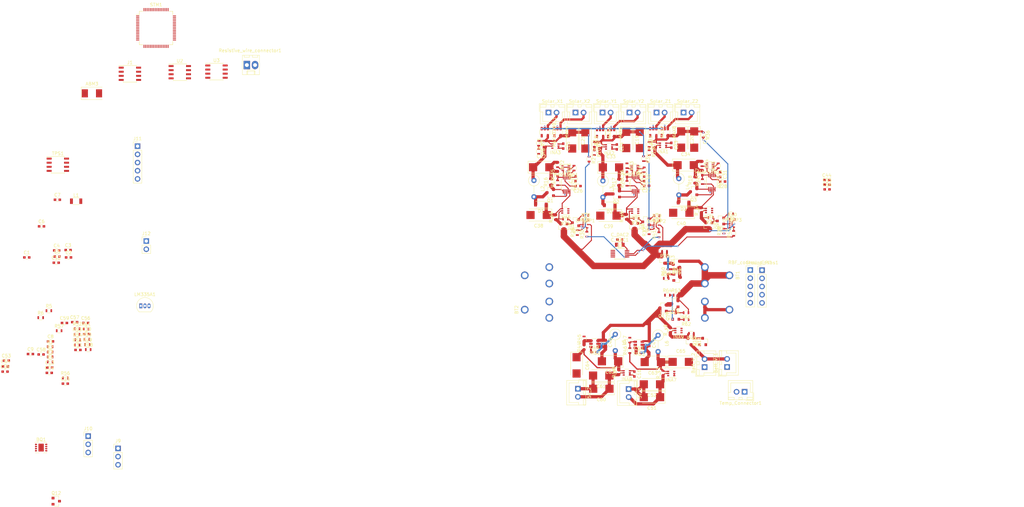
<source format=kicad_pcb>
(kicad_pcb (version 4) (host pcbnew 4.0.7)
  (layers (0 F.Cu signal) (31 B.Cu signal) (34 B.Paste user) (35 F.Paste user) (36 B.SilkS user) (37 F.SilkS user) (38 B.Mask user) (39 F.Mask user) (44 Edge.Cuts user))
  (net 0 "")
  (net 1 GND)
  (net 2 /3V6)
  (net 3 /3V6_1)
  (net 4 /STM32_block/OSC_IN)
  (net 5 /STM32_block/OSC_OUT)
  (net 6 /RAW_OUT)
  (net 7 "Net-(BQ1-Pad1)")
  (net 8 "Net-(BQ1-Pad2)")
  (net 9 "Net-(BQ1-Pad3)")
  (net 10 "Net-(BQ1-Pad4)")
  (net 11 "Net-(BQ1-Pad7)")
  (net 12 "Net-(BQ1-Pad8)")
  (net 13 "Net-(BT1-Pad2)")
  (net 14 /Battery_pack/BATT+)
  (net 15 /STM32_block/NRST)
  (net 16 +3V3)
  (net 17 /STM32_block/VCAP)
  (net 18 /X_PV)
  (net 19 "Net-(C26-Pad2)")
  (net 20 "Net-(C27-Pad2)")
  (net 21 "Net-(C28-Pad2)")
  (net 22 "Net-(C29-Pad2)")
  (net 23 "Net-(C30-Pad2)")
  (net 24 "Net-(C31-Pad2)")
  (net 25 /Input/Boost/BOOST1_IN)
  (net 26 /Input/Boost/BOOST2_IN)
  (net 27 /Input/Boost/BOOST3_IN)
  (net 28 /Input/Boost/FB1)
  (net 29 /Input/Boost/FB2)
  (net 30 /Input/Boost/FB3)
  (net 31 Vcc1)
  (net 32 Vcc2)
  (net 33 /Bus_regulation/VIN)
  (net 34 "Net-(C49-Pad2)")
  (net 35 "Net-(C49-Pad1)")
  (net 36 "Net-(C50-Pad2)")
  (net 37 "Net-(C50-Pad1)")
  (net 38 /Bus_regulation/3V6_rail/3V6_BUS1)
  (net 39 /Bus_regulation/3V6_rail/3V6_BUS2)
  (net 40 "Net-(D1-Pad2)")
  (net 41 "Net-(D2-Pad2)")
  (net 42 "Net-(D3-Pad2)")
  (net 43 /I3_IN)
  (net 44 /I2_IN)
  (net 45 /I1_IN)
  (net 46 /Input/Current_Limiters/BOOSTED_V_3)
  (net 47 /I3_OUT)
  (net 48 /Input/Current_Limiters/BOOSTED_V_2)
  (net 49 /I2_OUT)
  (net 50 /Input/Current_Limiters/BOOSTED_V_1)
  (net 51 /I1_OUT)
  (net 52 /I2_3V6_BUS)
  (net 53 /I1_3V6_BUS)
  (net 54 /Bus_regulation/Output_rail_telemetry/INA1_BUS-)
  (net 55 /I_RAW)
  (net 56 /CAN_H)
  (net 57 /CAN_L)
  (net 58 /STM32_block/BOOT0)
  (net 59 /STM32_block/BOOT1)
  (net 60 /STM32_block/SWCLK)
  (net 61 /STM32_block/SWDIO)
  (net 62 /STM32_block/USART_TX)
  (net 63 /STM32_block/USART_RX)
  (net 64 /Battery_pack/BATT_TEMP)
  (net 65 "Net-(MAX1-Pad2)")
  (net 66 "Net-(MAX1-Pad6)")
  (net 67 "Net-(MAX1-Pad8)")
  (net 68 "Net-(MAX2-Pad2)")
  (net 69 "Net-(MAX2-Pad6)")
  (net 70 "Net-(MAX2-Pad8)")
  (net 71 "Net-(MAX3-Pad2)")
  (net 72 "Net-(MAX3-Pad6)")
  (net 73 "Net-(MAX3-Pad8)")
  (net 74 /Connectors_diodes/X-)
  (net 75 /Connectors_diodes/Diode_enable)
  (net 76 "Net-(MAX4-Pad4)")
  (net 77 /Connectors_diodes/Y+)
  (net 78 "Net-(MAX5-Pad4)")
  (net 79 /Connectors_diodes/Y-)
  (net 80 "Net-(MAX6-Pad4)")
  (net 81 /Connectors_diodes/Z+)
  (net 82 "Net-(MAX7-Pad4)")
  (net 83 /Connectors_diodes/Z-)
  (net 84 "Net-(MAX8-Pad4)")
  (net 85 /Connectors_diodes/X+)
  (net 86 "Net-(MAX40200_1-Pad4)")
  (net 87 /SDA)
  (net 88 /SCL)
  (net 89 "Net-(MAX53951-Pad7)")
  (net 90 "Net-(MAX53952-Pad7)")
  (net 91 "Net-(MAX53953-Pad3)")
  (net 92 "Net-(MAX53953-Pad7)")
  (net 93 "Net-(OPAMP1-Pad1)")
  (net 94 "Net-(OPAMP1-Pad3)")
  (net 95 /VBATT_EPS)
  (net 96 "Net-(OPAMP1-Pad4)")
  (net 97 "Net-(OPAMP2-Pad1)")
  (net 98 "Net-(OPAMP2-Pad3)")
  (net 99 "Net-(OPAMP2-Pad4)")
  (net 100 "Net-(OPAMP3-Pad1)")
  (net 101 "Net-(OPAMP3-Pad3)")
  (net 102 "Net-(OPAMP3-Pad4)")
  (net 103 "Net-(Q4-Pad2)")
  (net 104 "Net-(Q4-Pad3)")
  (net 105 "Net-(Q6-Pad2)")
  (net 106 "Net-(Q6-Pad3)")
  (net 107 "Net-(Q7-Pad2)")
  (net 108 "Net-(Q7-Pad3)")
  (net 109 /RAW_BUS_SW)
  (net 110 "Net-(Q10-Pad3)")
  (net 111 "Net-(Q12-Pad1)")
  (net 112 /Battery_pack/BATT_HEATER)
  (net 113 "Net-(Q13-Pad1)")
  (net 114 "Net-(Q13-Pad3)")
  (net 115 /SW1)
  (net 116 "Net-(Q16-Pad1)")
  (net 117 "Net-(Q16-Pad3)")
  (net 118 /MAIN_PWR_SW)
  (net 119 "Net-(Q18-Pad2)")
  (net 120 "Net-(R1-Pad2)")
  (net 121 "Net-(R2-Pad1)")
  (net 122 "Net-(R5-Pad2)")
  (net 123 /V1_IN)
  (net 124 /V2_IN)
  (net 125 /V3_IN)
  (net 126 /Input/Current_Limiters/DAC1)
  (net 127 /Input/Current_Limiters/DAC2)
  (net 128 /Input/Current_Limiters/DAC3)
  (net 129 "Net-(R44-Pad2)")
  (net 130 "Net-(R46-Pad2)")
  (net 131 /Battery_pack/BATT_CELL2_VOLTAGE)
  (net 132 /Battery_pack/BATT_CELL1_VOLTAGE)
  (net 133 /INPUT_PWR_SW)
  (net 134 /SW2)
  (net 135 /Connectors_diodes/RBF_POWER)
  (net 136 /Connectors_diodes/DSW_2)
  (net 137 "Net-(STM1-Pad2)")
  (net 138 "Net-(STM1-Pad3)")
  (net 139 "Net-(STM1-Pad4)")
  (net 140 "Net-(STM1-Pad16)")
  (net 141 /STM32_block/I_BATT2)
  (net 142 /STM32_block/TEMP_BATT1)
  (net 143 /STM32_block/TEMP_BATT2)
  (net 144 "Net-(STM1-Pad29)")
  (net 145 "Net-(STM1-Pad33)")
  (net 146 "Net-(STM1-Pad34)")
  (net 147 /3V6_BUS_SW2)
  (net 148 /STM32_block/BATT2_BUS_SW)
  (net 149 /STM32_block/CAN1_RX)
  (net 150 /STM32_block/CAN1_TX)
  (net 151 /LDAC)
  (net 152 "Net-(STM1-Pad51)")
  (net 153 "Net-(STM1-Pad52)")
  (net 154 "Net-(STM1-Pad53)")
  (net 155 "Net-(STM1-Pad54)")
  (net 156 "Net-(STM1-Pad55)")
  (net 157 "Net-(STM1-Pad56)")
  (net 158 /STM32_block/CAN2_RX)
  (net 159 /STM32_block/CAN2_TX)
  (net 160 "Net-(STM1-Pad59)")
  (net 161 "Net-(STM1-Pad61)")
  (net 162 "Net-(STM1-Pad62)")
  (net 163 /Connectors_diodes/TEMP_BATT1)
  (net 164 /Connectors_diodes/TEMP_BATT2)
  (net 165 "Net-(TPS1-Pad1)")
  (net 166 "Net-(TPS1-Pad4)")
  (net 167 "Net-(TPS1-Pad5)")
  (net 168 "Net-(TPS1-Pad8)")
  (net 169 /3V6_BUS_SW1)
  (net 170 "Net-(U1-Pad5)")
  (net 171 "Net-(U1-Pad9)")
  (net 172 "Net-(U2-Pad5)")
  (net 173 "Net-(U2-Pad8)")
  (net 174 "Net-(U3-Pad5)")
  (net 175 "Net-(U3-Pad8)")
  (net 176 /Z_PV)
  (net 177 /Y_PV)
  (module Battery_Holder_Lib:18650_Holder_FULL (layer F.Cu) (at 120.904 78.994 90)
    (fp_text reference BT2 (at 0 -10.16 90) (layer F.SilkS))
    (fp_text value Cell1)
    (pad 2 thru_hole circle (at 0 55.88 90) (size 2.4 2.4) (drill 1.6) (layers *.Cu *.Mask) (net 1 GND))
    (pad 2 thru_hole circle (at -2.54 48.26 90) (size 2.4 2.4) (drill 1.6) (layers *.Cu *.Mask) (net 1 GND))
    (pad 2 thru_hole circle (at 2.54 48.26 90) (size 2.4 2.4) (drill 1.6) (layers *.Cu *.Mask) (net 1 GND))
    (pad 1 thru_hole circle (at 0 -7.62 90) (size 2.4 2.4) (drill 1.6) (layers *.Cu *.Mask) (net 13 "Net-(BT1-Pad2)"))
    (pad 1 thru_hole circle (at 2.54 0 90) (size 2.4 2.4) (drill 1.6) (layers *.Cu *.Mask) (net 13 "Net-(BT1-Pad2)"))
    (pad 1 thru_hole circle (at -2.54 0 90) (size 2.4 2.4) (drill 1.6) (layers *.Cu *.Mask) (net 13 "Net-(BT1-Pad2)"))
  )
  (module Resistors_SMD:R_0603 (layer F.Cu) (at 144.8435 50.165 90)
    (fp_text reference R_s5 (at 0 -1.45 90) (layer F.SilkS))
    (fp_text value R)
    (pad 1 smd rect (at -0.75 0 90) (size 0.5 0.9) (layers F.Cu F.Paste F.Mask) (net 48 /Input/Current_Limiters/BOOSTED_V_2))
    (pad 2 smd rect (at 0.75 0 90) (size 0.5 0.9) (layers F.Cu F.Paste F.Mask) (net 32 Vcc2))
  )
  (module Resistors_SMD:R_0805 (layer F.Cu) (at 166.243 38.735 90)
    (fp_text reference R18 (at 0 -1.65 90) (layer F.SilkS))
    (fp_text value 20m)
    (pad 1 smd rect (at -0.95 0 90) (size 0.7 1.3) (layers F.Cu F.Paste F.Mask) (net 72 "Net-(MAX3-Pad6)"))
    (pad 2 smd rect (at 0.95 0 90) (size 0.7 1.3) (layers F.Cu F.Paste F.Mask) (net 1 GND))
  )
  (module Connectors_JST:JST_XH_B02B-XH-A_02x2.50mm_Straight (layer F.Cu) (at 145.53184 103.632 270)
    (fp_text reference 5V_1 (at 1.25 -3.5 270) (layer F.SilkS))
    (fp_text value Jst_Conn)
    (pad 1 thru_hole rect (at 0 0 270) (size 1.75 1.75) (drill 1.05) (layers *.Cu *.Mask) (net 1 GND))
    (pad 2 thru_hole circle (at 2.5 0 270) (size 1.75 1.75) (drill 1.05) (layers *.Cu *.Mask) (net 2 /3V6))
  )
  (module Connectors_JST:JST_XH_B02B-XH-A_02x2.50mm_Straight (layer F.Cu) (at 129.78384 103.54564 270)
    (fp_text reference 5V_2 (at 1.25 -3.5 270) (layer F.SilkS))
    (fp_text value Jst_Conn)
    (pad 1 thru_hole rect (at 0 0 270) (size 1.75 1.75) (drill 1.05) (layers *.Cu *.Mask) (net 1 GND))
    (pad 2 thru_hole circle (at 2.5 0 270) (size 1.75 1.75) (drill 1.05) (layers *.Cu *.Mask) (net 3 /3V6_1))
  )
  (module Crystals:Crystal_SMD_0603-2pin_6.0x3.5mm (layer F.Cu) (at -20.9804 11.811)
    (fp_text reference ABM3 (at 0 -2.95) (layer F.SilkS))
    (fp_text value "8 MHz")
    (pad 1 smd rect (at -2.2 0) (size 1.9 2.5) (layers F.Cu F.Paste F.Mask) (net 4 /STM32_block/OSC_IN))
    (pad 2 smd rect (at 2.2 0) (size 1.9 2.5) (layers F.Cu F.Paste F.Mask) (net 5 /STM32_block/OSC_OUT))
  )
  (module Connectors_JST:JST_XH_B02B-XH-A_02x2.50mm_Straight (layer F.Cu) (at 176.0728 96.7867 90)
    (fp_text reference Batt_V_1 (at 1.25 -3.5 90) (layer F.SilkS))
    (fp_text value Jst_Conn)
    (pad 1 thru_hole rect (at 0 0 90) (size 1.75 1.75) (drill 1.05) (layers *.Cu *.Mask) (net 1 GND))
    (pad 2 thru_hole circle (at 2.5 0 90) (size 1.75 1.75) (drill 1.05) (layers *.Cu *.Mask) (net 6 /RAW_OUT))
  )
  (module Connectors_JST:JST_XH_B02B-XH-A_02x2.50mm_Straight (layer F.Cu) (at 169.0878 96.8375 90)
    (fp_text reference Batt_V_2 (at 1.25 -3.5 90) (layer F.SilkS))
    (fp_text value Jst_Conn)
    (pad 1 thru_hole rect (at 0 0 90) (size 1.75 1.75) (drill 1.05) (layers *.Cu *.Mask) (net 1 GND))
    (pad 2 thru_hole circle (at 2.5 0 90) (size 1.75 1.75) (drill 1.05) (layers *.Cu *.Mask) (net 6 /RAW_OUT))
  )
  (module Housings_SON:Texas_S-PVSON-N8 (layer F.Cu) (at -36.7538 121.8184)
    (fp_text reference BQ1 (at 0 -2.5) (layer F.SilkS))
    (fp_text value BQ29209)
    (pad 1 smd oval (at -1.55 -0.975) (size 0.65 0.4) (layers F.Cu F.Paste F.Mask) (net 7 "Net-(BQ1-Pad1)"))
    (pad 2 smd oval (at -1.55 -0.325) (size 0.65 0.4) (layers F.Cu F.Paste F.Mask) (net 8 "Net-(BQ1-Pad2)"))
    (pad 3 smd rect (at -1.75 0.325) (size 0.3 0.4) (layers F.Cu F.Paste F.Mask) (net 9 "Net-(BQ1-Pad3)"))
    (pad 4 smd oval (at -1.55 0.975) (size 0.65 0.4) (layers F.Cu F.Paste F.Mask) (net 10 "Net-(BQ1-Pad4)"))
    (pad 5 smd oval (at 1.55 0.975) (size 0.65 0.4) (layers F.Cu F.Paste F.Mask) (net 1 GND))
    (pad 6 smd oval (at 1.55 0.325) (size 0.65 0.4) (layers F.Cu F.Paste F.Mask) (net 1 GND))
    (pad 7 smd rect (at 1.75 -0.325) (size 0.3 0.4) (layers F.Cu F.Paste F.Mask) (net 11 "Net-(BQ1-Pad7)"))
    (pad 8 smd rect (at 1.75 -0.975) (size 0.3 0.4) (layers F.Cu F.Paste F.Mask) (net 12 "Net-(BQ1-Pad8)"))
    (pad 9 smd rect (at -0.45 -0.625) (size 0.65 1) (layers F.Cu F.Paste F.Mask))
    (pad 9 smd rect (at 0.45 -0.625) (size 0.65 1) (layers F.Cu F.Paste F.Mask))
    (pad 9 smd rect (at -0.45 0.625) (size 0.65 1) (layers F.Cu F.Paste F.Mask))
    (pad 9 smd rect (at 0.45 0.625) (size 0.65 1) (layers F.Cu F.Paste F.Mask))
    (pad 9 smd rect (at 0 0) (size 1.65 2.4) (layers F.Cu F.Mask))
    (pad 1 smd rect (at -1.75 -0.975) (size 0.3 0.4) (layers F.Cu F.Paste F.Mask) (net 7 "Net-(BQ1-Pad1)"))
    (pad 2 smd rect (at -1.75 -0.325) (size 0.3 0.4) (layers F.Cu F.Paste F.Mask) (net 8 "Net-(BQ1-Pad2)"))
    (pad 3 smd oval (at -1.55 0.325) (size 0.65 0.4) (layers F.Cu F.Paste F.Mask) (net 9 "Net-(BQ1-Pad3)"))
    (pad 4 smd rect (at -1.75 0.975) (size 0.3 0.4) (layers F.Cu F.Paste F.Mask) (net 10 "Net-(BQ1-Pad4)"))
    (pad 5 smd rect (at 1.75 0.975) (size 0.3 0.4) (layers F.Cu F.Paste F.Mask) (net 1 GND))
    (pad 6 smd rect (at 1.75 0.325) (size 0.3 0.4) (layers F.Cu F.Paste F.Mask) (net 1 GND))
    (pad 7 smd oval (at 1.55 -0.325) (size 0.65 0.4) (layers F.Cu F.Paste F.Mask) (net 11 "Net-(BQ1-Pad7)"))
    (pad 8 smd oval (at 1.55 -0.975) (size 0.65 0.4) (layers F.Cu F.Paste F.Mask) (net 12 "Net-(BQ1-Pad8)"))
  )
  (module Battery_Holder_Lib:18650_Holder_FULL (layer F.Cu) (at 169.164 68.326 270)
    (fp_text reference BT1 (at 0 -10.16 270) (layer F.SilkS))
    (fp_text value Cell2)
    (pad 2 thru_hole circle (at 0 55.88 270) (size 2.4 2.4) (drill 1.6) (layers *.Cu *.Mask) (net 13 "Net-(BT1-Pad2)"))
    (pad 2 thru_hole circle (at -2.54 48.26 270) (size 2.4 2.4) (drill 1.6) (layers *.Cu *.Mask) (net 13 "Net-(BT1-Pad2)"))
    (pad 2 thru_hole circle (at 2.54 48.26 270) (size 2.4 2.4) (drill 1.6) (layers *.Cu *.Mask) (net 13 "Net-(BT1-Pad2)"))
    (pad 1 thru_hole circle (at 0 -7.62 270) (size 2.4 2.4) (drill 1.6) (layers *.Cu *.Mask) (net 14 /Battery_pack/BATT+))
    (pad 1 thru_hole circle (at 2.54 0 270) (size 2.4 2.4) (drill 1.6) (layers *.Cu *.Mask) (net 14 /Battery_pack/BATT+))
    (pad 1 thru_hole circle (at -2.54 0 270) (size 2.4 2.4) (drill 1.6) (layers *.Cu *.Mask) (net 14 /Battery_pack/BATT+))
  )
  (module Capacitors_SMD:C_0603 (layer F.Cu) (at -41.1988 62.7634)
    (fp_text reference C1 (at 0 -1.5) (layer F.SilkS))
    (fp_text value 0.1u)
    (pad 2 smd rect (at 0.75 0) (size 0.8 0.75) (layers F.Cu F.Paste F.Mask) (net 1 GND))
    (pad 1 smd rect (at -0.75 0) (size 0.8 0.75) (layers F.Cu F.Paste F.Mask) (net 15 /STM32_block/NRST))
  )
  (module Capacitors_SMD:C_0603 (layer F.Cu) (at -28.2448 62.7634)
    (fp_text reference C2 (at 0 -1.5) (layer F.SilkS))
    (fp_text value 0.1u)
    (pad 2 smd rect (at 0.75 0) (size 0.8 0.75) (layers F.Cu F.Paste F.Mask) (net 1 GND))
    (pad 1 smd rect (at -0.75 0) (size 0.8 0.75) (layers F.Cu F.Paste F.Mask) (net 2 /3V6))
  )
  (module Capacitors_SMD:C_0603 (layer F.Cu) (at -28.3718 60.4774)
    (fp_text reference C3 (at 0 -1.5) (layer F.SilkS))
    (fp_text value 4.7u)
    (pad 2 smd rect (at 0.75 0) (size 0.8 0.75) (layers F.Cu F.Paste F.Mask) (net 1 GND))
    (pad 1 smd rect (at -0.75 0) (size 0.8 0.75) (layers F.Cu F.Paste F.Mask) (net 16 +3V3))
  )
  (module Capacitors_SMD:C_0603 (layer F.Cu) (at -31.9278 60.6044)
    (fp_text reference C4 (at 0 -1.5) (layer F.SilkS))
    (fp_text value 0.1u)
    (pad 2 smd rect (at 0.75 0) (size 0.8 0.75) (layers F.Cu F.Paste F.Mask) (net 1 GND))
    (pad 1 smd rect (at -0.75 0) (size 0.8 0.75) (layers F.Cu F.Paste F.Mask) (net 16 +3V3))
  )
  (module Capacitors_SMD:C_0603 (layer F.Cu) (at -31.8008 62.5094)
    (fp_text reference C5 (at 0 -1.5) (layer F.SilkS))
    (fp_text value 0.1u)
    (pad 2 smd rect (at 0.75 0) (size 0.8 0.75) (layers F.Cu F.Paste F.Mask) (net 1 GND))
    (pad 1 smd rect (at -0.75 0) (size 0.8 0.75) (layers F.Cu F.Paste F.Mask) (net 16 +3V3))
  )
  (module Capacitors_SMD:C_0603 (layer F.Cu) (at -36.6268 53.1114)
    (fp_text reference C6 (at 0 -1.5) (layer F.SilkS))
    (fp_text value 4.7u)
    (pad 2 smd rect (at 0.75 0) (size 0.8 0.75) (layers F.Cu F.Paste F.Mask) (net 1 GND))
    (pad 1 smd rect (at -0.75 0) (size 0.8 0.75) (layers F.Cu F.Paste F.Mask) (net 17 /STM32_block/VCAP))
  )
  (module Capacitors_SMD:C_0603 (layer F.Cu) (at -31.6992 44.8564)
    (fp_text reference C7 (at 0 -1.5) (layer F.SilkS))
    (fp_text value 1u)
    (pad 2 smd rect (at 0.75 0) (size 0.8 0.75) (layers F.Cu F.Paste F.Mask) (net 1 GND))
    (pad 1 smd rect (at -0.75 0) (size 0.8 0.75) (layers F.Cu F.Paste F.Mask) (net 16 +3V3))
  )
  (module Capacitors_SMD:C_0603 (layer F.Cu) (at -33.8328 88.8365)
    (fp_text reference C8 (at 0 -1.5) (layer F.SilkS))
    (fp_text value 0.1u)
    (pad 2 smd rect (at 0.75 0) (size 0.8 0.75) (layers F.Cu F.Paste F.Mask) (net 1 GND))
    (pad 1 smd rect (at -0.75 0) (size 0.8 0.75) (layers F.Cu F.Paste F.Mask) (net 16 +3V3))
  )
  (module Capacitors_SMD:C_0603 (layer F.Cu) (at -40.0558 92.7735)
    (fp_text reference C9 (at 0 -1.5) (layer F.SilkS))
    (fp_text value 0.1u)
    (pad 2 smd rect (at 0.75 0) (size 0.8 0.75) (layers F.Cu F.Paste F.Mask) (net 1 GND))
    (pad 1 smd rect (at -0.75 0) (size 0.8 0.75) (layers F.Cu F.Paste F.Mask) (net 16 +3V3))
  )
  (module Capacitors_SMD:C_0603 (layer F.Cu) (at -22.6568 86.5505)
    (fp_text reference C10 (at 0 -1.5) (layer F.SilkS))
    (fp_text value 0.1u)
    (pad 2 smd rect (at 0.75 0) (size 0.8 0.75) (layers F.Cu F.Paste F.Mask) (net 1 GND))
    (pad 1 smd rect (at -0.75 0) (size 0.8 0.75) (layers F.Cu F.Paste F.Mask) (net 16 +3V3))
  )
  (module Capacitors_SMD:C_0603 (layer F.Cu) (at -25.3238 91.5035)
    (fp_text reference C11 (at 0 -1.5) (layer F.SilkS))
    (fp_text value 0.1u)
    (pad 2 smd rect (at 0.75 0) (size 0.8 0.75) (layers F.Cu F.Paste F.Mask) (net 1 GND))
    (pad 1 smd rect (at -0.75 0) (size 0.8 0.75) (layers F.Cu F.Paste F.Mask) (net 16 +3V3))
  )
  (module Capacitors_SMD:C_0603 (layer F.Cu) (at -32.0548 64.4144)
    (fp_text reference C12 (at 0 -1.5) (layer F.SilkS))
    (fp_text value 10u)
    (pad 2 smd rect (at 0.75 0) (size 0.8 0.75) (layers F.Cu F.Paste F.Mask) (net 1 GND))
    (pad 1 smd rect (at -0.75 0) (size 0.8 0.75) (layers F.Cu F.Paste F.Mask) (net 16 +3V3))
  )
  (module Capacitors_SMD:C_0603 (layer F.Cu) (at -34.0868 96.9645)
    (fp_text reference C13 (at 0 -1.5) (layer F.SilkS))
    (fp_text value 26p)
    (pad 2 smd rect (at 0.75 0) (size 0.8 0.75) (layers F.Cu F.Paste F.Mask) (net 1 GND))
    (pad 1 smd rect (at -0.75 0) (size 0.8 0.75) (layers F.Cu F.Paste F.Mask) (net 4 /STM32_block/OSC_IN))
  )
  (module Capacitors_SMD:C_0603 (layer F.Cu) (at -34.2138 98.6155)
    (fp_text reference C14 (at 0 -1.5) (layer F.SilkS))
    (fp_text value 26p)
    (pad 2 smd rect (at 0.75 0) (size 0.8 0.75) (layers F.Cu F.Paste F.Mask) (net 1 GND))
    (pad 1 smd rect (at -0.75 0) (size 0.8 0.75) (layers F.Cu F.Paste F.Mask) (net 5 /STM32_block/OSC_OUT))
  )
  (module Capacitors_SMD:C_0603 (layer F.Cu) (at -29.2354 101.9683)
    (fp_text reference C15 (at 0 -1.5) (layer F.SilkS))
    (fp_text value 0.1u)
    (pad 2 smd rect (at 0.75 0) (size 0.8 0.75) (layers F.Cu F.Paste F.Mask) (net 1 GND))
    (pad 1 smd rect (at -0.75 0) (size 0.8 0.75) (layers F.Cu F.Paste F.Mask) (net 16 +3V3))
  )
  (module Capacitors_SMD:C_0603 (layer F.Cu) (at 147.2946 98.9838 270)
    (fp_text reference C16 (at 0 -1.5 270) (layer F.SilkS))
    (fp_text value 0.1u)
    (pad 2 smd rect (at 0.75 0 270) (size 0.8 0.75) (layers F.Cu F.Paste F.Mask) (net 1 GND))
    (pad 1 smd rect (at -0.75 0 270) (size 0.8 0.75) (layers F.Cu F.Paste F.Mask) (net 16 +3V3))
  )
  (module Capacitors_Tantalum_SMD:CP_Tantalum_Case-C_EIA-6032-28_Reflow (layer F.Cu) (at 165.862 26.162 270)
    (fp_text reference C17 (at 0 -3.35 270) (layer F.SilkS))
    (fp_text value CP)
    (pad 1 smd rect (at -2.525 0 270) (size 2.55 2.5) (layers F.Cu F.Paste F.Mask) (net 176 /Z_PV))
    (pad 2 smd rect (at 2.525 0 270) (size 2.55 2.5) (layers F.Cu F.Paste F.Mask) (net 1 GND))
  )
  (module Capacitors_Tantalum_SMD:CP_Tantalum_Case-C_EIA-6032-28_Reflow (layer F.Cu) (at 132.08 26.416 270)
    (fp_text reference C18 (at 0 -3.35 270) (layer F.SilkS))
    (fp_text value CP)
    (pad 1 smd rect (at -2.525 0 270) (size 2.55 2.5) (layers F.Cu F.Paste F.Mask) (net 18 /X_PV))
    (pad 2 smd rect (at 2.525 0 270) (size 2.55 2.5) (layers F.Cu F.Paste F.Mask) (net 1 GND))
  )
  (module Capacitors_Tantalum_SMD:CP_Tantalum_Case-C_EIA-6032-28_Reflow (layer F.Cu) (at 144.78 26.289 270)
    (fp_text reference C19 (at 0 -3.35 270) (layer F.SilkS))
    (fp_text value CP)
    (pad 1 smd rect (at -2.525 0 270) (size 2.55 2.5) (layers F.Cu F.Paste F.Mask) (net 177 /Y_PV))
    (pad 2 smd rect (at 2.525 0 270) (size 2.55 2.5) (layers F.Cu F.Paste F.Mask) (net 1 GND))
  )
  (module Capacitors_Tantalum_SMD:CP_Tantalum_Case-C_EIA-6032-28_Reflow (layer F.Cu) (at 161.798 26.162 270)
    (fp_text reference C20 (at 0 -3.35 270) (layer F.SilkS))
    (fp_text value CP)
    (pad 1 smd rect (at -2.525 0 270) (size 2.55 2.5) (layers F.Cu F.Paste F.Mask) (net 176 /Z_PV))
    (pad 2 smd rect (at 2.525 0 270) (size 2.55 2.5) (layers F.Cu F.Paste F.Mask) (net 1 GND))
  )
  (module Capacitors_Tantalum_SMD:CP_Tantalum_Case-C_EIA-6032-28_Reflow (layer F.Cu) (at 128.016 26.416 270)
    (fp_text reference C21 (at 0 -3.35 270) (layer F.SilkS))
    (fp_text value CP)
    (pad 1 smd rect (at -2.525 0 270) (size 2.55 2.5) (layers F.Cu F.Paste F.Mask) (net 18 /X_PV))
    (pad 2 smd rect (at 2.525 0 270) (size 2.55 2.5) (layers F.Cu F.Paste F.Mask) (net 1 GND))
  )
  (module Capacitors_Tantalum_SMD:CP_Tantalum_Case-C_EIA-6032-28_Reflow (layer F.Cu) (at 148.971 26.289 270)
    (fp_text reference C22 (at 0 -3.35 270) (layer F.SilkS))
    (fp_text value CP)
    (pad 1 smd rect (at -2.525 0 270) (size 2.55 2.5) (layers F.Cu F.Paste F.Mask) (net 177 /Y_PV))
    (pad 2 smd rect (at 2.525 0 270) (size 2.55 2.5) (layers F.Cu F.Paste F.Mask) (net 1 GND))
  )
  (module Capacitors_SMD:C_0603 (layer F.Cu) (at 158.75 27.94 270)
    (fp_text reference C23 (at 0 -1.5 270) (layer F.SilkS))
    (fp_text value 0.1u)
    (pad 2 smd rect (at 0.75 0 270) (size 0.8 0.75) (layers F.Cu F.Paste F.Mask) (net 1 GND))
    (pad 1 smd rect (at -0.75 0 270) (size 0.8 0.75) (layers F.Cu F.Paste F.Mask) (net 16 +3V3))
  )
  (module Capacitors_SMD:C_0603 (layer F.Cu) (at 141.859 28.448 270)
    (fp_text reference C24 (at 0 -1.5 270) (layer F.SilkS))
    (fp_text value 0.1u)
    (pad 2 smd rect (at 0.75 0 270) (size 0.8 0.75) (layers F.Cu F.Paste F.Mask) (net 1 GND))
    (pad 1 smd rect (at -0.75 0 270) (size 0.8 0.75) (layers F.Cu F.Paste F.Mask) (net 16 +3V3))
  )
  (module Capacitors_SMD:C_0603 (layer F.Cu) (at 125.222 28.194 270)
    (fp_text reference C25 (at 0 -1.5 270) (layer F.SilkS))
    (fp_text value 0.1u)
    (pad 2 smd rect (at 0.75 0 270) (size 0.8 0.75) (layers F.Cu F.Paste F.Mask) (net 1 GND))
    (pad 1 smd rect (at -0.75 0 270) (size 0.8 0.75) (layers F.Cu F.Paste F.Mask) (net 16 +3V3))
  )
  (module Capacitors_SMD:C_0603 (layer F.Cu) (at 129.8321 40.6019 180)
    (fp_text reference C26 (at 0 -1.5 180) (layer F.SilkS))
    (fp_text value .22u)
    (pad 2 smd rect (at 0.75 0 180) (size 0.8 0.75) (layers F.Cu F.Paste F.Mask) (net 19 "Net-(C26-Pad2)"))
    (pad 1 smd rect (at -0.75 0 180) (size 0.8 0.75) (layers F.Cu F.Paste F.Mask) (net 1 GND))
  )
  (module Capacitors_SMD:C_0603 (layer F.Cu) (at 151.0919 40.5257 180)
    (fp_text reference C27 (at 0 -1.5 180) (layer F.SilkS))
    (fp_text value .22u)
    (pad 2 smd rect (at 0.75 0 180) (size 0.8 0.75) (layers F.Cu F.Paste F.Mask) (net 20 "Net-(C27-Pad2)"))
    (pad 1 smd rect (at -0.75 0 180) (size 0.8 0.75) (layers F.Cu F.Paste F.Mask) (net 1 GND))
  )
  (module Capacitors_SMD:C_0603 (layer F.Cu) (at 174.6758 39.2049 180)
    (fp_text reference C28 (at 0 -1.5 180) (layer F.SilkS))
    (fp_text value .22u)
    (pad 2 smd rect (at 0.75 0 180) (size 0.8 0.75) (layers F.Cu F.Paste F.Mask) (net 21 "Net-(C28-Pad2)"))
    (pad 1 smd rect (at -0.75 0 180) (size 0.8 0.75) (layers F.Cu F.Paste F.Mask) (net 1 GND))
  )
  (module Capacitors_SMD:C_0603 (layer F.Cu) (at 129.0701 38.3159 90)
    (fp_text reference C29 (at 0 -1.5 90) (layer F.SilkS))
    (fp_text value 1u)
    (pad 2 smd rect (at 0.75 0 90) (size 0.8 0.75) (layers F.Cu F.Paste F.Mask) (net 22 "Net-(C29-Pad2)"))
    (pad 1 smd rect (at -0.75 0 90) (size 0.8 0.75) (layers F.Cu F.Paste F.Mask) (net 1 GND))
  )
  (module Capacitors_SMD:C_0603 (layer F.Cu) (at 150.3299 38.3667 270)
    (fp_text reference C30 (at 0 -1.5 270) (layer F.SilkS))
    (fp_text value 1u)
    (pad 2 smd rect (at 0.75 0 270) (size 0.8 0.75) (layers F.Cu F.Paste F.Mask) (net 23 "Net-(C30-Pad2)"))
    (pad 1 smd rect (at -0.75 0 270) (size 0.8 0.75) (layers F.Cu F.Paste F.Mask) (net 1 GND))
  )
  (module Capacitors_SMD:C_0603 (layer F.Cu) (at 173.9138 37.0459 270)
    (fp_text reference C31 (at 0 -1.5 270) (layer F.SilkS))
    (fp_text value 1u)
    (pad 2 smd rect (at 0.75 0 270) (size 0.8 0.75) (layers F.Cu F.Paste F.Mask) (net 24 "Net-(C31-Pad2)"))
    (pad 1 smd rect (at -0.75 0 270) (size 0.8 0.75) (layers F.Cu F.Paste F.Mask) (net 1 GND))
  )
  (module Capacitors_Tantalum_SMD:CP_Tantalum_Case-C_EIA-6032-28_Reflow (layer F.Cu) (at 118.4021 34.7599)
    (fp_text reference C32 (at 0 -3.35) (layer F.SilkS))
    (fp_text value CP)
    (pad 1 smd rect (at -2.525 0) (size 2.55 2.5) (layers F.Cu F.Paste F.Mask) (net 25 /Input/Boost/BOOST1_IN))
    (pad 2 smd rect (at 2.525 0) (size 2.55 2.5) (layers F.Cu F.Paste F.Mask) (net 1 GND))
  )
  (module Capacitors_Tantalum_SMD:CP_Tantalum_Case-C_EIA-6032-28_Reflow (layer F.Cu) (at 140.0429 34.8107)
    (fp_text reference C33 (at 0 -3.35) (layer F.SilkS))
    (fp_text value CP)
    (pad 1 smd rect (at -2.525 0) (size 2.55 2.5) (layers F.Cu F.Paste F.Mask) (net 26 /Input/Boost/BOOST2_IN))
    (pad 2 smd rect (at 2.525 0) (size 2.55 2.5) (layers F.Cu F.Paste F.Mask) (net 1 GND))
  )
  (module Capacitors_Tantalum_SMD:CP_Tantalum_Case-C_EIA-6032-28_Reflow (layer F.Cu) (at 163.2204 34.0995)
    (fp_text reference C34 (at 0 -3.35) (layer F.SilkS))
    (fp_text value CP)
    (pad 1 smd rect (at -2.525 0) (size 2.55 2.5) (layers F.Cu F.Paste F.Mask) (net 27 /Input/Boost/BOOST3_IN))
    (pad 2 smd rect (at 2.525 0) (size 2.55 2.5) (layers F.Cu F.Paste F.Mask) (net 1 GND))
  )
  (module Capacitors_SMD:C_0603 (layer F.Cu) (at 123.4821 36.7919 90)
    (fp_text reference C35 (at 0 -1.5 90) (layer F.SilkS))
    (fp_text value 220p)
    (pad 2 smd rect (at 0.75 0 90) (size 0.8 0.75) (layers F.Cu F.Paste F.Mask) (net 1 GND))
    (pad 1 smd rect (at -0.75 0 90) (size 0.8 0.75) (layers F.Cu F.Paste F.Mask) (net 28 /Input/Boost/FB1))
  )
  (module Capacitors_SMD:C_0603 (layer F.Cu) (at 144.9959 36.9697 90)
    (fp_text reference C36 (at 0 -1.5 90) (layer F.SilkS))
    (fp_text value 220p)
    (pad 2 smd rect (at 0.75 0 90) (size 0.8 0.75) (layers F.Cu F.Paste F.Mask) (net 1 GND))
    (pad 1 smd rect (at -0.75 0 90) (size 0.8 0.75) (layers F.Cu F.Paste F.Mask) (net 29 /Input/Boost/FB2))
  )
  (module Capacitors_SMD:C_0603 (layer F.Cu) (at 168.3512 36.4871 90)
    (fp_text reference C37 (at 0 -1.5 90) (layer F.SilkS))
    (fp_text value 220p)
    (pad 2 smd rect (at 0.75 0 90) (size 0.8 0.75) (layers F.Cu F.Paste F.Mask) (net 1 GND))
    (pad 1 smd rect (at -0.75 0 90) (size 0.8 0.75) (layers F.Cu F.Paste F.Mask) (net 30 /Input/Boost/FB3))
  )
  (module Capacitors_Tantalum_SMD:CP_Tantalum_Case-C_EIA-6032-28_Reflow (layer F.Cu) (at 117.602 49.5935 180)
    (fp_text reference C38 (at 0 -3.35 180) (layer F.SilkS))
    (fp_text value CP)
    (pad 1 smd rect (at -2.525 0 180) (size 2.55 2.5) (layers F.Cu F.Paste F.Mask) (net 31 Vcc1))
    (pad 2 smd rect (at 2.525 0 180) (size 2.55 2.5) (layers F.Cu F.Paste F.Mask) (net 1 GND))
  )
  (module Capacitors_Tantalum_SMD:CP_Tantalum_Case-C_EIA-6032-28_Reflow (layer F.Cu) (at 139.2555 49.784 180)
    (fp_text reference C39 (at 0 -3.35 180) (layer F.SilkS))
    (fp_text value CP)
    (pad 1 smd rect (at -2.525 0 180) (size 2.55 2.5) (layers F.Cu F.Paste F.Mask) (net 32 Vcc2))
    (pad 2 smd rect (at 2.525 0 180) (size 2.55 2.5) (layers F.Cu F.Paste F.Mask) (net 1 GND))
  )
  (module Capacitors_Tantalum_SMD:CP_Tantalum_Case-C_EIA-6032-28_Reflow (layer F.Cu) (at 161.8615 48.895 180)
    (fp_text reference C40 (at 0 -3.35 180) (layer F.SilkS))
    (fp_text value CP)
    (pad 1 smd rect (at -2.525 0 180) (size 2.55 2.5) (layers F.Cu F.Paste F.Mask) (net 32 Vcc2))
    (pad 2 smd rect (at 2.525 0 180) (size 2.55 2.5) (layers F.Cu F.Paste F.Mask) (net 1 GND))
  )
  (module Capacitors_SMD:C_0603 (layer F.Cu) (at 207.01 38.7604)
    (fp_text reference C44 (at 0 -1.5) (layer F.SilkS))
    (fp_text value 0.1u)
    (pad 2 smd rect (at 0.75 0) (size 0.8 0.75) (layers F.Cu F.Paste F.Mask) (net 1 GND))
    (pad 1 smd rect (at -0.75 0) (size 0.8 0.75) (layers F.Cu F.Paste F.Mask) (net 16 +3V3))
  )
  (module Capacitors_SMD:C_0603 (layer F.Cu) (at 207.0862 40.1828)
    (fp_text reference C45 (at 0 -1.5) (layer F.SilkS))
    (fp_text value 0.1u)
    (pad 2 smd rect (at 0.75 0) (size 0.8 0.75) (layers F.Cu F.Paste F.Mask) (net 1 GND))
    (pad 1 smd rect (at -0.75 0) (size 0.8 0.75) (layers F.Cu F.Paste F.Mask) (net 16 +3V3))
  )
  (module Capacitors_SMD:C_0603 (layer F.Cu) (at 207.0862 41.6306)
    (fp_text reference C46 (at 0 -1.5) (layer F.SilkS))
    (fp_text value 0.1u)
    (pad 2 smd rect (at 0.75 0) (size 0.8 0.75) (layers F.Cu F.Paste F.Mask) (net 1 GND))
    (pad 1 smd rect (at -0.75 0) (size 0.8 0.75) (layers F.Cu F.Paste F.Mask) (net 16 +3V3))
  )
  (module Capacitors_SMD:C_0603 (layer F.Cu) (at 151.92375 89.50325 270)
    (fp_text reference C47 (at 0 -1.5 270) (layer F.SilkS))
    (fp_text value C)
    (pad 2 smd rect (at 0.75 0 270) (size 0.8 0.75) (layers F.Cu F.Paste F.Mask) (net 1 GND))
    (pad 1 smd rect (at -0.75 0 270) (size 0.8 0.75) (layers F.Cu F.Paste F.Mask) (net 33 /Bus_regulation/VIN))
  )
  (module Capacitors_SMD:C_0603 (layer F.Cu) (at 138.3411 89.2429 270)
    (fp_text reference C48 (at 0 -1.5 270) (layer F.SilkS))
    (fp_text value C)
    (pad 2 smd rect (at 0.75 0 270) (size 0.8 0.75) (layers F.Cu F.Paste F.Mask) (net 1 GND))
    (pad 1 smd rect (at -0.75 0 270) (size 0.8 0.75) (layers F.Cu F.Paste F.Mask) (net 33 /Bus_regulation/VIN))
  )
  (module Capacitors_SMD:C_0603 (layer F.Cu) (at 134.8613 92.1893)
    (fp_text reference C49 (at 0 -1.5) (layer F.SilkS))
    (fp_text value 0.1u)
    (pad 2 smd rect (at 0.75 0) (size 0.8 0.75) (layers F.Cu F.Paste F.Mask) (net 34 "Net-(C49-Pad2)"))
    (pad 1 smd rect (at -0.75 0) (size 0.8 0.75) (layers F.Cu F.Paste F.Mask) (net 35 "Net-(C49-Pad1)"))
  )
  (module Capacitors_SMD:C_0603 (layer F.Cu) (at 148.60905 92.44965)
    (fp_text reference C50 (at 0 -1.5) (layer F.SilkS))
    (fp_text value 0.1u)
    (pad 2 smd rect (at 0.75 0) (size 0.8 0.75) (layers F.Cu F.Paste F.Mask) (net 36 "Net-(C50-Pad2)"))
    (pad 1 smd rect (at -0.75 0) (size 0.8 0.75) (layers F.Cu F.Paste F.Mask) (net 37 "Net-(C50-Pad1)"))
  )
  (module Capacitors_Tantalum_SMD:CP_Tantalum_Case-C_EIA-6032-28_Reflow (layer F.Cu) (at 152.7429 106.172 180)
    (fp_text reference C51 (at 0 -3.35 180) (layer F.SilkS))
    (fp_text value CP)
    (pad 1 smd rect (at -2.525 0 180) (size 2.55 2.5) (layers F.Cu F.Paste F.Mask) (net 2 /3V6))
    (pad 2 smd rect (at 2.525 0 180) (size 2.55 2.5) (layers F.Cu F.Paste F.Mask) (net 1 GND))
  )
  (module Capacitors_Tantalum_SMD:CP_Tantalum_Case-C_EIA-6032-28_Reflow (layer F.Cu) (at 152.74544 102.16896 180)
    (fp_text reference C52 (at 0 -3.35 180) (layer F.SilkS))
    (fp_text value CP)
    (pad 1 smd rect (at -2.525 0 180) (size 2.55 2.5) (layers F.Cu F.Paste F.Mask) (net 2 /3V6))
    (pad 2 smd rect (at 2.525 0 180) (size 2.55 2.5) (layers F.Cu F.Paste F.Mask) (net 1 GND))
  )
  (module Capacitors_SMD:C_0603 (layer F.Cu) (at -47.5488 94.8055)
    (fp_text reference C53 (at 0 -1.5) (layer F.SilkS))
    (fp_text value 0.1u)
    (pad 2 smd rect (at 0.75 0) (size 0.8 0.75) (layers F.Cu F.Paste F.Mask) (net 1 GND))
    (pad 1 smd rect (at -0.75 0) (size 0.8 0.75) (layers F.Cu F.Paste F.Mask) (net 16 +3V3))
  )
  (module Capacitors_SMD:C_0603 (layer F.Cu) (at -47.8028 96.5835)
    (fp_text reference C54 (at 0 -1.5) (layer F.SilkS))
    (fp_text value 0.1u)
    (pad 2 smd rect (at 0.75 0) (size 0.8 0.75) (layers F.Cu F.Paste F.Mask) (net 1 GND))
    (pad 1 smd rect (at -0.75 0) (size 0.8 0.75) (layers F.Cu F.Paste F.Mask) (net 16 +3V3))
  )
  (module Capacitors_SMD:C_0603 (layer F.Cu) (at -47.9298 98.2345)
    (fp_text reference C55 (at 0 -1.5) (layer F.SilkS))
    (fp_text value 0.1u)
    (pad 2 smd rect (at 0.75 0) (size 0.8 0.75) (layers F.Cu F.Paste F.Mask) (net 1 GND))
    (pad 1 smd rect (at -0.75 0) (size 0.8 0.75) (layers F.Cu F.Paste F.Mask) (net 16 +3V3))
  )
  (module Capacitors_SMD:C_0603 (layer F.Cu) (at -22.9108 83.1215)
    (fp_text reference C56 (at 0 -1.5) (layer F.SilkS))
    (fp_text value 0.1u)
    (pad 2 smd rect (at 0.75 0) (size 0.8 0.75) (layers F.Cu F.Paste F.Mask) (net 8 "Net-(BQ1-Pad2)"))
    (pad 1 smd rect (at -0.75 0) (size 0.8 0.75) (layers F.Cu F.Paste F.Mask) (net 7 "Net-(BQ1-Pad1)"))
  )
  (module Capacitors_SMD:C_0603 (layer F.Cu) (at -26.3398 82.8675)
    (fp_text reference C57 (at 0 -1.5) (layer F.SilkS))
    (fp_text value 0.1u)
    (pad 2 smd rect (at 0.75 0) (size 0.8 0.75) (layers F.Cu F.Paste F.Mask) (net 1 GND))
    (pad 1 smd rect (at -0.75 0) (size 0.8 0.75) (layers F.Cu F.Paste F.Mask) (net 8 "Net-(BQ1-Pad2)"))
  )
  (module Capacitors_SMD:C_0603 (layer F.Cu) (at -36.7538 92.9005)
    (fp_text reference C58 (at 0 -1.5) (layer F.SilkS))
    (fp_text value C)
    (pad 2 smd rect (at 0.75 0) (size 0.8 0.75) (layers F.Cu F.Paste F.Mask) (net 1 GND))
    (pad 1 smd rect (at -0.75 0) (size 0.8 0.75) (layers F.Cu F.Paste F.Mask) (net 10 "Net-(BQ1-Pad4)"))
  )
  (module Capacitors_SMD:C_0603 (layer F.Cu) (at -29.5148 83.1215)
    (fp_text reference C59 (at 0 -1.5) (layer F.SilkS))
    (fp_text value 0.1u)
    (pad 2 smd rect (at 0.75 0) (size 0.8 0.75) (layers F.Cu F.Paste F.Mask) (net 1 GND))
    (pad 1 smd rect (at -0.75 0) (size 0.8 0.75) (layers F.Cu F.Paste F.Mask) (net 11 "Net-(BQ1-Pad7)"))
  )
  (module Capacitors_Tantalum_SMD:CP_Tantalum_Case-C_EIA-6032-28_Reflow (layer F.Cu) (at 137.0457 103.5558 180)
    (fp_text reference C60 (at 0 -3.35 180) (layer F.SilkS))
    (fp_text value CP)
    (pad 1 smd rect (at -2.525 0 180) (size 2.55 2.5) (layers F.Cu F.Paste F.Mask) (net 3 /3V6_1))
    (pad 2 smd rect (at 2.525 0 180) (size 2.55 2.5) (layers F.Cu F.Paste F.Mask) (net 1 GND))
  )
  (module Capacitors_Tantalum_SMD:CP_Tantalum_Case-C_EIA-6032-28_Reflow (layer F.Cu) (at 137.0076 99.441 180)
    (fp_text reference C61 (at 0 -3.35 180) (layer F.SilkS))
    (fp_text value CP)
    (pad 1 smd rect (at -2.525 0 180) (size 2.55 2.5) (layers F.Cu F.Paste F.Mask) (net 3 /3V6_1))
    (pad 2 smd rect (at 2.525 0 180) (size 2.55 2.5) (layers F.Cu F.Paste F.Mask) (net 1 GND))
  )
  (module Capacitors_Tantalum_SMD:CP_Tantalum_Case-C_EIA-6032-28_Reflow (layer F.Cu) (at 139.7508 95.0214 180)
    (fp_text reference C62 (at 0 -3.35 180) (layer F.SilkS))
    (fp_text value CP)
    (pad 1 smd rect (at -2.525 0 180) (size 2.55 2.5) (layers F.Cu F.Paste F.Mask) (net 38 /Bus_regulation/3V6_rail/3V6_BUS1))
    (pad 2 smd rect (at 2.525 0 180) (size 2.55 2.5) (layers F.Cu F.Paste F.Mask) (net 1 GND))
  )
  (module Capacitors_Tantalum_SMD:CP_Tantalum_Case-C_EIA-6032-28_Reflow (layer F.Cu) (at 153.02865 95.26905 180)
    (fp_text reference C63 (at 0 -3.35 180) (layer F.SilkS))
    (fp_text value CP)
    (pad 1 smd rect (at -2.525 0 180) (size 2.55 2.5) (layers F.Cu F.Paste F.Mask) (net 39 /Bus_regulation/3V6_rail/3V6_BUS2))
    (pad 2 smd rect (at 2.525 0 180) (size 2.55 2.5) (layers F.Cu F.Paste F.Mask) (net 1 GND))
  )
  (module Capacitors_Tantalum_SMD:CP_Tantalum_Case-C_EIA-6032-28_Reflow (layer F.Cu) (at 129.3622 96.28124 270)
    (fp_text reference C64 (at 0 -3.35 270) (layer F.SilkS))
    (fp_text value CP)
    (pad 1 smd rect (at -2.525 0 270) (size 2.55 2.5) (layers F.Cu F.Paste F.Mask) (net 38 /Bus_regulation/3V6_rail/3V6_BUS1))
    (pad 2 smd rect (at 2.525 0 270) (size 2.55 2.5) (layers F.Cu F.Paste F.Mask) (net 1 GND))
  )
  (module Capacitors_Tantalum_SMD:CP_Tantalum_Case-C_EIA-6032-28_Reflow (layer F.Cu) (at 161.6964 95.2119)
    (fp_text reference C65 (at 0 -3.35) (layer F.SilkS))
    (fp_text value CP)
    (pad 1 smd rect (at -2.525 0) (size 2.55 2.5) (layers F.Cu F.Paste F.Mask) (net 39 /Bus_regulation/3V6_rail/3V6_BUS2))
    (pad 2 smd rect (at 2.525 0) (size 2.55 2.5) (layers F.Cu F.Paste F.Mask) (net 1 GND))
  )
  (module Capacitors_SMD:C_0805 (layer F.Cu) (at 142.7734 58.8264)
    (fp_text reference C_DAC1 (at 0 -1.5) (layer F.SilkS))
    (fp_text value 10u)
    (pad 1 smd rect (at -1 0) (size 1 1.25) (layers F.Cu F.Paste F.Mask) (net 16 +3V3))
    (pad 2 smd rect (at 1 0) (size 1 1.25) (layers F.Cu F.Paste F.Mask) (net 1 GND))
  )
  (module Capacitors_SMD:C_0603 (layer F.Cu) (at 142.7734 57.2262)
    (fp_text reference C_DAC2 (at 0 -1.5) (layer F.SilkS))
    (fp_text value 0.1u)
    (pad 2 smd rect (at 0.75 0) (size 0.8 0.75) (layers F.Cu F.Paste F.Mask) (net 1 GND))
    (pad 1 smd rect (at -0.75 0) (size 0.8 0.75) (layers F.Cu F.Paste F.Mask) (net 16 +3V3))
  )
  (module Diodes_SMD:D_SOD-123 (layer F.Cu) (at 118.3005 46.355 180)
    (fp_text reference D1 (at 0 -2 180) (layer F.SilkS))
    (fp_text value D_Schottky)
    (pad 1 smd rect (at -1.65 0 180) (size 0.9 1.2) (layers F.Cu F.Paste F.Mask) (net 31 Vcc1))
    (pad 2 smd rect (at 1.65 0 180) (size 0.9 1.2) (layers F.Cu F.Paste F.Mask) (net 40 "Net-(D1-Pad2)"))
  )
  (module Diodes_SMD:D_SOD-123 (layer F.Cu) (at 139.6365 46.5455 180)
    (fp_text reference D2 (at 0 -2 180) (layer F.SilkS))
    (fp_text value D_Schottky)
    (pad 1 smd rect (at -1.65 0 180) (size 0.9 1.2) (layers F.Cu F.Paste F.Mask) (net 32 Vcc2))
    (pad 2 smd rect (at 1.65 0 180) (size 0.9 1.2) (layers F.Cu F.Paste F.Mask) (net 41 "Net-(D2-Pad2)"))
  )
  (module Diodes_SMD:D_SOD-123 (layer F.Cu) (at 162.56 45.72 180)
    (fp_text reference D3 (at 0 -2 180) (layer F.SilkS))
    (fp_text value D_Schottky)
    (pad 1 smd rect (at -1.65 0 180) (size 0.9 1.2) (layers F.Cu F.Paste F.Mask) (net 32 Vcc2))
    (pad 2 smd rect (at 1.65 0 180) (size 0.9 1.2) (layers F.Cu F.Paste F.Mask) (net 42 "Net-(D3-Pad2)"))
  )
  (module Socket_Strips:Socket_Strip_Straight_1x05_Pitch2.54mm (layer F.Cu) (at 186.9059 66.7258)
    (fp_text reference Ground_Pins1 (at 0 -2.33) (layer F.SilkS))
    (fp_text value 2.56_socket_male)
    (pad 1 thru_hole rect (at 0 0) (size 1.7 1.7) (drill 1) (layers *.Cu *.Mask) (net 1 GND))
    (pad 2 thru_hole oval (at 0 2.54) (size 1.7 1.7) (drill 1) (layers *.Cu *.Mask) (net 1 GND))
    (pad 3 thru_hole oval (at 0 5.08) (size 1.7 1.7) (drill 1) (layers *.Cu *.Mask) (net 1 GND))
    (pad 4 thru_hole oval (at 0 7.62) (size 1.7 1.7) (drill 1) (layers *.Cu *.Mask) (net 1 GND))
    (pad 5 thru_hole oval (at 0 10.16) (size 1.7 1.7) (drill 1) (layers *.Cu *.Mask) (net 1 GND))
  )
  (module TO_SOT_Packages_SMD:SOT-363_SC-70-6 (layer F.Cu) (at 156.21 27.94 180)
    (fp_text reference INA1 (at 0 -2 180) (layer F.SilkS))
    (fp_text value INA210)
    (pad 1 smd rect (at -0.95 -0.65 180) (size 0.65 0.4) (layers F.Cu F.Paste F.Mask) (net 1 GND))
    (pad 3 smd rect (at -0.95 0.65 180) (size 0.65 0.4) (layers F.Cu F.Paste F.Mask) (net 16 +3V3))
    (pad 5 smd rect (at 0.95 0 180) (size 0.65 0.4) (layers F.Cu F.Paste F.Mask) (net 27 /Input/Boost/BOOST3_IN))
    (pad 2 smd rect (at -0.95 0 180) (size 0.65 0.4) (layers F.Cu F.Paste F.Mask) (net 1 GND))
    (pad 4 smd rect (at 0.95 0.65 180) (size 0.65 0.4) (layers F.Cu F.Paste F.Mask) (net 176 /Z_PV))
    (pad 6 smd rect (at 0.95 -0.65 180) (size 0.65 0.4) (layers F.Cu F.Paste F.Mask) (net 43 /I3_IN))
  )
  (module TO_SOT_Packages_SMD:SOT-363_SC-70-6 (layer F.Cu) (at 139.446 28.448 180)
    (fp_text reference INA2 (at 0 -2 180) (layer F.SilkS))
    (fp_text value INA210)
    (pad 1 smd rect (at -0.95 -0.65 180) (size 0.65 0.4) (layers F.Cu F.Paste F.Mask) (net 1 GND))
    (pad 3 smd rect (at -0.95 0.65 180) (size 0.65 0.4) (layers F.Cu F.Paste F.Mask) (net 16 +3V3))
    (pad 5 smd rect (at 0.95 0 180) (size 0.65 0.4) (layers F.Cu F.Paste F.Mask) (net 26 /Input/Boost/BOOST2_IN))
    (pad 2 smd rect (at -0.95 0 180) (size 0.65 0.4) (layers F.Cu F.Paste F.Mask) (net 1 GND))
    (pad 4 smd rect (at 0.95 0.65 180) (size 0.65 0.4) (layers F.Cu F.Paste F.Mask) (net 177 /Y_PV))
    (pad 6 smd rect (at 0.95 -0.65 180) (size 0.65 0.4) (layers F.Cu F.Paste F.Mask) (net 44 /I2_IN))
  )
  (module TO_SOT_Packages_SMD:SOT-363_SC-70-6 (layer F.Cu) (at 122.809 28.194 180)
    (fp_text reference INA3 (at 0 -2 180) (layer F.SilkS))
    (fp_text value INA210)
    (pad 1 smd rect (at -0.95 -0.65 180) (size 0.65 0.4) (layers F.Cu F.Paste F.Mask) (net 1 GND))
    (pad 3 smd rect (at -0.95 0.65 180) (size 0.65 0.4) (layers F.Cu F.Paste F.Mask) (net 16 +3V3))
    (pad 5 smd rect (at 0.95 0 180) (size 0.65 0.4) (layers F.Cu F.Paste F.Mask) (net 25 /Input/Boost/BOOST1_IN))
    (pad 2 smd rect (at -0.95 0 180) (size 0.65 0.4) (layers F.Cu F.Paste F.Mask) (net 1 GND))
    (pad 4 smd rect (at 0.95 0.65 180) (size 0.65 0.4) (layers F.Cu F.Paste F.Mask) (net 18 /X_PV))
    (pad 6 smd rect (at 0.95 -0.65 180) (size 0.65 0.4) (layers F.Cu F.Paste F.Mask) (net 45 /I1_IN))
  )
  (module TO_SOT_Packages_SMD:SOT-363_SC-70-6 (layer F.Cu) (at 170.4594 48.1965 180)
    (fp_text reference INA4 (at 0 -2 180) (layer F.SilkS))
    (fp_text value INA210)
    (pad 1 smd rect (at -0.95 -0.65 180) (size 0.65 0.4) (layers F.Cu F.Paste F.Mask) (net 1 GND))
    (pad 3 smd rect (at -0.95 0.65 180) (size 0.65 0.4) (layers F.Cu F.Paste F.Mask) (net 16 +3V3))
    (pad 5 smd rect (at 0.95 0 180) (size 0.65 0.4) (layers F.Cu F.Paste F.Mask) (net 46 /Input/Current_Limiters/BOOSTED_V_3))
    (pad 2 smd rect (at -0.95 0 180) (size 0.65 0.4) (layers F.Cu F.Paste F.Mask) (net 1 GND))
    (pad 4 smd rect (at 0.95 0.65 180) (size 0.65 0.4) (layers F.Cu F.Paste F.Mask) (net 32 Vcc2))
    (pad 6 smd rect (at 0.95 -0.65 180) (size 0.65 0.4) (layers F.Cu F.Paste F.Mask) (net 47 /I3_OUT))
  )
  (module TO_SOT_Packages_SMD:SOT-363_SC-70-6 (layer F.Cu) (at 147.5359 48.387 180)
    (fp_text reference INA5 (at 0 -2 180) (layer F.SilkS))
    (fp_text value INA210)
    (pad 1 smd rect (at -0.95 -0.65 180) (size 0.65 0.4) (layers F.Cu F.Paste F.Mask) (net 1 GND))
    (pad 3 smd rect (at -0.95 0.65 180) (size 0.65 0.4) (layers F.Cu F.Paste F.Mask) (net 16 +3V3))
    (pad 5 smd rect (at 0.95 0 180) (size 0.65 0.4) (layers F.Cu F.Paste F.Mask) (net 48 /Input/Current_Limiters/BOOSTED_V_2))
    (pad 2 smd rect (at -0.95 0 180) (size 0.65 0.4) (layers F.Cu F.Paste F.Mask) (net 1 GND))
    (pad 4 smd rect (at 0.95 0.65 180) (size 0.65 0.4) (layers F.Cu F.Paste F.Mask) (net 32 Vcc2))
    (pad 6 smd rect (at 0.95 -0.65 180) (size 0.65 0.4) (layers F.Cu F.Paste F.Mask) (net 49 /I2_OUT))
  )
  (module TO_SOT_Packages_SMD:SOT-363_SC-70-6 (layer F.Cu) (at 125.857 48.3235 180)
    (fp_text reference INA6 (at 0 -2 180) (layer F.SilkS))
    (fp_text value INA210)
    (pad 1 smd rect (at -0.95 -0.65 180) (size 0.65 0.4) (layers F.Cu F.Paste F.Mask) (net 1 GND))
    (pad 3 smd rect (at -0.95 0.65 180) (size 0.65 0.4) (layers F.Cu F.Paste F.Mask) (net 16 +3V3))
    (pad 5 smd rect (at 0.95 0 180) (size 0.65 0.4) (layers F.Cu F.Paste F.Mask) (net 50 /Input/Current_Limiters/BOOSTED_V_1))
    (pad 2 smd rect (at -0.95 0 180) (size 0.65 0.4) (layers F.Cu F.Paste F.Mask) (net 1 GND))
    (pad 4 smd rect (at 0.95 0.65 180) (size 0.65 0.4) (layers F.Cu F.Paste F.Mask) (net 31 Vcc1))
    (pad 6 smd rect (at 0.95 -0.65 180) (size 0.65 0.4) (layers F.Cu F.Paste F.Mask) (net 51 /I1_OUT))
  )
  (module TO_SOT_Packages_SMD:SOT-363_SC-70-6 (layer F.Cu) (at 158.7246 98.8187 180)
    (fp_text reference INA7 (at 0 -2 180) (layer F.SilkS))
    (fp_text value INA210)
    (pad 1 smd rect (at -0.95 -0.65 180) (size 0.65 0.4) (layers F.Cu F.Paste F.Mask) (net 1 GND))
    (pad 3 smd rect (at -0.95 0.65 180) (size 0.65 0.4) (layers F.Cu F.Paste F.Mask) (net 16 +3V3))
    (pad 5 smd rect (at 0.95 0 180) (size 0.65 0.4) (layers F.Cu F.Paste F.Mask) (net 2 /3V6))
    (pad 2 smd rect (at -0.95 0 180) (size 0.65 0.4) (layers F.Cu F.Paste F.Mask) (net 1 GND))
    (pad 4 smd rect (at 0.95 0.65 180) (size 0.65 0.4) (layers F.Cu F.Paste F.Mask) (net 39 /Bus_regulation/3V6_rail/3V6_BUS2))
    (pad 6 smd rect (at 0.95 -0.65 180) (size 0.65 0.4) (layers F.Cu F.Paste F.Mask) (net 52 /I2_3V6_BUS))
  )
  (module TO_SOT_Packages_SMD:SOT-363_SC-70-6 (layer F.Cu) (at 144.9451 98.6155 180)
    (fp_text reference INA8 (at 0 -2 180) (layer F.SilkS))
    (fp_text value INA210)
    (pad 1 smd rect (at -0.95 -0.65 180) (size 0.65 0.4) (layers F.Cu F.Paste F.Mask) (net 1 GND))
    (pad 3 smd rect (at -0.95 0.65 180) (size 0.65 0.4) (layers F.Cu F.Paste F.Mask) (net 16 +3V3))
    (pad 5 smd rect (at 0.95 0 180) (size 0.65 0.4) (layers F.Cu F.Paste F.Mask) (net 3 /3V6_1))
    (pad 2 smd rect (at -0.95 0 180) (size 0.65 0.4) (layers F.Cu F.Paste F.Mask) (net 1 GND))
    (pad 4 smd rect (at 0.95 0.65 180) (size 0.65 0.4) (layers F.Cu F.Paste F.Mask) (net 38 /Bus_regulation/3V6_rail/3V6_BUS1))
    (pad 6 smd rect (at 0.95 -0.65 180) (size 0.65 0.4) (layers F.Cu F.Paste F.Mask) (net 53 /I1_3V6_BUS))
  )
  (module TO_SOT_Packages_SMD:SOT-363_SC-70-6 (layer F.Cu) (at 160.9725 85.471 180)
    (fp_text reference INA9 (at 0 -2 180) (layer F.SilkS))
    (fp_text value INA210)
    (pad 1 smd rect (at -0.95 -0.65 180) (size 0.65 0.4) (layers F.Cu F.Paste F.Mask) (net 1 GND))
    (pad 3 smd rect (at -0.95 0.65 180) (size 0.65 0.4) (layers F.Cu F.Paste F.Mask) (net 16 +3V3))
    (pad 5 smd rect (at 0.95 0 180) (size 0.65 0.4) (layers F.Cu F.Paste F.Mask) (net 54 /Bus_regulation/Output_rail_telemetry/INA1_BUS-))
    (pad 2 smd rect (at -0.95 0 180) (size 0.65 0.4) (layers F.Cu F.Paste F.Mask) (net 1 GND))
    (pad 4 smd rect (at 0.95 0.65 180) (size 0.65 0.4) (layers F.Cu F.Paste F.Mask) (net 33 /Bus_regulation/VIN))
    (pad 6 smd rect (at 0.95 -0.65 180) (size 0.65 0.4) (layers F.Cu F.Paste F.Mask) (net 55 /I_RAW))
  )
  (module Housings_SOIC:SOIC-8_3.9x4.9mm_Pitch1.27mm (layer F.Cu) (at -9.2075 5.7404)
    (fp_text reference J1 (at 0 -3.5) (layer F.SilkS))
    (fp_text value CAN_BUS)
    (pad 1 smd rect (at -2.7 -1.905) (size 1.55 0.6) (layers F.Cu F.Paste F.Mask) (net 1 GND))
    (pad 2 smd rect (at -2.7 -0.635) (size 1.55 0.6) (layers F.Cu F.Paste F.Mask) (net 56 /CAN_H))
    (pad 3 smd rect (at -2.7 0.635) (size 1.55 0.6) (layers F.Cu F.Paste F.Mask) (net 57 /CAN_L))
    (pad 4 smd rect (at -2.7 1.905) (size 1.55 0.6) (layers F.Cu F.Paste F.Mask))
    (pad 5 smd rect (at 2.7 1.905) (size 1.55 0.6) (layers F.Cu F.Paste F.Mask))
    (pad 6 smd rect (at 2.7 0.635) (size 1.55 0.6) (layers F.Cu F.Paste F.Mask))
    (pad 7 smd rect (at 2.7 -0.635) (size 1.55 0.6) (layers F.Cu F.Paste F.Mask))
    (pad 8 smd rect (at 2.7 -1.905) (size 1.55 0.6) (layers F.Cu F.Paste F.Mask))
  )
  (module Pin_Headers:Pin_Header_Straight_1x03_Pitch2.54mm (layer F.Cu) (at -12.8778 122.0724)
    (fp_text reference J9 (at 0 -2.33) (layer F.SilkS))
    (fp_text value BOOT0)
    (pad 1 thru_hole rect (at 0 0) (size 1.7 1.7) (drill 1) (layers *.Cu *.Mask) (net 16 +3V3))
    (pad 2 thru_hole oval (at 0 2.54) (size 1.7 1.7) (drill 1) (layers *.Cu *.Mask) (net 58 /STM32_block/BOOT0))
    (pad 3 thru_hole oval (at 0 5.08) (size 1.7 1.7) (drill 1) (layers *.Cu *.Mask) (net 1 GND))
  )
  (module Pin_Headers:Pin_Header_Straight_1x03_Pitch2.54mm (layer F.Cu) (at -22.1488 118.2624)
    (fp_text reference J10 (at 0 -2.33) (layer F.SilkS))
    (fp_text value BOOT1)
    (pad 1 thru_hole rect (at 0 0) (size 1.7 1.7) (drill 1) (layers *.Cu *.Mask) (net 16 +3V3))
    (pad 2 thru_hole oval (at 0 2.54) (size 1.7 1.7) (drill 1) (layers *.Cu *.Mask) (net 59 /STM32_block/BOOT1))
    (pad 3 thru_hole oval (at 0 5.08) (size 1.7 1.7) (drill 1) (layers *.Cu *.Mask) (net 1 GND))
  )
  (module Pin_Headers:Pin_Header_Straight_1x05_Pitch2.54mm (layer F.Cu) (at -6.8326 28.2194)
    (fp_text reference J11 (at 0 -2.33) (layer F.SilkS))
    (fp_text value ST_LINK)
    (pad 1 thru_hole rect (at 0 0) (size 1.7 1.7) (drill 1) (layers *.Cu *.Mask) (net 16 +3V3))
    (pad 2 thru_hole oval (at 0 2.54) (size 1.7 1.7) (drill 1) (layers *.Cu *.Mask) (net 60 /STM32_block/SWCLK))
    (pad 3 thru_hole oval (at 0 5.08) (size 1.7 1.7) (drill 1) (layers *.Cu *.Mask) (net 1 GND))
    (pad 4 thru_hole oval (at 0 7.62) (size 1.7 1.7) (drill 1) (layers *.Cu *.Mask) (net 61 /STM32_block/SWDIO))
    (pad 5 thru_hole oval (at 0 10.16) (size 1.7 1.7) (drill 1) (layers *.Cu *.Mask) (net 15 /STM32_block/NRST))
  )
  (module Pin_Headers:Pin_Header_Straight_1x02_Pitch2.54mm (layer F.Cu) (at -4.1148 57.6834)
    (fp_text reference J12 (at 0 -2.33) (layer F.SilkS))
    (fp_text value USART)
    (pad 1 thru_hole rect (at 0 0) (size 1.7 1.7) (drill 1) (layers *.Cu *.Mask) (net 62 /STM32_block/USART_TX))
    (pad 2 thru_hole oval (at 0 2.54) (size 1.7 1.7) (drill 1) (layers *.Cu *.Mask) (net 63 /STM32_block/USART_RX))
  )
  (module Resistors_SMD:R_1206 (layer F.Cu) (at -25.8953 45.3136)
    (fp_text reference L1 (at 0 -1.85) (layer F.SilkS))
    (fp_text value "1000 Ohm")
    (pad 1 smd rect (at -1.45 0) (size 0.9 1.7) (layers F.Cu F.Paste F.Mask) (net 16 +3V3))
    (pad 2 smd rect (at 1.45 0) (size 0.9 1.7) (layers F.Cu F.Paste F.Mask) (net 16 +3V3))
  )
  (module Inductors_THT:L_Axial_L7.0mm_D3.3mm_P5.08mm_Vertical_Fastron_MICC (layer F.Cu) (at 116.1415 38.862 270)
    (fp_text reference L2 (at 2.54 -2.71 270) (layer F.SilkS))
    (fp_text value L)
    (pad 1 thru_hole circle (at 0 0 270) (size 1.6 1.6) (drill 0.8) (layers *.Cu *.Mask) (net 25 /Input/Boost/BOOST1_IN))
    (pad 2 thru_hole oval (at 5.08 0 270) (size 1.6 1.6) (drill 0.8) (layers *.Cu *.Mask) (net 40 "Net-(D1-Pad2)"))
  )
  (module Inductors_THT:L_Axial_L7.0mm_D3.3mm_P5.08mm_Vertical_Fastron_MICC (layer F.Cu) (at 137.541 38.989 270)
    (fp_text reference L3 (at 2.54 -2.71 270) (layer F.SilkS))
    (fp_text value L)
    (pad 1 thru_hole circle (at 0 0 270) (size 1.6 1.6) (drill 0.8) (layers *.Cu *.Mask) (net 26 /Input/Boost/BOOST2_IN))
    (pad 2 thru_hole oval (at 5.08 0 270) (size 1.6 1.6) (drill 0.8) (layers *.Cu *.Mask) (net 41 "Net-(D2-Pad2)"))
  )
  (module Inductors_THT:L_Axial_L7.0mm_D3.3mm_P5.08mm_Vertical_Fastron_MICC (layer F.Cu) (at 161.0995 38.2905 270)
    (fp_text reference L4 (at 2.54 -2.71 270) (layer F.SilkS))
    (fp_text value L)
    (pad 1 thru_hole circle (at 0 0 270) (size 1.6 1.6) (drill 0.8) (layers *.Cu *.Mask) (net 27 /Input/Boost/BOOST3_IN))
    (pad 2 thru_hole oval (at 5.08 0 270) (size 1.6 1.6) (drill 0.8) (layers *.Cu *.Mask) (net 42 "Net-(D3-Pad2)"))
  )
  (module Inductors_THT:L_Axial_L7.0mm_D3.3mm_P5.08mm_Vertical_Fastron_MICC (layer F.Cu) (at 141.3764 86.6394 270)
    (fp_text reference L5 (at 2.54 -2.71 270) (layer F.SilkS))
    (fp_text value L_Small)
    (pad 1 thru_hole circle (at 0 0 270) (size 1.6 1.6) (drill 0.8) (layers *.Cu *.Mask) (net 34 "Net-(C49-Pad2)"))
    (pad 2 thru_hole oval (at 5.08 0 270) (size 1.6 1.6) (drill 0.8) (layers *.Cu *.Mask) (net 38 /Bus_regulation/3V6_rail/3V6_BUS1))
  )
  (module Inductors_THT:L_Axial_L7.0mm_D3.3mm_P5.08mm_Vertical_Fastron_MICC (layer F.Cu) (at 154.65425 86.93785 270)
    (fp_text reference L6 (at 2.54 -2.71 270) (layer F.SilkS))
    (fp_text value L_Small)
    (pad 1 thru_hole circle (at 0 0 270) (size 1.6 1.6) (drill 0.8) (layers *.Cu *.Mask) (net 36 "Net-(C50-Pad2)"))
    (pad 2 thru_hole oval (at 5.08 0 270) (size 1.6 1.6) (drill 0.8) (layers *.Cu *.Mask) (net 39 /Bus_regulation/3V6_rail/3V6_BUS2))
  )
  (module TO_SOT_Packages_THT:TO-92_Inline_Narrow_Oval (layer F.Cu) (at -5.8166 77.8129)
    (fp_text reference LM335A1 (at 1.27 -3.56) (layer F.SilkS))
    (fp_text value D_Zener)
    (pad 2 thru_hole oval (at 1.27 0 180) (size 0.9 1.5) (drill 0.6) (layers *.Cu *.Mask) (net 1 GND))
    (pad 3 thru_hole oval (at 2.54 0 180) (size 0.9 1.5) (drill 0.6) (layers *.Cu *.Mask))
    (pad 1 thru_hole rect (at 0 0 180) (size 0.9 1.5) (drill 0.6) (layers *.Cu *.Mask) (net 64 /Battery_pack/BATT_TEMP))
  )
  (module Housings_SSOP:MSOP-10_3x3mm_Pitch0.5mm (layer F.Cu) (at 126.2761 40.0939 270)
    (fp_text reference MAX1 (at 0 -2.6 270) (layer F.SilkS))
    (fp_text value MAX668_669)
    (pad 1 smd rect (at -2.2 -1 270) (size 1.4 0.3) (layers F.Cu F.Paste F.Mask) (net 22 "Net-(C29-Pad2)"))
    (pad 2 smd rect (at -2.2 -0.5 270) (size 1.4 0.3) (layers F.Cu F.Paste F.Mask) (net 65 "Net-(MAX1-Pad2)"))
    (pad 3 smd rect (at -2.2 0 270) (size 1.4 0.3) (layers F.Cu F.Paste F.Mask) (net 1 GND))
    (pad 4 smd rect (at -2.2 0.5 270) (size 1.4 0.3) (layers F.Cu F.Paste F.Mask) (net 19 "Net-(C26-Pad2)"))
    (pad 5 smd rect (at -2.2 1 270) (size 1.4 0.3) (layers F.Cu F.Paste F.Mask) (net 28 /Input/Boost/FB1))
    (pad 6 smd rect (at 2.2 1 270) (size 1.4 0.3) (layers F.Cu F.Paste F.Mask) (net 66 "Net-(MAX1-Pad6)"))
    (pad 7 smd rect (at 2.2 0.5 270) (size 1.4 0.3) (layers F.Cu F.Paste F.Mask) (net 1 GND))
    (pad 8 smd rect (at 2.2 0 270) (size 1.4 0.3) (layers F.Cu F.Paste F.Mask) (net 67 "Net-(MAX1-Pad8)"))
    (pad 9 smd rect (at 2.2 -0.5 270) (size 1.4 0.3) (layers F.Cu F.Paste F.Mask) (net 31 Vcc1))
    (pad 10 smd rect (at 2.2 -1 270) (size 1.4 0.3) (layers F.Cu F.Paste F.Mask) (net 31 Vcc1))
  )
  (module Housings_SSOP:MSOP-10_3x3mm_Pitch0.5mm (layer F.Cu) (at 147.6629 40.0177 270)
    (fp_text reference MAX2 (at 0 -2.6 270) (layer F.SilkS))
    (fp_text value MAX668_669)
    (pad 1 smd rect (at -2.2 -1 270) (size 1.4 0.3) (layers F.Cu F.Paste F.Mask) (net 23 "Net-(C30-Pad2)"))
    (pad 2 smd rect (at -2.2 -0.5 270) (size 1.4 0.3) (layers F.Cu F.Paste F.Mask) (net 68 "Net-(MAX2-Pad2)"))
    (pad 3 smd rect (at -2.2 0 270) (size 1.4 0.3) (layers F.Cu F.Paste F.Mask) (net 1 GND))
    (pad 4 smd rect (at -2.2 0.5 270) (size 1.4 0.3) (layers F.Cu F.Paste F.Mask) (net 20 "Net-(C27-Pad2)"))
    (pad 5 smd rect (at -2.2 1 270) (size 1.4 0.3) (layers F.Cu F.Paste F.Mask) (net 29 /Input/Boost/FB2))
    (pad 6 smd rect (at 2.2 1 270) (size 1.4 0.3) (layers F.Cu F.Paste F.Mask) (net 69 "Net-(MAX2-Pad6)"))
    (pad 7 smd rect (at 2.2 0.5 270) (size 1.4 0.3) (layers F.Cu F.Paste F.Mask) (net 1 GND))
    (pad 8 smd rect (at 2.2 0 270) (size 1.4 0.3) (layers F.Cu F.Paste F.Mask) (net 70 "Net-(MAX2-Pad8)"))
    (pad 9 smd rect (at 2.2 -0.5 270) (size 1.4 0.3) (layers F.Cu F.Paste F.Mask) (net 32 Vcc2))
    (pad 10 smd rect (at 2.2 -1 270) (size 1.4 0.3) (layers F.Cu F.Paste F.Mask) (net 32 Vcc2))
  )
  (module Housings_SSOP:MSOP-10_3x3mm_Pitch0.5mm (layer F.Cu) (at 171.323 39.3827 270)
    (fp_text reference MAX3 (at 0 -2.6 270) (layer F.SilkS))
    (fp_text value MAX668_669)
    (pad 1 smd rect (at -2.2 -1 270) (size 1.4 0.3) (layers F.Cu F.Paste F.Mask) (net 24 "Net-(C31-Pad2)"))
    (pad 2 smd rect (at -2.2 -0.5 270) (size 1.4 0.3) (layers F.Cu F.Paste F.Mask) (net 71 "Net-(MAX3-Pad2)"))
    (pad 3 smd rect (at -2.2 0 270) (size 1.4 0.3) (layers F.Cu F.Paste F.Mask) (net 1 GND))
    (pad 4 smd rect (at -2.2 0.5 270) (size 1.4 0.3) (layers F.Cu F.Paste F.Mask) (net 21 "Net-(C28-Pad2)"))
    (pad 5 smd rect (at -2.2 1 270) (size 1.4 0.3) (layers F.Cu F.Paste F.Mask) (net 30 /Input/Boost/FB3))
    (pad 6 smd rect (at 2.2 1 270) (size 1.4 0.3) (layers F.Cu F.Paste F.Mask) (net 72 "Net-(MAX3-Pad6)"))
    (pad 7 smd rect (at 2.2 0.5 270) (size 1.4 0.3) (layers F.Cu F.Paste F.Mask) (net 1 GND))
    (pad 8 smd rect (at 2.2 0 270) (size 1.4 0.3) (layers F.Cu F.Paste F.Mask) (net 73 "Net-(MAX3-Pad8)"))
    (pad 9 smd rect (at 2.2 -0.5 270) (size 1.4 0.3) (layers F.Cu F.Paste F.Mask) (net 32 Vcc2))
    (pad 10 smd rect (at 2.2 -1 270) (size 1.4 0.3) (layers F.Cu F.Paste F.Mask) (net 32 Vcc2))
  )
  (module TO_SOT_Packages_SMD:SOT-23-5 (layer F.Cu) (at 123.444 23.876 270)
    (fp_text reference MAX4 (at 0 -2.9 270) (layer F.SilkS))
    (fp_text value MAX40200)
    (pad 1 smd rect (at -1.1 -0.95 270) (size 1.06 0.65) (layers F.Cu F.Paste F.Mask) (net 74 /Connectors_diodes/X-))
    (pad 2 smd rect (at -1.1 0 270) (size 1.06 0.65) (layers F.Cu F.Paste F.Mask) (net 1 GND))
    (pad 3 smd rect (at -1.1 0.95 270) (size 1.06 0.65) (layers F.Cu F.Paste F.Mask) (net 75 /Connectors_diodes/Diode_enable))
    (pad 4 smd rect (at 1.1 0.95 270) (size 1.06 0.65) (layers F.Cu F.Paste F.Mask) (net 76 "Net-(MAX4-Pad4)"))
    (pad 5 smd rect (at 1.1 -0.95 270) (size 1.06 0.65) (layers F.Cu F.Paste F.Mask) (net 18 /X_PV))
  )
  (module TO_SOT_Packages_SMD:SOT-23-5 (layer F.Cu) (at 136.652 24.13 270)
    (fp_text reference MAX5 (at 0 -2.9 270) (layer F.SilkS))
    (fp_text value MAX40200)
    (pad 1 smd rect (at -1.1 -0.95 270) (size 1.06 0.65) (layers F.Cu F.Paste F.Mask) (net 77 /Connectors_diodes/Y+))
    (pad 2 smd rect (at -1.1 0 270) (size 1.06 0.65) (layers F.Cu F.Paste F.Mask) (net 1 GND))
    (pad 3 smd rect (at -1.1 0.95 270) (size 1.06 0.65) (layers F.Cu F.Paste F.Mask) (net 75 /Connectors_diodes/Diode_enable))
    (pad 4 smd rect (at 1.1 0.95 270) (size 1.06 0.65) (layers F.Cu F.Paste F.Mask) (net 78 "Net-(MAX5-Pad4)"))
    (pad 5 smd rect (at 1.1 -0.95 270) (size 1.06 0.65) (layers F.Cu F.Paste F.Mask) (net 177 /Y_PV))
  )
  (module TO_SOT_Packages_SMD:SOT-23-5 (layer F.Cu) (at 140.081 24.13 270)
    (fp_text reference MAX6 (at 0 -2.9 270) (layer F.SilkS))
    (fp_text value MAX40200)
    (pad 1 smd rect (at -1.1 -0.95 270) (size 1.06 0.65) (layers F.Cu F.Paste F.Mask) (net 79 /Connectors_diodes/Y-))
    (pad 2 smd rect (at -1.1 0 270) (size 1.06 0.65) (layers F.Cu F.Paste F.Mask) (net 1 GND))
    (pad 3 smd rect (at -1.1 0.95 270) (size 1.06 0.65) (layers F.Cu F.Paste F.Mask) (net 75 /Connectors_diodes/Diode_enable))
    (pad 4 smd rect (at 1.1 0.95 270) (size 1.06 0.65) (layers F.Cu F.Paste F.Mask) (net 80 "Net-(MAX6-Pad4)"))
    (pad 5 smd rect (at 1.1 -0.95 270) (size 1.06 0.65) (layers F.Cu F.Paste F.Mask) (net 177 /Y_PV))
  )
  (module TO_SOT_Packages_SMD:SOT-23-5 (layer F.Cu) (at 153.162 23.876 270)
    (fp_text reference MAX7 (at 0 -2.9 270) (layer F.SilkS))
    (fp_text value MAX40200)
    (pad 1 smd rect (at -1.1 -0.95 270) (size 1.06 0.65) (layers F.Cu F.Paste F.Mask) (net 81 /Connectors_diodes/Z+))
    (pad 2 smd rect (at -1.1 0 270) (size 1.06 0.65) (layers F.Cu F.Paste F.Mask) (net 1 GND))
    (pad 3 smd rect (at -1.1 0.95 270) (size 1.06 0.65) (layers F.Cu F.Paste F.Mask) (net 75 /Connectors_diodes/Diode_enable))
    (pad 4 smd rect (at 1.1 0.95 270) (size 1.06 0.65) (layers F.Cu F.Paste F.Mask) (net 82 "Net-(MAX7-Pad4)"))
    (pad 5 smd rect (at 1.1 -0.95 270) (size 1.06 0.65) (layers F.Cu F.Paste F.Mask) (net 176 /Z_PV))
  )
  (module TO_SOT_Packages_SMD:SOT-23-5 (layer F.Cu) (at 156.718 23.876 270)
    (fp_text reference MAX8 (at 0 -2.9 270) (layer F.SilkS))
    (fp_text value MAX40200)
    (pad 1 smd rect (at -1.1 -0.95 270) (size 1.06 0.65) (layers F.Cu F.Paste F.Mask) (net 83 /Connectors_diodes/Z-))
    (pad 2 smd rect (at -1.1 0 270) (size 1.06 0.65) (layers F.Cu F.Paste F.Mask) (net 1 GND))
    (pad 3 smd rect (at -1.1 0.95 270) (size 1.06 0.65) (layers F.Cu F.Paste F.Mask) (net 75 /Connectors_diodes/Diode_enable))
    (pad 4 smd rect (at 1.1 0.95 270) (size 1.06 0.65) (layers F.Cu F.Paste F.Mask) (net 84 "Net-(MAX8-Pad4)"))
    (pad 5 smd rect (at 1.1 -0.95 270) (size 1.06 0.65) (layers F.Cu F.Paste F.Mask) (net 176 /Z_PV))
  )
  (module TO_SOT_Packages_SMD:SOT-23-5 (layer F.Cu) (at 119.507 23.876 270)
    (fp_text reference MAX40200_1 (at 0 -2.9 270) (layer F.SilkS))
    (fp_text value MAX40200)
    (pad 1 smd rect (at -1.1 -0.95 270) (size 1.06 0.65) (layers F.Cu F.Paste F.Mask) (net 85 /Connectors_diodes/X+))
    (pad 2 smd rect (at -1.1 0 270) (size 1.06 0.65) (layers F.Cu F.Paste F.Mask) (net 1 GND))
    (pad 3 smd rect (at -1.1 0.95 270) (size 1.06 0.65) (layers F.Cu F.Paste F.Mask) (net 75 /Connectors_diodes/Diode_enable))
    (pad 4 smd rect (at 1.1 0.95 270) (size 1.06 0.65) (layers F.Cu F.Paste F.Mask) (net 86 "Net-(MAX40200_1-Pad4)"))
    (pad 5 smd rect (at 1.1 -0.95 270) (size 1.06 0.65) (layers F.Cu F.Paste F.Mask) (net 18 /X_PV))
  )
  (module Housings_DFN_QFN:DFN-8_2x2mm_Pitch0.5mm (layer F.Cu) (at 126.0221 35.0139 180)
    (fp_text reference MAX53951 (at 0 -2.075 180) (layer F.SilkS))
    (fp_text value MAX5395)
    (pad 1 smd rect (at -0.95 -0.75 180) (size 0.85 0.3) (layers F.Cu F.Paste F.Mask) (net 1 GND))
    (pad 2 smd rect (at -0.95 -0.25 180) (size 0.85 0.3) (layers F.Cu F.Paste F.Mask) (net 1 GND))
    (pad 3 smd rect (at -0.95 0.25 180) (size 0.85 0.3) (layers F.Cu F.Paste F.Mask) (net 16 +3V3))
    (pad 4 smd rect (at -0.95 0.75 180) (size 0.85 0.3) (layers F.Cu F.Paste F.Mask) (net 87 /SDA))
    (pad 5 smd rect (at 0.95 0.75 180) (size 0.85 0.3) (layers F.Cu F.Paste F.Mask) (net 88 /SCL))
    (pad 6 smd rect (at 0.95 0.25 180) (size 0.85 0.3) (layers F.Cu F.Paste F.Mask) (net 16 +3V3))
    (pad 7 smd rect (at 0.95 -0.25 180) (size 0.85 0.3) (layers F.Cu F.Paste F.Mask) (net 89 "Net-(MAX53951-Pad7)"))
    (pad 8 smd rect (at 0.95 -0.75 180) (size 0.85 0.3) (layers F.Cu F.Paste F.Mask) (net 28 /Input/Boost/FB1))
  )
  (module Housings_DFN_QFN:DFN-8_2x2mm_Pitch0.5mm (layer F.Cu) (at 147.4089 34.9377 180)
    (fp_text reference MAX53952 (at 0 -2.075 180) (layer F.SilkS))
    (fp_text value MAX5395)
    (pad 1 smd rect (at -0.95 -0.75 180) (size 0.85 0.3) (layers F.Cu F.Paste F.Mask) (net 1 GND))
    (pad 2 smd rect (at -0.95 -0.25 180) (size 0.85 0.3) (layers F.Cu F.Paste F.Mask) (net 1 GND))
    (pad 3 smd rect (at -0.95 0.25 180) (size 0.85 0.3) (layers F.Cu F.Paste F.Mask) (net 1 GND))
    (pad 4 smd rect (at -0.95 0.75 180) (size 0.85 0.3) (layers F.Cu F.Paste F.Mask) (net 87 /SDA))
    (pad 5 smd rect (at 0.95 0.75 180) (size 0.85 0.3) (layers F.Cu F.Paste F.Mask) (net 88 /SCL))
    (pad 6 smd rect (at 0.95 0.25 180) (size 0.85 0.3) (layers F.Cu F.Paste F.Mask) (net 16 +3V3))
    (pad 7 smd rect (at 0.95 -0.25 180) (size 0.85 0.3) (layers F.Cu F.Paste F.Mask) (net 90 "Net-(MAX53952-Pad7)"))
    (pad 8 smd rect (at 0.95 -0.75 180) (size 0.85 0.3) (layers F.Cu F.Paste F.Mask) (net 29 /Input/Boost/FB2))
  )
  (module Housings_DFN_QFN:DFN-8_2x2mm_Pitch0.5mm (layer F.Cu) (at 170.7642 34.2011 180)
    (fp_text reference MAX53953 (at 0 -2.075 180) (layer F.SilkS))
    (fp_text value MAX5395)
    (pad 1 smd rect (at -0.95 -0.75 180) (size 0.85 0.3) (layers F.Cu F.Paste F.Mask) (net 1 GND))
    (pad 2 smd rect (at -0.95 -0.25 180) (size 0.85 0.3) (layers F.Cu F.Paste F.Mask) (net 1 GND))
    (pad 3 smd rect (at -0.95 0.25 180) (size 0.85 0.3) (layers F.Cu F.Paste F.Mask) (net 91 "Net-(MAX53953-Pad3)"))
    (pad 4 smd rect (at -0.95 0.75 180) (size 0.85 0.3) (layers F.Cu F.Paste F.Mask) (net 87 /SDA))
    (pad 5 smd rect (at 0.95 0.75 180) (size 0.85 0.3) (layers F.Cu F.Paste F.Mask) (net 88 /SCL))
    (pad 6 smd rect (at 0.95 0.25 180) (size 0.85 0.3) (layers F.Cu F.Paste F.Mask) (net 16 +3V3))
    (pad 7 smd rect (at 0.95 -0.25 180) (size 0.85 0.3) (layers F.Cu F.Paste F.Mask) (net 92 "Net-(MAX53953-Pad7)"))
    (pad 8 smd rect (at 0.95 -0.75 180) (size 0.85 0.3) (layers F.Cu F.Paste F.Mask) (net 30 /Input/Boost/FB3))
  )
  (module TO_SOT_Packages_SMD:SOT-553 (layer F.Cu) (at 132.0927 53.0606)
    (fp_text reference OPAMP1 (at 0 -1.7) (layer F.SilkS))
    (fp_text value NCS20071)
    (pad 1 smd rect (at -0.7 -0.5) (size 0.45 0.3) (layers F.Cu F.Paste F.Mask) (net 93 "Net-(OPAMP1-Pad1)"))
    (pad 3 smd rect (at -0.7 0.5) (size 0.45 0.3) (layers F.Cu F.Paste F.Mask) (net 94 "Net-(OPAMP1-Pad3)"))
    (pad 5 smd rect (at 0.7 -0.5) (size 0.45 0.3) (layers F.Cu F.Paste F.Mask) (net 95 /VBATT_EPS))
    (pad 2 smd rect (at -0.7 0) (size 0.45 0.3) (layers F.Cu F.Paste F.Mask) (net 1 GND))
    (pad 4 smd rect (at 0.7 0.5) (size 0.45 0.3) (layers F.Cu F.Paste F.Mask) (net 96 "Net-(OPAMP1-Pad4)"))
  )
  (module TO_SOT_Packages_SMD:SOT-553 (layer F.Cu) (at 154.0764 53.2257)
    (fp_text reference OPAMP2 (at 0 -1.7) (layer F.SilkS))
    (fp_text value NCS20071)
    (pad 1 smd rect (at -0.7 -0.5) (size 0.45 0.3) (layers F.Cu F.Paste F.Mask) (net 97 "Net-(OPAMP2-Pad1)"))
    (pad 3 smd rect (at -0.7 0.5) (size 0.45 0.3) (layers F.Cu F.Paste F.Mask) (net 98 "Net-(OPAMP2-Pad3)"))
    (pad 5 smd rect (at 0.7 -0.5) (size 0.45 0.3) (layers F.Cu F.Paste F.Mask) (net 95 /VBATT_EPS))
    (pad 2 smd rect (at -0.7 0) (size 0.45 0.3) (layers F.Cu F.Paste F.Mask) (net 1 GND))
    (pad 4 smd rect (at 0.7 0.5) (size 0.45 0.3) (layers F.Cu F.Paste F.Mask) (net 99 "Net-(OPAMP2-Pad4)"))
  )
  (module TO_SOT_Packages_SMD:SOT-553 (layer F.Cu) (at 177.6095 52.8574)
    (fp_text reference OPAMP3 (at 0 -1.7) (layer F.SilkS))
    (fp_text value NCS20071)
    (pad 1 smd rect (at -0.7 -0.5) (size 0.45 0.3) (layers F.Cu F.Paste F.Mask) (net 100 "Net-(OPAMP3-Pad1)"))
    (pad 3 smd rect (at -0.7 0.5) (size 0.45 0.3) (layers F.Cu F.Paste F.Mask) (net 101 "Net-(OPAMP3-Pad3)"))
    (pad 5 smd rect (at 0.7 -0.5) (size 0.45 0.3) (layers F.Cu F.Paste F.Mask) (net 95 /VBATT_EPS))
    (pad 2 smd rect (at -0.7 0) (size 0.45 0.3) (layers F.Cu F.Paste F.Mask) (net 1 GND))
    (pad 4 smd rect (at 0.7 0.5) (size 0.45 0.3) (layers F.Cu F.Paste F.Mask) (net 102 "Net-(OPAMP3-Pad4)"))
  )
  (module TO_SOT_Packages_SMD:SOT-23 (layer F.Cu) (at 121.1961 42.6339 180)
    (fp_text reference Q1 (at 0 -2.5 180) (layer F.SilkS))
    (fp_text value Q_NMOS_GSD)
    (pad 1 smd rect (at -1 -0.95 180) (size 0.9 0.8) (layers F.Cu F.Paste F.Mask) (net 67 "Net-(MAX1-Pad8)"))
    (pad 2 smd rect (at -1 0.95 180) (size 0.9 0.8) (layers F.Cu F.Paste F.Mask) (net 66 "Net-(MAX1-Pad6)"))
    (pad 3 smd rect (at 1 0 180) (size 0.9 0.8) (layers F.Cu F.Paste F.Mask) (net 40 "Net-(D1-Pad2)"))
  )
  (module TO_SOT_Packages_SMD:SOT-23 (layer F.Cu) (at 141.6685 43.053 180)
    (fp_text reference Q2 (at 0 -2.5 180) (layer F.SilkS))
    (fp_text value Q_NMOS_GSD)
    (pad 1 smd rect (at -1 -0.95 180) (size 0.9 0.8) (layers F.Cu F.Paste F.Mask) (net 70 "Net-(MAX2-Pad8)"))
    (pad 2 smd rect (at -1 0.95 180) (size 0.9 0.8) (layers F.Cu F.Paste F.Mask) (net 69 "Net-(MAX2-Pad6)"))
    (pad 3 smd rect (at 1 0 180) (size 0.9 0.8) (layers F.Cu F.Paste F.Mask) (net 41 "Net-(D2-Pad2)"))
  )
  (module TO_SOT_Packages_SMD:SOT-23 (layer F.Cu) (at 165.6715 42.3545 180)
    (fp_text reference Q3 (at 0 -2.5 180) (layer F.SilkS))
    (fp_text value Q_NMOS_GSD)
    (pad 1 smd rect (at -1 -0.95 180) (size 0.9 0.8) (layers F.Cu F.Paste F.Mask) (net 73 "Net-(MAX3-Pad8)"))
    (pad 2 smd rect (at -1 0.95 180) (size 0.9 0.8) (layers F.Cu F.Paste F.Mask) (net 72 "Net-(MAX3-Pad6)"))
    (pad 3 smd rect (at 1 0 180) (size 0.9 0.8) (layers F.Cu F.Paste F.Mask) (net 42 "Net-(D3-Pad2)"))
  )
  (module TO_SOT_Packages_SMD:SOT-23 (layer F.Cu) (at 129.0447 51.9684 180)
    (fp_text reference Q4 (at 0 -2.5 180) (layer F.SilkS))
    (fp_text value Q_NMOS_GSD)
    (pad 1 smd rect (at -1 -0.95 180) (size 0.9 0.8) (layers F.Cu F.Paste F.Mask) (net 93 "Net-(OPAMP1-Pad1)"))
    (pad 2 smd rect (at -1 0.95 180) (size 0.9 0.8) (layers F.Cu F.Paste F.Mask) (net 103 "Net-(Q4-Pad2)"))
    (pad 3 smd rect (at 1 0 180) (size 0.9 0.8) (layers F.Cu F.Paste F.Mask) (net 104 "Net-(Q4-Pad3)"))
  )
  (module TO_SOT_Packages_SMD:SOT-23 (layer F.Cu) (at 125.4379 53.3654 270)
    (fp_text reference Q5 (at 0 -2.5 270) (layer F.SilkS))
    (fp_text value Q_PMOS_GSD)
    (pad 1 smd rect (at -1 -0.95 270) (size 0.9 0.8) (layers F.Cu F.Paste F.Mask) (net 104 "Net-(Q4-Pad3)"))
    (pad 2 smd rect (at -1 0.95 270) (size 0.9 0.8) (layers F.Cu F.Paste F.Mask) (net 50 /Input/Current_Limiters/BOOSTED_V_1))
    (pad 3 smd rect (at 1 0 270) (size 0.9 0.8) (layers F.Cu F.Paste F.Mask) (net 95 /VBATT_EPS))
  )
  (module TO_SOT_Packages_SMD:SOT-23 (layer F.Cu) (at 150.876 51.7017 180)
    (fp_text reference Q6 (at 0 -2.5 180) (layer F.SilkS))
    (fp_text value Q_NMOS_GSD)
    (pad 1 smd rect (at -1 -0.95 180) (size 0.9 0.8) (layers F.Cu F.Paste F.Mask) (net 97 "Net-(OPAMP2-Pad1)"))
    (pad 2 smd rect (at -1 0.95 180) (size 0.9 0.8) (layers F.Cu F.Paste F.Mask) (net 105 "Net-(Q6-Pad2)"))
    (pad 3 smd rect (at 1 0 180) (size 0.9 0.8) (layers F.Cu F.Paste F.Mask) (net 106 "Net-(Q6-Pad3)"))
  )
  (module TO_SOT_Packages_SMD:SOT-23 (layer F.Cu) (at 174.0281 51.435 180)
    (fp_text reference Q7 (at 0 -2.5 180) (layer F.SilkS))
    (fp_text value Q_NMOS_GSD)
    (pad 1 smd rect (at -1 -0.95 180) (size 0.9 0.8) (layers F.Cu F.Paste F.Mask) (net 100 "Net-(OPAMP3-Pad1)"))
    (pad 2 smd rect (at -1 0.95 180) (size 0.9 0.8) (layers F.Cu F.Paste F.Mask) (net 107 "Net-(Q7-Pad2)"))
    (pad 3 smd rect (at 1 0 180) (size 0.9 0.8) (layers F.Cu F.Paste F.Mask) (net 108 "Net-(Q7-Pad3)"))
  )
  (module TO_SOT_Packages_SMD:SOT-23 (layer F.Cu) (at 147.3708 53.2003 270)
    (fp_text reference Q8 (at 0 -2.5 270) (layer F.SilkS))
    (fp_text value Q_PMOS_GSD)
    (pad 1 smd rect (at -1 -0.95 270) (size 0.9 0.8) (layers F.Cu F.Paste F.Mask) (net 106 "Net-(Q6-Pad3)"))
    (pad 2 smd rect (at -1 0.95 270) (size 0.9 0.8) (layers F.Cu F.Paste F.Mask) (net 48 /Input/Current_Limiters/BOOSTED_V_2))
    (pad 3 smd rect (at 1 0 270) (size 0.9 0.8) (layers F.Cu F.Paste F.Mask) (net 95 /VBATT_EPS))
  )
  (module TO_SOT_Packages_SMD:SOT-23 (layer F.Cu) (at 170.4467 53.0098 270)
    (fp_text reference Q9 (at 0 -2.5 270) (layer F.SilkS))
    (fp_text value Q_PMOS_GSD)
    (pad 1 smd rect (at -1 -0.95 270) (size 0.9 0.8) (layers F.Cu F.Paste F.Mask) (net 108 "Net-(Q7-Pad3)"))
    (pad 2 smd rect (at -1 0.95 270) (size 0.9 0.8) (layers F.Cu F.Paste F.Mask) (net 46 /Input/Current_Limiters/BOOSTED_V_3))
    (pad 3 smd rect (at 1 0 270) (size 0.9 0.8) (layers F.Cu F.Paste F.Mask) (net 95 /VBATT_EPS))
  )
  (module TO_SOT_Packages_SMD:SOT-23 (layer F.Cu) (at 168.5036 88.8746 90)
    (fp_text reference Q10 (at 0 -2.5 90) (layer F.SilkS))
    (fp_text value Q_NMOS_GSD)
    (pad 1 smd rect (at -1 -0.95 90) (size 0.9 0.8) (layers F.Cu F.Paste F.Mask) (net 109 /RAW_BUS_SW))
    (pad 2 smd rect (at -1 0.95 90) (size 0.9 0.8) (layers F.Cu F.Paste F.Mask) (net 1 GND))
    (pad 3 smd rect (at 1 0 90) (size 0.9 0.8) (layers F.Cu F.Paste F.Mask) (net 110 "Net-(Q10-Pad3)"))
  )
  (module TO_SOT_Packages_SMD:SOT-23 (layer F.Cu) (at 164.9095 88.8873 270)
    (fp_text reference Q11 (at 0 -2.5 270) (layer F.SilkS))
    (fp_text value Q_PMOS_GSD)
    (pad 1 smd rect (at -1 -0.95 270) (size 0.9 0.8) (layers F.Cu F.Paste F.Mask) (net 110 "Net-(Q10-Pad3)"))
    (pad 2 smd rect (at -1 0.95 270) (size 0.9 0.8) (layers F.Cu F.Paste F.Mask) (net 54 /Bus_regulation/Output_rail_telemetry/INA1_BUS-))
    (pad 3 smd rect (at 1 0 270) (size 0.9 0.8) (layers F.Cu F.Paste F.Mask) (net 6 /RAW_OUT))
  )
  (module TO_SOT_Packages_SMD:SOT-23 (layer F.Cu) (at -32.0548 138.4554)
    (fp_text reference Q12 (at 0 -2.5) (layer F.SilkS))
    (fp_text value Q_NMOS_DGS)
    (pad 1 smd rect (at -1 -0.95) (size 0.9 0.8) (layers F.Cu F.Paste F.Mask) (net 111 "Net-(Q12-Pad1)"))
    (pad 2 smd rect (at -1 0.95) (size 0.9 0.8) (layers F.Cu F.Paste F.Mask) (net 112 /Battery_pack/BATT_HEATER))
    (pad 3 smd rect (at 1 0) (size 0.9 0.8) (layers F.Cu F.Paste F.Mask) (net 1 GND))
  )
  (module TO_SOT_Packages_SMD:SOT-23 (layer F.Cu) (at 156.718 63.5635 270)
    (fp_text reference Q13 (at 0 -2.5 270) (layer F.SilkS))
    (fp_text value PMOS_IN)
    (pad 1 smd rect (at -1 -0.95 270) (size 0.9 0.8) (layers F.Cu F.Paste F.Mask) (net 113 "Net-(Q13-Pad1)"))
    (pad 2 smd rect (at -1 0.95 270) (size 0.9 0.8) (layers F.Cu F.Paste F.Mask) (net 95 /VBATT_EPS))
    (pad 3 smd rect (at 1 0 270) (size 0.9 0.8) (layers F.Cu F.Paste F.Mask) (net 114 "Net-(Q13-Pad3)"))
  )
  (module TO_SOT_Packages_SMD:SOT-23 (layer F.Cu) (at 160.528 68.961)
    (fp_text reference Q14 (at 0 -2.5) (layer F.SilkS))
    (fp_text value Q_NMOS_GSD)
    (pad 1 smd rect (at -1 -0.95) (size 0.9 0.8) (layers F.Cu F.Paste F.Mask) (net 115 /SW1))
    (pad 2 smd rect (at -1 0.95) (size 0.9 0.8) (layers F.Cu F.Paste F.Mask) (net 1 GND))
    (pad 3 smd rect (at 1 0) (size 0.9 0.8) (layers F.Cu F.Paste F.Mask) (net 113 "Net-(Q13-Pad1)"))
  )
  (module TO_SOT_Packages_SMD:SOT-23 (layer F.Cu) (at 160.3375 64.897 180)
    (fp_text reference Q15 (at 0 -2.5 180) (layer F.SilkS))
    (fp_text value PMOS_IN)
    (pad 1 smd rect (at -1 -0.95 180) (size 0.9 0.8) (layers F.Cu F.Paste F.Mask) (net 113 "Net-(Q13-Pad1)"))
    (pad 2 smd rect (at -1 0.95 180) (size 0.9 0.8) (layers F.Cu F.Paste F.Mask) (net 14 /Battery_pack/BATT+))
    (pad 3 smd rect (at 1 0 180) (size 0.9 0.8) (layers F.Cu F.Paste F.Mask) (net 114 "Net-(Q13-Pad3)"))
  )
  (module TO_SOT_Packages_SMD:SOT-23 (layer F.Cu) (at 159.8295 77.1525 180)
    (fp_text reference Q16 (at 0 -2.5 180) (layer F.SilkS))
    (fp_text value PMOS_OUT1)
    (pad 1 smd rect (at -1 -0.95 180) (size 0.9 0.8) (layers F.Cu F.Paste F.Mask) (net 116 "Net-(Q16-Pad1)"))
    (pad 2 smd rect (at -1 0.95 180) (size 0.9 0.8) (layers F.Cu F.Paste F.Mask) (net 14 /Battery_pack/BATT+))
    (pad 3 smd rect (at 1 0 180) (size 0.9 0.8) (layers F.Cu F.Paste F.Mask) (net 117 "Net-(Q16-Pad3)"))
  )
  (module TO_SOT_Packages_SMD:SOT-23 (layer F.Cu) (at 156.21 78.486 180)
    (fp_text reference Q17 (at 0 -2.5 180) (layer F.SilkS))
    (fp_text value PMOS_OUT2)
    (pad 1 smd rect (at -1 -0.95 180) (size 0.9 0.8) (layers F.Cu F.Paste F.Mask) (net 116 "Net-(Q16-Pad1)"))
    (pad 2 smd rect (at -1 0.95 180) (size 0.9 0.8) (layers F.Cu F.Paste F.Mask) (net 117 "Net-(Q16-Pad3)"))
    (pad 3 smd rect (at 1 0 180) (size 0.9 0.8) (layers F.Cu F.Paste F.Mask) (net 33 /Bus_regulation/VIN))
  )
  (module TO_SOT_Packages_SMD:SOT-23 (layer F.Cu) (at 160.147 80.9625 90)
    (fp_text reference Q18 (at 0 -2.5 90) (layer F.SilkS))
    (fp_text value NMOS_MCU)
    (pad 1 smd rect (at -1 -0.95 90) (size 0.9 0.8) (layers F.Cu F.Paste F.Mask) (net 118 /MAIN_PWR_SW))
    (pad 2 smd rect (at -1 0.95 90) (size 0.9 0.8) (layers F.Cu F.Paste F.Mask) (net 119 "Net-(Q18-Pad2)"))
    (pad 3 smd rect (at 1 0 90) (size 0.9 0.8) (layers F.Cu F.Paste F.Mask) (net 116 "Net-(Q16-Pad1)"))
  )
  (module Resistors_SMD:R_0603 (layer F.Cu) (at -33.9598 90.4875)
    (fp_text reference R1 (at 0 -1.45) (layer F.SilkS))
    (fp_text value 10k)
    (pad 1 smd rect (at -0.75 0) (size 0.5 0.9) (layers F.Cu F.Paste F.Mask) (net 58 /STM32_block/BOOT0))
    (pad 2 smd rect (at 0.75 0) (size 0.5 0.9) (layers F.Cu F.Paste F.Mask) (net 120 "Net-(R1-Pad2)"))
  )
  (module Resistors_SMD:R_0603 (layer F.Cu) (at -33.9598 92.1385)
    (fp_text reference R2 (at 0 -1.45) (layer F.SilkS))
    (fp_text value 10k)
    (pad 1 smd rect (at -0.75 0) (size 0.5 0.9) (layers F.Cu F.Paste F.Mask) (net 121 "Net-(R2-Pad1)"))
    (pad 2 smd rect (at 0.75 0) (size 0.5 0.9) (layers F.Cu F.Paste F.Mask) (net 59 /STM32_block/BOOT1))
  )
  (module Resistors_SMD:R_0603 (layer F.Cu) (at -33.9598 93.6625)
    (fp_text reference R3 (at 0 -1.45) (layer F.SilkS))
    (fp_text value 120)
    (pad 1 smd rect (at -0.75 0) (size 0.5 0.9) (layers F.Cu F.Paste F.Mask) (net 56 /CAN_H))
    (pad 2 smd rect (at 0.75 0) (size 0.5 0.9) (layers F.Cu F.Paste F.Mask) (net 57 /CAN_L))
  )
  (module Resistors_SMD:R_0603 (layer F.Cu) (at -33.9598 95.1865)
    (fp_text reference R4 (at 0 -1.45) (layer F.SilkS))
    (fp_text value 120)
    (pad 1 smd rect (at -0.75 0) (size 0.5 0.9) (layers F.Cu F.Paste F.Mask) (net 56 /CAN_H))
    (pad 2 smd rect (at 0.75 0) (size 0.5 0.9) (layers F.Cu F.Paste F.Mask) (net 57 /CAN_L))
  )
  (module Resistors_SMD:R_0603 (layer F.Cu) (at -34.3408 79.3115)
    (fp_text reference R5 (at 0 -1.45) (layer F.SilkS))
    (fp_text value 168k6)
    (pad 1 smd rect (at -0.75 0) (size 0.5 0.9) (layers F.Cu F.Paste F.Mask) (net 16 +3V3))
    (pad 2 smd rect (at 0.75 0) (size 0.5 0.9) (layers F.Cu F.Paste F.Mask) (net 122 "Net-(R5-Pad2)"))
  )
  (module Resistors_SMD:R_0603 (layer F.Cu) (at -36.8808 81.4705)
    (fp_text reference R6 (at 0 -1.45) (layer F.SilkS))
    (fp_text value 30k1)
    (pad 1 smd rect (at -0.75 0) (size 0.5 0.9) (layers F.Cu F.Paste F.Mask) (net 122 "Net-(R5-Pad2)"))
    (pad 2 smd rect (at 0.75 0) (size 0.5 0.9) (layers F.Cu F.Paste F.Mask) (net 1 GND))
  )
  (module Resistors_SMD:R_0603 (layer F.Cu) (at 117.602 27.305 270)
    (fp_text reference R7 (at 0 -1.45 270) (layer F.SilkS))
    (fp_text value R)
    (pad 1 smd rect (at -0.75 0 270) (size 0.5 0.9) (layers F.Cu F.Paste F.Mask) (net 18 /X_PV))
    (pad 2 smd rect (at 0.75 0 270) (size 0.5 0.9) (layers F.Cu F.Paste F.Mask) (net 123 /V1_IN))
  )
  (module Resistors_SMD:R_0603 (layer F.Cu) (at 117.602 29.845 270)
    (fp_text reference R8 (at 0 -1.45 270) (layer F.SilkS))
    (fp_text value R)
    (pad 1 smd rect (at -0.75 0 270) (size 0.5 0.9) (layers F.Cu F.Paste F.Mask) (net 123 /V1_IN))
    (pad 2 smd rect (at 0.75 0 270) (size 0.5 0.9) (layers F.Cu F.Paste F.Mask) (net 1 GND))
  )
  (module Resistors_SMD:R_0603 (layer F.Cu) (at 134.874 27.686 270)
    (fp_text reference R9 (at 0 -1.45 270) (layer F.SilkS))
    (fp_text value R)
    (pad 1 smd rect (at -0.75 0 270) (size 0.5 0.9) (layers F.Cu F.Paste F.Mask) (net 177 /Y_PV))
    (pad 2 smd rect (at 0.75 0 270) (size 0.5 0.9) (layers F.Cu F.Paste F.Mask) (net 124 /V2_IN))
  )
  (module Resistors_SMD:R_0603 (layer F.Cu) (at 134.874 30.226 270)
    (fp_text reference R10 (at 0 -1.45 270) (layer F.SilkS))
    (fp_text value R)
    (pad 1 smd rect (at -0.75 0 270) (size 0.5 0.9) (layers F.Cu F.Paste F.Mask) (net 124 /V2_IN))
    (pad 2 smd rect (at 0.75 0 270) (size 0.5 0.9) (layers F.Cu F.Paste F.Mask) (net 1 GND))
  )
  (module Resistors_SMD:R_0603 (layer F.Cu) (at 151.892 27.686 270)
    (fp_text reference R11 (at 0 -1.45 270) (layer F.SilkS))
    (fp_text value R)
    (pad 1 smd rect (at -0.75 0 270) (size 0.5 0.9) (layers F.Cu F.Paste F.Mask) (net 176 /Z_PV))
    (pad 2 smd rect (at 0.75 0 270) (size 0.5 0.9) (layers F.Cu F.Paste F.Mask) (net 125 /V3_IN))
  )
  (module Resistors_SMD:R_0603 (layer F.Cu) (at 151.892 30.226 270)
    (fp_text reference R12 (at 0 -1.45 270) (layer F.SilkS))
    (fp_text value R)
    (pad 1 smd rect (at -0.75 0 270) (size 0.5 0.9) (layers F.Cu F.Paste F.Mask) (net 125 /V3_IN))
    (pad 2 smd rect (at 0.75 0 270) (size 0.5 0.9) (layers F.Cu F.Paste F.Mask) (net 1 GND))
  )
  (module Resistors_SMD:R_0603 (layer F.Cu) (at 128.5621 35.0139 90)
    (fp_text reference R13 (at 0 -1.45 90) (layer F.SilkS))
    (fp_text value 100k)
    (pad 1 smd rect (at -0.75 0 90) (size 0.5 0.9) (layers F.Cu F.Paste F.Mask) (net 65 "Net-(MAX1-Pad2)"))
    (pad 2 smd rect (at 0.75 0 90) (size 0.5 0.9) (layers F.Cu F.Paste F.Mask) (net 1 GND))
  )
  (module Resistors_SMD:R_0603 (layer F.Cu) (at 150.3299 35.5727 90)
    (fp_text reference R14 (at 0 -1.45 90) (layer F.SilkS))
    (fp_text value 100k)
    (pad 1 smd rect (at -0.75 0 90) (size 0.5 0.9) (layers F.Cu F.Paste F.Mask) (net 68 "Net-(MAX2-Pad2)"))
    (pad 2 smd rect (at 0.75 0 90) (size 0.5 0.9) (layers F.Cu F.Paste F.Mask) (net 1 GND))
  )
  (module Resistors_SMD:R_0603 (layer F.Cu) (at 173.3042 34.3027 90)
    (fp_text reference R15 (at 0 -1.45 90) (layer F.SilkS))
    (fp_text value 100k)
    (pad 1 smd rect (at -0.75 0 90) (size 0.5 0.9) (layers F.Cu F.Paste F.Mask) (net 71 "Net-(MAX3-Pad2)"))
    (pad 2 smd rect (at 0.75 0 90) (size 0.5 0.9) (layers F.Cu F.Paste F.Mask) (net 1 GND))
  )
  (module Resistors_SMD:R_0805 (layer F.Cu) (at 142.621 39.4335 90)
    (fp_text reference R17 (at 0 -1.65 90) (layer F.SilkS))
    (fp_text value 20m)
    (pad 1 smd rect (at -0.95 0 90) (size 0.7 1.3) (layers F.Cu F.Paste F.Mask) (net 69 "Net-(MAX2-Pad6)"))
    (pad 2 smd rect (at 0.95 0 90) (size 0.7 1.3) (layers F.Cu F.Paste F.Mask) (net 1 GND))
  )
  (module Resistors_SMD:R_0603 (layer F.Cu) (at 123.4821 39.5859 90)
    (fp_text reference R19 (at 0 -1.45 90) (layer F.SilkS))
    (fp_text value R)
    (pad 1 smd rect (at -0.75 0 90) (size 0.5 0.9) (layers F.Cu F.Paste F.Mask) (net 31 Vcc1))
    (pad 2 smd rect (at 0.75 0 90) (size 0.5 0.9) (layers F.Cu F.Paste F.Mask) (net 28 /Input/Boost/FB1))
  )
  (module Resistors_SMD:R_0603 (layer F.Cu) (at 144.9959 39.7637 90)
    (fp_text reference R20 (at 0 -1.45 90) (layer F.SilkS))
    (fp_text value R)
    (pad 1 smd rect (at -0.75 0 90) (size 0.5 0.9) (layers F.Cu F.Paste F.Mask) (net 32 Vcc2))
    (pad 2 smd rect (at 0.75 0 90) (size 0.5 0.9) (layers F.Cu F.Paste F.Mask) (net 29 /Input/Boost/FB2))
  )
  (module Resistors_SMD:R_0603 (layer F.Cu) (at 168.402 39.2303 90)
    (fp_text reference R21 (at 0 -1.45 90) (layer F.SilkS))
    (fp_text value R)
    (pad 1 smd rect (at -0.75 0 90) (size 0.5 0.9) (layers F.Cu F.Paste F.Mask) (net 32 Vcc2))
    (pad 2 smd rect (at 0.75 0 90) (size 0.5 0.9) (layers F.Cu F.Paste F.Mask) (net 30 /Input/Boost/FB3))
  )
  (module Resistors_SMD:R_0603 (layer F.Cu) (at 123.4821 33.9979 270)
    (fp_text reference R22 (at 0 -1.45 270) (layer F.SilkS))
    (fp_text value R)
    (pad 1 smd rect (at -0.75 0 270) (size 0.5 0.9) (layers F.Cu F.Paste F.Mask) (net 1 GND))
    (pad 2 smd rect (at 0.75 0 270) (size 0.5 0.9) (layers F.Cu F.Paste F.Mask) (net 89 "Net-(MAX53951-Pad7)"))
  )
  (module Resistors_SMD:R_0603 (layer F.Cu) (at 144.9959 34.3027 270)
    (fp_text reference R23 (at 0 -1.45 270) (layer F.SilkS))
    (fp_text value R)
    (pad 1 smd rect (at -0.75 0 270) (size 0.5 0.9) (layers F.Cu F.Paste F.Mask) (net 1 GND))
    (pad 2 smd rect (at 0.75 0 270) (size 0.5 0.9) (layers F.Cu F.Paste F.Mask) (net 90 "Net-(MAX53952-Pad7)"))
  )
  (module Resistors_SMD:R_0603 (layer F.Cu) (at 168.275 33.6931 270)
    (fp_text reference R24 (at 0 -1.45 270) (layer F.SilkS))
    (fp_text value R)
    (pad 1 smd rect (at -0.75 0 270) (size 0.5 0.9) (layers F.Cu F.Paste F.Mask) (net 1 GND))
    (pad 2 smd rect (at 0.75 0 270) (size 0.5 0.9) (layers F.Cu F.Paste F.Mask) (net 92 "Net-(MAX53953-Pad7)"))
  )
  (module Resistors_SMD:R_0603 (layer F.Cu) (at 125.9205 50.8254 180)
    (fp_text reference R25 (at 0 -1.45 180) (layer F.SilkS))
    (fp_text value R)
    (pad 1 smd rect (at -0.75 0 180) (size 0.5 0.9) (layers F.Cu F.Paste F.Mask) (net 104 "Net-(Q4-Pad3)"))
    (pad 2 smd rect (at 0.75 0 180) (size 0.5 0.9) (layers F.Cu F.Paste F.Mask) (net 50 /Input/Current_Limiters/BOOSTED_V_1))
  )
  (module Resistors_SMD:R_0603 (layer F.Cu) (at 132.1943 49.657 180)
    (fp_text reference R26 (at 0 -1.45 180) (layer F.SilkS))
    (fp_text value R)
    (pad 1 smd rect (at -0.75 0 180) (size 0.5 0.9) (layers F.Cu F.Paste F.Mask) (net 1 GND))
    (pad 2 smd rect (at 0.75 0 180) (size 0.5 0.9) (layers F.Cu F.Paste F.Mask) (net 103 "Net-(Q4-Pad2)"))
  )
  (module Resistors_SMD:R_0603 (layer F.Cu) (at 133.2484 32.21736 270)
    (fp_text reference R27 (at 0 -1.45 270) (layer F.SilkS))
    (fp_text value R)
    (pad 1 smd rect (at -0.75 0 270) (size 0.5 0.9) (layers F.Cu F.Paste F.Mask) (net 18 /X_PV))
    (pad 2 smd rect (at 0.75 0 270) (size 0.5 0.9) (layers F.Cu F.Paste F.Mask) (net 94 "Net-(OPAMP1-Pad3)"))
  )
  (module Resistors_SMD:R_0603 (layer F.Cu) (at 129.6035 55.0672 90)
    (fp_text reference R28 (at 0 -1.45 90) (layer F.SilkS))
    (fp_text value R)
    (pad 1 smd rect (at -0.75 0 90) (size 0.5 0.9) (layers F.Cu F.Paste F.Mask) (net 1 GND))
    (pad 2 smd rect (at 0.75 0 90) (size 0.5 0.9) (layers F.Cu F.Paste F.Mask) (net 94 "Net-(OPAMP1-Pad3)"))
  )
  (module Resistors_SMD:R_0603 (layer F.Cu) (at 132.1689 51.1556)
    (fp_text reference R29 (at 0 -1.45) (layer F.SilkS))
    (fp_text value R)
    (pad 1 smd rect (at -0.75 0) (size 0.5 0.9) (layers F.Cu F.Paste F.Mask) (net 93 "Net-(OPAMP1-Pad1)"))
    (pad 2 smd rect (at 0.75 0) (size 0.5 0.9) (layers F.Cu F.Paste F.Mask) (net 96 "Net-(OPAMP1-Pad4)"))
  )
  (module Resistors_SMD:R_0603 (layer F.Cu) (at 132.5499 55.5498 90)
    (fp_text reference R30 (at 0 -1.45 90) (layer F.SilkS))
    (fp_text value R)
    (pad 1 smd rect (at -0.75 0 90) (size 0.5 0.9) (layers F.Cu F.Paste F.Mask) (net 126 /Input/Current_Limiters/DAC1))
    (pad 2 smd rect (at 0.75 0 90) (size 0.5 0.9) (layers F.Cu F.Paste F.Mask) (net 96 "Net-(OPAMP1-Pad4)"))
  )
  (module Resistors_SMD:R_0603 (layer F.Cu) (at 147.8534 50.6349 180)
    (fp_text reference R31 (at 0 -1.45 180) (layer F.SilkS))
    (fp_text value R)
    (pad 1 smd rect (at -0.75 0 180) (size 0.5 0.9) (layers F.Cu F.Paste F.Mask) (net 106 "Net-(Q6-Pad3)"))
    (pad 2 smd rect (at 0.75 0 180) (size 0.5 0.9) (layers F.Cu F.Paste F.Mask) (net 48 /Input/Current_Limiters/BOOSTED_V_2))
  )
  (module Resistors_SMD:R_0603 (layer F.Cu) (at 170.9801 50.419 180)
    (fp_text reference R32 (at 0 -1.45 180) (layer F.SilkS))
    (fp_text value R)
    (pad 1 smd rect (at -0.75 0 180) (size 0.5 0.9) (layers F.Cu F.Paste F.Mask) (net 108 "Net-(Q7-Pad3)"))
    (pad 2 smd rect (at 0.75 0 180) (size 0.5 0.9) (layers F.Cu F.Paste F.Mask) (net 46 /Input/Current_Limiters/BOOSTED_V_3))
  )
  (module Resistors_SMD:R_0603 (layer F.Cu) (at 154.2796 49.8221 180)
    (fp_text reference R33 (at 0 -1.45 180) (layer F.SilkS))
    (fp_text value R)
    (pad 1 smd rect (at -0.75 0 180) (size 0.5 0.9) (layers F.Cu F.Paste F.Mask) (net 1 GND))
    (pad 2 smd rect (at 0.75 0 180) (size 0.5 0.9) (layers F.Cu F.Paste F.Mask) (net 105 "Net-(Q6-Pad2)"))
  )
  (module Resistors_SMD:R_0603 (layer F.Cu) (at 177.1523 49.276 180)
    (fp_text reference R34 (at 0 -1.45 180) (layer F.SilkS))
    (fp_text value R)
    (pad 1 smd rect (at -0.75 0 180) (size 0.5 0.9) (layers F.Cu F.Paste F.Mask) (net 1 GND))
    (pad 2 smd rect (at 0.75 0 180) (size 0.5 0.9) (layers F.Cu F.Paste F.Mask) (net 107 "Net-(Q7-Pad2)"))
  )
  (module Resistors_SMD:R_0603 (layer F.Cu) (at 150.14956 32.1056 270)
    (fp_text reference R35 (at 0 -1.45 270) (layer F.SilkS))
    (fp_text value R)
    (pad 1 smd rect (at -0.75 0 270) (size 0.5 0.9) (layers F.Cu F.Paste F.Mask) (net 177 /Y_PV))
    (pad 2 smd rect (at 0.75 0 270) (size 0.5 0.9) (layers F.Cu F.Paste F.Mask) (net 98 "Net-(OPAMP2-Pad3)"))
  )
  (module Resistors_SMD:R_0603 (layer F.Cu) (at 168.656 24.7269 270)
    (fp_text reference R36 (at 0 -1.45 270) (layer F.SilkS))
    (fp_text value R)
    (pad 1 smd rect (at -0.75 0 270) (size 0.5 0.9) (layers F.Cu F.Paste F.Mask) (net 176 /Z_PV))
    (pad 2 smd rect (at 0.75 0 270) (size 0.5 0.9) (layers F.Cu F.Paste F.Mask) (net 101 "Net-(OPAMP3-Pad3)"))
  )
  (module Resistors_SMD:R_0603 (layer F.Cu) (at 151.8666 54.8005 90)
    (fp_text reference R37 (at 0 -1.45 90) (layer F.SilkS))
    (fp_text value R)
    (pad 1 smd rect (at -0.75 0 90) (size 0.5 0.9) (layers F.Cu F.Paste F.Mask) (net 1 GND))
    (pad 2 smd rect (at 0.75 0 90) (size 0.5 0.9) (layers F.Cu F.Paste F.Mask) (net 98 "Net-(OPAMP2-Pad3)"))
  )
  (module Resistors_SMD:R_0603 (layer F.Cu) (at 175.0695 54.5846 90)
    (fp_text reference R38 (at 0 -1.45 90) (layer F.SilkS))
    (fp_text value R)
    (pad 1 smd rect (at -0.75 0 90) (size 0.5 0.9) (layers F.Cu F.Paste F.Mask) (net 1 GND))
    (pad 2 smd rect (at 0.75 0 90) (size 0.5 0.9) (layers F.Cu F.Paste F.Mask) (net 101 "Net-(OPAMP3-Pad3)"))
  )
  (module Resistors_SMD:R_0603 (layer F.Cu) (at 154.2796 51.3207)
    (fp_text reference R39 (at 0 -1.45) (layer F.SilkS))
    (fp_text value R)
    (pad 1 smd rect (at -0.75 0) (size 0.5 0.9) (layers F.Cu F.Paste F.Mask) (net 97 "Net-(OPAMP2-Pad1)"))
    (pad 2 smd rect (at 0.75 0) (size 0.5 0.9) (layers F.Cu F.Paste F.Mask) (net 99 "Net-(OPAMP2-Pad4)"))
  )
  (module Resistors_SMD:R_0603 (layer F.Cu) (at 177.6603 50.9524)
    (fp_text reference R40 (at 0 -1.45) (layer F.SilkS))
    (fp_text value R)
    (pad 1 smd rect (at -0.75 0) (size 0.5 0.9) (layers F.Cu F.Paste F.Mask) (net 100 "Net-(OPAMP3-Pad1)"))
    (pad 2 smd rect (at 0.75 0) (size 0.5 0.9) (layers F.Cu F.Paste F.Mask) (net 102 "Net-(OPAMP3-Pad4)"))
  )
  (module Resistors_SMD:R_0603 (layer F.Cu) (at 154.9146 55.7149 90)
    (fp_text reference R41 (at 0 -1.45 90) (layer F.SilkS))
    (fp_text value R)
    (pad 1 smd rect (at -0.75 0 90) (size 0.5 0.9) (layers F.Cu F.Paste F.Mask) (net 127 /Input/Current_Limiters/DAC2))
    (pad 2 smd rect (at 0.75 0 90) (size 0.5 0.9) (layers F.Cu F.Paste F.Mask) (net 99 "Net-(OPAMP2-Pad4)"))
  )
  (module Resistors_SMD:R_0603 (layer F.Cu) (at 178.0921 55.2958 90)
    (fp_text reference R42 (at 0 -1.45 90) (layer F.SilkS))
    (fp_text value R)
    (pad 1 smd rect (at -0.75 0 90) (size 0.5 0.9) (layers F.Cu F.Paste F.Mask) (net 128 /Input/Current_Limiters/DAC3))
    (pad 2 smd rect (at 0.75 0 90) (size 0.5 0.9) (layers F.Cu F.Paste F.Mask) (net 102 "Net-(OPAMP3-Pad4)"))
  )
  (module Resistors_SMD:R_0603 (layer F.Cu) (at 164.973 86.3727 180)
    (fp_text reference R43 (at 0 -1.45 180) (layer F.SilkS))
    (fp_text value R)
    (pad 1 smd rect (at -0.75 0 180) (size 0.5 0.9) (layers F.Cu F.Paste F.Mask) (net 110 "Net-(Q10-Pad3)"))
    (pad 2 smd rect (at 0.75 0 180) (size 0.5 0.9) (layers F.Cu F.Paste F.Mask) (net 54 /Bus_regulation/Output_rail_telemetry/INA1_BUS-))
  )
  (module Resistors_SMD:R_0603 (layer F.Cu) (at 131.6863 90.6653 90)
    (fp_text reference R44 (at 0 -1.45 90) (layer F.SilkS))
    (fp_text value 100k)
    (pad 1 smd rect (at -0.75 0 90) (size 0.5 0.9) (layers F.Cu F.Paste F.Mask) (net 38 /Bus_regulation/3V6_rail/3V6_BUS1))
    (pad 2 smd rect (at 0.75 0 90) (size 0.5 0.9) (layers F.Cu F.Paste F.Mask) (net 129 "Net-(R44-Pad2)"))
  )
  (module Resistors_SMD:R_0603 (layer F.Cu) (at 131.6863 88.0618 90)
    (fp_text reference R45 (at 0 -1.45 90) (layer F.SilkS))
    (fp_text value 19k6)
    (pad 1 smd rect (at -0.75 0 90) (size 0.5 0.9) (layers F.Cu F.Paste F.Mask) (net 129 "Net-(R44-Pad2)"))
    (pad 2 smd rect (at 0.75 0 90) (size 0.5 0.9) (layers F.Cu F.Paste F.Mask) (net 1 GND))
  )
  (module Resistors_SMD:R_0603 (layer F.Cu) (at 145.87855 91.68765 90)
    (fp_text reference R46 (at 0 -1.45 90) (layer F.SilkS))
    (fp_text value 100k)
    (pad 1 smd rect (at -0.75 0 90) (size 0.5 0.9) (layers F.Cu F.Paste F.Mask) (net 39 /Bus_regulation/3V6_rail/3V6_BUS2))
    (pad 2 smd rect (at 0.75 0 90) (size 0.5 0.9) (layers F.Cu F.Paste F.Mask) (net 130 "Net-(R46-Pad2)"))
  )
  (module Resistors_SMD:R_0603 (layer F.Cu) (at 145.87855 88.44915 90)
    (fp_text reference R47 (at 0 -1.45 90) (layer F.SilkS))
    (fp_text value 19k6)
    (pad 1 smd rect (at -0.75 0 90) (size 0.5 0.9) (layers F.Cu F.Paste F.Mask) (net 130 "Net-(R46-Pad2)"))
    (pad 2 smd rect (at 0.75 0 90) (size 0.5 0.9) (layers F.Cu F.Paste F.Mask) (net 1 GND))
  )
  (module Resistors_SMD:R_0603 (layer F.Cu) (at -22.1488 91.3765)
    (fp_text reference R48 (at 0 -1.45) (layer F.SilkS))
    (fp_text value R)
    (pad 1 smd rect (at -0.75 0) (size 0.5 0.9) (layers F.Cu F.Paste F.Mask) (net 1 GND))
    (pad 2 smd rect (at 0.75 0) (size 0.5 0.9) (layers F.Cu F.Paste F.Mask) (net 131 /Battery_pack/BATT_CELL2_VOLTAGE))
  )
  (module Resistors_SMD:R_0603 (layer F.Cu) (at -22.4028 89.8525)
    (fp_text reference R49 (at 0 -1.45) (layer F.SilkS))
    (fp_text value R)
    (pad 1 smd rect (at -0.75 0) (size 0.5 0.9) (layers F.Cu F.Paste F.Mask) (net 1 GND))
    (pad 2 smd rect (at 0.75 0) (size 0.5 0.9) (layers F.Cu F.Paste F.Mask) (net 132 /Battery_pack/BATT_CELL1_VOLTAGE))
  )
  (module Resistors_SMD:R_0603 (layer F.Cu) (at -22.5298 88.2015)
    (fp_text reference R50 (at 0 -1.45) (layer F.SilkS))
    (fp_text value R)
    (pad 1 smd rect (at -0.75 0) (size 0.5 0.9) (layers F.Cu F.Paste F.Mask) (net 14 /Battery_pack/BATT+))
    (pad 2 smd rect (at 0.75 0) (size 0.5 0.9) (layers F.Cu F.Paste F.Mask) (net 131 /Battery_pack/BATT_CELL2_VOLTAGE))
  )
  (module Resistors_SMD:R_0603 (layer F.Cu) (at -22.7838 85.0265)
    (fp_text reference R51 (at 0 -1.45) (layer F.SilkS))
    (fp_text value R)
    (pad 1 smd rect (at -0.75 0) (size 0.5 0.9) (layers F.Cu F.Paste F.Mask) (net 13 "Net-(BT1-Pad2)"))
    (pad 2 smd rect (at 0.75 0) (size 0.5 0.9) (layers F.Cu F.Paste F.Mask) (net 132 /Battery_pack/BATT_CELL1_VOLTAGE))
  )
  (module Resistors_SMD:R_0603 (layer F.Cu) (at -25.5778 84.8995)
    (fp_text reference R52 (at 0 -1.45) (layer F.SilkS))
    (fp_text value R)
    (pad 1 smd rect (at -0.75 0) (size 0.5 0.9) (layers F.Cu F.Paste F.Mask) (net 7 "Net-(BQ1-Pad1)"))
    (pad 2 smd rect (at 0.75 0) (size 0.5 0.9) (layers F.Cu F.Paste F.Mask) (net 14 /Battery_pack/BATT+))
  )
  (module Resistors_SMD:R_0603 (layer F.Cu) (at -25.5778 86.6775)
    (fp_text reference R53 (at 0 -1.45) (layer F.SilkS))
    (fp_text value R)
    (pad 1 smd rect (at -0.75 0) (size 0.5 0.9) (layers F.Cu F.Paste F.Mask) (net 8 "Net-(BQ1-Pad2)"))
    (pad 2 smd rect (at 0.75 0) (size 0.5 0.9) (layers F.Cu F.Paste F.Mask) (net 13 "Net-(BT1-Pad2)"))
  )
  (module Resistors_SMD:R_0603 (layer F.Cu) (at -25.4508 88.3285)
    (fp_text reference R54 (at 0 -1.45) (layer F.SilkS))
    (fp_text value R)
    (pad 1 smd rect (at -0.75 0) (size 0.5 0.9) (layers F.Cu F.Paste F.Mask) (net 9 "Net-(BQ1-Pad3)"))
    (pad 2 smd rect (at 0.75 0) (size 0.5 0.9) (layers F.Cu F.Paste F.Mask) (net 13 "Net-(BT1-Pad2)"))
  )
  (module Resistors_SMD:R_0603 (layer F.Cu) (at -25.5778 89.9795)
    (fp_text reference R55 (at 0 -1.45) (layer F.SilkS))
    (fp_text value R)
    (pad 1 smd rect (at -0.75 0) (size 0.5 0.9) (layers F.Cu F.Paste F.Mask) (net 14 /Battery_pack/BATT+))
    (pad 2 smd rect (at 0.75 0) (size 0.5 0.9) (layers F.Cu F.Paste F.Mask) (net 11 "Net-(BQ1-Pad7)"))
  )
  (module Resistors_SMD:R_0603 (layer F.Cu) (at -29.2354 100.1903)
    (fp_text reference R56 (at 0 -1.45) (layer F.SilkS))
    (fp_text value 5.4k)
    (pad 1 smd rect (at -0.75 0) (size 0.5 0.9) (layers F.Cu F.Paste F.Mask) (net 14 /Battery_pack/BATT+))
    (pad 2 smd rect (at 0.75 0) (size 0.5 0.9) (layers F.Cu F.Paste F.Mask) (net 64 /Battery_pack/BATT_TEMP))
  )
  (module Resistors_SMD:R_0603 (layer F.Cu) (at -31.1658 85.5345)
    (fp_text reference R57 (at 0 -1.45) (layer F.SilkS))
    (fp_text value 10k)
    (pad 1 smd rect (at -0.75 0) (size 0.5 0.9) (layers F.Cu F.Paste F.Mask) (net 112 /Battery_pack/BATT_HEATER))
    (pad 2 smd rect (at 0.75 0) (size 0.5 0.9) (layers F.Cu F.Paste F.Mask) (net 1 GND))
  )
  (module Resistors_SMD:R_0603 (layer F.Cu) (at 157.1625 69.2785)
    (fp_text reference R58 (at 0 -1.45) (layer F.SilkS))
    (fp_text value R)
    (pad 1 smd rect (at -0.75 0) (size 0.5 0.9) (layers F.Cu F.Paste F.Mask) (net 133 /INPUT_PWR_SW))
    (pad 2 smd rect (at 0.75 0) (size 0.5 0.9) (layers F.Cu F.Paste F.Mask) (net 115 /SW1))
  )
  (module Resistors_SMD:R_0603 (layer F.Cu) (at 156.6545 60.8965 180)
    (fp_text reference R59 (at 0 -1.45 180) (layer F.SilkS))
    (fp_text value R)
    (pad 1 smd rect (at -0.75 0 180) (size 0.5 0.9) (layers F.Cu F.Paste F.Mask) (net 113 "Net-(Q13-Pad1)"))
    (pad 2 smd rect (at 0.75 0 180) (size 0.5 0.9) (layers F.Cu F.Paste F.Mask) (net 95 /VBATT_EPS))
  )
  (module Resistors_SMD:R_0603 (layer F.Cu) (at 157.734 67.183 90)
    (fp_text reference R60 (at 0 -1.45 90) (layer F.SilkS))
    (fp_text value R)
    (pad 1 smd rect (at -0.75 0 90) (size 0.5 0.9) (layers F.Cu F.Paste F.Mask) (net 115 /SW1))
    (pad 2 smd rect (at 0.75 0 90) (size 0.5 0.9) (layers F.Cu F.Paste F.Mask) (net 113 "Net-(Q13-Pad1)"))
  )
  (module Resistors_SMD:R_0603 (layer F.Cu) (at 163.322 79.9465 180)
    (fp_text reference R61 (at 0 -1.45 180) (layer F.SilkS))
    (fp_text value R)
    (pad 1 smd rect (at -0.75 0 180) (size 0.5 0.9) (layers F.Cu F.Paste F.Mask) (net 14 /Battery_pack/BATT+))
    (pad 2 smd rect (at 0.75 0 180) (size 0.5 0.9) (layers F.Cu F.Paste F.Mask) (net 116 "Net-(Q16-Pad1)"))
  )
  (module Resistors_SMD:R_0603 (layer F.Cu) (at 163.3855 82.042 180)
    (fp_text reference R62 (at 0 -1.45 180) (layer F.SilkS))
    (fp_text value R)
    (pad 1 smd rect (at -0.75 0 180) (size 0.5 0.9) (layers F.Cu F.Paste F.Mask) (net 134 /SW2))
    (pad 2 smd rect (at 0.75 0 180) (size 0.5 0.9) (layers F.Cu F.Paste F.Mask) (net 119 "Net-(Q18-Pad2)"))
  )
  (module Resistors_SMD:R_0603 (layer F.Cu) (at 160.2105 74.4855)
    (fp_text reference R63 (at 0 -1.45) (layer F.SilkS))
    (fp_text value R)
    (pad 1 smd rect (at -0.75 0) (size 0.5 0.9) (layers F.Cu F.Paste F.Mask) (net 118 /MAIN_PWR_SW))
    (pad 2 smd rect (at 0.75 0) (size 0.5 0.9) (layers F.Cu F.Paste F.Mask) (net 14 /Battery_pack/BATT+))
  )
  (module Resistors_SMD:R_0603 (layer F.Cu) (at 157.5435 74.4855)
    (fp_text reference R64 (at 0 -1.45) (layer F.SilkS))
    (fp_text value R)
    (pad 1 smd rect (at -0.75 0) (size 0.5 0.9) (layers F.Cu F.Paste F.Mask) (net 1 GND))
    (pad 2 smd rect (at 0.75 0) (size 0.5 0.9) (layers F.Cu F.Paste F.Mask) (net 118 /MAIN_PWR_SW))
  )
  (module Socket_Strips:Socket_Strip_Straight_1x05_Pitch2.54mm (layer F.Cu) (at 183.261 66.675)
    (fp_text reference RBF_control_pins1 (at 0 -2.33) (layer F.SilkS))
    (fp_text value 5_pin_2.56)
    (pad 1 thru_hole rect (at 0 0) (size 1.7 1.7) (drill 1) (layers *.Cu *.Mask) (net 135 /Connectors_diodes/RBF_POWER))
    (pad 2 thru_hole oval (at 0 2.54) (size 1.7 1.7) (drill 1) (layers *.Cu *.Mask) (net 115 /SW1))
    (pad 3 thru_hole oval (at 0 5.08) (size 1.7 1.7) (drill 1) (layers *.Cu *.Mask) (net 134 /SW2))
    (pad 4 thru_hole oval (at 0 7.62) (size 1.7 1.7) (drill 1) (layers *.Cu *.Mask) (net 136 /Connectors_diodes/DSW_2))
    (pad 5 thru_hole oval (at 0 10.16) (size 1.7 1.7) (drill 1) (layers *.Cu *.Mask) (net 1 GND))
  )
  (module Connectors_Molex:Molex_KK-6410-02_02x2.54mm_Straight (layer F.Cu) (at 27.0764 3.0226)
    (fp_text reference Resistive_wire_connector1 (at 1 -4.5) (layer F.SilkS))
    (fp_text value Molex)
    (pad 1 thru_hole rect (at 0 0) (size 2 2.6) (drill 1.2) (layers *.Cu *.Mask) (net 14 /Battery_pack/BATT+))
    (pad 2 thru_hole oval (at 2.54 0) (size 2 2.6) (drill 1.2) (layers *.Cu *.Mask) (net 111 "Net-(Q12-Pad1)"))
  )
  (module Resistors_SMD:R_0603 (layer F.Cu) (at 168.0972 48.0695 90)
    (fp_text reference R_s4 (at 0 -1.45 90) (layer F.SilkS))
    (fp_text value R)
    (pad 1 smd rect (at -0.75 0 90) (size 0.5 0.9) (layers F.Cu F.Paste F.Mask) (net 46 /Input/Current_Limiters/BOOSTED_V_3))
    (pad 2 smd rect (at 0.75 0 90) (size 0.5 0.9) (layers F.Cu F.Paste F.Mask) (net 32 Vcc2))
  )
  (module Resistors_SMD:R_0603 (layer F.Cu) (at 122.8725 50.292 90)
    (fp_text reference R_s6 (at 0 -1.45 90) (layer F.SilkS))
    (fp_text value R)
    (pad 1 smd rect (at -0.75 0 90) (size 0.5 0.9) (layers F.Cu F.Paste F.Mask) (net 50 /Input/Current_Limiters/BOOSTED_V_1))
    (pad 2 smd rect (at 0.75 0 90) (size 0.5 0.9) (layers F.Cu F.Paste F.Mask) (net 31 Vcc1))
  )
  (module Resistors_SMD:R_0603 (layer F.Cu) (at 156.1719 98.7044 90)
    (fp_text reference R_s7 (at 0 -1.45 90) (layer F.SilkS))
    (fp_text value R)
    (pad 1 smd rect (at -0.75 0 90) (size 0.5 0.9) (layers F.Cu F.Paste F.Mask) (net 2 /3V6))
    (pad 2 smd rect (at 0.75 0 90) (size 0.5 0.9) (layers F.Cu F.Paste F.Mask) (net 39 /Bus_regulation/3V6_rail/3V6_BUS2))
  )
  (module Resistors_SMD:R_0603 (layer F.Cu) (at 142.4432 98.425 90)
    (fp_text reference R_s8 (at 0 -1.45 90) (layer F.SilkS))
    (fp_text value R)
    (pad 1 smd rect (at -0.75 0 90) (size 0.5 0.9) (layers F.Cu F.Paste F.Mask) (net 3 /3V6_1))
    (pad 2 smd rect (at 0.75 0 90) (size 0.5 0.9) (layers F.Cu F.Paste F.Mask) (net 38 /Bus_regulation/3V6_rail/3V6_BUS1))
  )
  (module Resistors_SMD:R_0603 (layer F.Cu) (at 158.4579 85.3567 90)
    (fp_text reference R_s9 (at 0 -1.45 90) (layer F.SilkS))
    (fp_text value R)
    (pad 1 smd rect (at -0.75 0 90) (size 0.5 0.9) (layers F.Cu F.Paste F.Mask) (net 54 /Bus_regulation/Output_rail_telemetry/INA1_BUS-))
    (pad 2 smd rect (at 0.75 0 90) (size 0.5 0.9) (layers F.Cu F.Paste F.Mask) (net 33 /Bus_regulation/VIN))
  )
  (module Connectors_JST:JST_XH_B02B-XH-A_02x2.50mm_Straight (layer F.Cu) (at 120.65 17.78)
    (fp_text reference Solar_X1 (at 1.25 -3.5) (layer F.SilkS))
    (fp_text value JST_Connector)
    (pad 1 thru_hole rect (at 0 0) (size 1.75 1.75) (drill 1.05) (layers *.Cu *.Mask) (net 1 GND))
    (pad 2 thru_hole circle (at 2.5 0) (size 1.75 1.75) (drill 1.05) (layers *.Cu *.Mask) (net 85 /Connectors_diodes/X+))
  )
  (module Connectors_JST:JST_XH_B02B-XH-A_02x2.50mm_Straight (layer F.Cu) (at 129.032 17.78)
    (fp_text reference Solar_X2 (at 1.25 -3.5) (layer F.SilkS))
    (fp_text value JST_Connector)
    (pad 1 thru_hole rect (at 0 0) (size 1.75 1.75) (drill 1.05) (layers *.Cu *.Mask) (net 1 GND))
    (pad 2 thru_hole circle (at 2.5 0) (size 1.75 1.75) (drill 1.05) (layers *.Cu *.Mask) (net 74 /Connectors_diodes/X-))
  )
  (module Connectors_JST:JST_XH_B02B-XH-A_02x2.50mm_Straight (layer F.Cu) (at 137.414 17.78)
    (fp_text reference Solar_Y1 (at 1.25 -3.5) (layer F.SilkS))
    (fp_text value JST_Connector)
    (pad 1 thru_hole rect (at 0 0) (size 1.75 1.75) (drill 1.05) (layers *.Cu *.Mask) (net 1 GND))
    (pad 2 thru_hole circle (at 2.5 0) (size 1.75 1.75) (drill 1.05) (layers *.Cu *.Mask) (net 77 /Connectors_diodes/Y+))
  )
  (module Connectors_JST:JST_XH_B02B-XH-A_02x2.50mm_Straight (layer F.Cu) (at 145.796 17.78)
    (fp_text reference Solar_Y2 (at 1.25 -3.5) (layer F.SilkS))
    (fp_text value JST_Connector)
    (pad 1 thru_hole rect (at 0 0) (size 1.75 1.75) (drill 1.05) (layers *.Cu *.Mask) (net 1 GND))
    (pad 2 thru_hole circle (at 2.5 0) (size 1.75 1.75) (drill 1.05) (layers *.Cu *.Mask) (net 79 /Connectors_diodes/Y-))
  )
  (module Connectors_JST:JST_XH_B02B-XH-A_02x2.50mm_Straight (layer F.Cu) (at 154.178 17.78)
    (fp_text reference Solar_Z1 (at 1.25 -3.5) (layer F.SilkS))
    (fp_text value JST_Connector)
    (pad 1 thru_hole rect (at 0 0) (size 1.75 1.75) (drill 1.05) (layers *.Cu *.Mask) (net 1 GND))
    (pad 2 thru_hole circle (at 2.5 0) (size 1.75 1.75) (drill 1.05) (layers *.Cu *.Mask) (net 81 /Connectors_diodes/Z+))
  )
  (module Connectors_JST:JST_XH_B02B-XH-A_02x2.50mm_Straight (layer F.Cu) (at 162.56 17.78)
    (fp_text reference Solar_Z2 (at 1.25 -3.5) (layer F.SilkS))
    (fp_text value JST_Connector)
    (pad 1 thru_hole rect (at 0 0) (size 1.75 1.75) (drill 1.05) (layers *.Cu *.Mask) (net 1 GND))
    (pad 2 thru_hole circle (at 2.5 0) (size 1.75 1.75) (drill 1.05) (layers *.Cu *.Mask) (net 83 /Connectors_diodes/Z-))
  )
  (module Housings_QFP:LQFP-64_10x10mm_Pitch0.5mm (layer F.Cu) (at -1.0922 -8.4836)
    (fp_text reference STM1 (at 0 -7.2) (layer F.SilkS))
    (fp_text value STM32F446RE)
    (pad 1 smd rect (at -5.7 -3.75) (size 1 0.25) (layers F.Cu F.Paste F.Mask) (net 16 +3V3))
    (pad 2 smd rect (at -5.7 -3.25) (size 1 0.25) (layers F.Cu F.Paste F.Mask) (net 137 "Net-(STM1-Pad2)"))
    (pad 3 smd rect (at -5.7 -2.75) (size 1 0.25) (layers F.Cu F.Paste F.Mask) (net 138 "Net-(STM1-Pad3)"))
    (pad 4 smd rect (at -5.7 -2.25) (size 1 0.25) (layers F.Cu F.Paste F.Mask) (net 139 "Net-(STM1-Pad4)"))
    (pad 5 smd rect (at -5.7 -1.75) (size 1 0.25) (layers F.Cu F.Paste F.Mask) (net 4 /STM32_block/OSC_IN))
    (pad 6 smd rect (at -5.7 -1.25) (size 1 0.25) (layers F.Cu F.Paste F.Mask) (net 5 /STM32_block/OSC_OUT))
    (pad 7 smd rect (at -5.7 -0.75) (size 1 0.25) (layers F.Cu F.Paste F.Mask) (net 15 /STM32_block/NRST))
    (pad 8 smd rect (at -5.7 -0.25) (size 1 0.25) (layers F.Cu F.Paste F.Mask) (net 45 /I1_IN))
    (pad 9 smd rect (at -5.7 0.25) (size 1 0.25) (layers F.Cu F.Paste F.Mask) (net 123 /V1_IN))
    (pad 10 smd rect (at -5.7 0.75) (size 1 0.25) (layers F.Cu F.Paste F.Mask) (net 44 /I2_IN))
    (pad 11 smd rect (at -5.7 1.25) (size 1 0.25) (layers F.Cu F.Paste F.Mask) (net 124 /V2_IN))
    (pad 12 smd rect (at -5.7 1.75) (size 1 0.25) (layers F.Cu F.Paste F.Mask) (net 1 GND))
    (pad 13 smd rect (at -5.7 2.25) (size 1 0.25) (layers F.Cu F.Paste F.Mask) (net 16 +3V3))
    (pad 14 smd rect (at -5.7 2.75) (size 1 0.25) (layers F.Cu F.Paste F.Mask) (net 43 /I3_IN))
    (pad 15 smd rect (at -5.7 3.25) (size 1 0.25) (layers F.Cu F.Paste F.Mask) (net 125 /V3_IN))
    (pad 16 smd rect (at -5.7 3.75) (size 1 0.25) (layers F.Cu F.Paste F.Mask) (net 140 "Net-(STM1-Pad16)"))
    (pad 17 smd rect (at -3.75 5.7 90) (size 1 0.25) (layers F.Cu F.Paste F.Mask) (net 51 /I1_OUT))
    (pad 18 smd rect (at -3.25 5.7 90) (size 1 0.25) (layers F.Cu F.Paste F.Mask) (net 1 GND))
    (pad 19 smd rect (at -2.75 5.7 90) (size 1 0.25) (layers F.Cu F.Paste F.Mask) (net 16 +3V3))
    (pad 20 smd rect (at -2.25 5.7 90) (size 1 0.25) (layers F.Cu F.Paste F.Mask) (net 49 /I2_OUT))
    (pad 21 smd rect (at -1.75 5.7 90) (size 1 0.25) (layers F.Cu F.Paste F.Mask) (net 47 /I3_OUT))
    (pad 22 smd rect (at -1.25 5.7 90) (size 1 0.25) (layers F.Cu F.Paste F.Mask) (net 53 /I1_3V6_BUS))
    (pad 23 smd rect (at -0.75 5.7 90) (size 1 0.25) (layers F.Cu F.Paste F.Mask) (net 52 /I2_3V6_BUS))
    (pad 24 smd rect (at -0.25 5.7 90) (size 1 0.25) (layers F.Cu F.Paste F.Mask) (net 55 /I_RAW))
    (pad 25 smd rect (at 0.25 5.7 90) (size 1 0.25) (layers F.Cu F.Paste F.Mask) (net 141 /STM32_block/I_BATT2))
    (pad 26 smd rect (at 0.75 5.7 90) (size 1 0.25) (layers F.Cu F.Paste F.Mask) (net 142 /STM32_block/TEMP_BATT1))
    (pad 27 smd rect (at 1.25 5.7 90) (size 1 0.25) (layers F.Cu F.Paste F.Mask) (net 143 /STM32_block/TEMP_BATT2))
    (pad 28 smd rect (at 1.75 5.7 90) (size 1 0.25) (layers F.Cu F.Paste F.Mask) (net 121 "Net-(R2-Pad1)"))
    (pad 29 smd rect (at 2.25 5.7 90) (size 1 0.25) (layers F.Cu F.Paste F.Mask) (net 144 "Net-(STM1-Pad29)"))
    (pad 30 smd rect (at 2.75 5.7 90) (size 1 0.25) (layers F.Cu F.Paste F.Mask) (net 17 /STM32_block/VCAP))
    (pad 31 smd rect (at 3.25 5.7 90) (size 1 0.25) (layers F.Cu F.Paste F.Mask) (net 1 GND))
    (pad 32 smd rect (at 3.75 5.7 90) (size 1 0.25) (layers F.Cu F.Paste F.Mask) (net 16 +3V3))
    (pad 33 smd rect (at 5.7 3.75) (size 1 0.25) (layers F.Cu F.Paste F.Mask) (net 145 "Net-(STM1-Pad33)"))
    (pad 34 smd rect (at 5.7 3.25) (size 1 0.25) (layers F.Cu F.Paste F.Mask) (net 146 "Net-(STM1-Pad34)"))
    (pad 35 smd rect (at 5.7 2.75) (size 1 0.25) (layers F.Cu F.Paste F.Mask) (net 147 /3V6_BUS_SW2))
    (pad 36 smd rect (at 5.7 2.25) (size 1 0.25) (layers F.Cu F.Paste F.Mask) (net 147 /3V6_BUS_SW2))
    (pad 37 smd rect (at 5.7 1.75) (size 1 0.25) (layers F.Cu F.Paste F.Mask) (net 148 /STM32_block/BATT2_BUS_SW))
    (pad 38 smd rect (at 5.7 1.25) (size 1 0.25) (layers F.Cu F.Paste F.Mask) (net 109 /RAW_BUS_SW))
    (pad 39 smd rect (at 5.7 0.75) (size 1 0.25) (layers F.Cu F.Paste F.Mask) (net 118 /MAIN_PWR_SW))
    (pad 40 smd rect (at 5.7 0.25) (size 1 0.25) (layers F.Cu F.Paste F.Mask) (net 87 /SDA))
    (pad 41 smd rect (at 5.7 -0.25) (size 1 0.25) (layers F.Cu F.Paste F.Mask) (net 88 /SCL))
    (pad 42 smd rect (at 5.7 -0.75) (size 1 0.25) (layers F.Cu F.Paste F.Mask) (net 62 /STM32_block/USART_TX))
    (pad 43 smd rect (at 5.7 -1.25) (size 1 0.25) (layers F.Cu F.Paste F.Mask) (net 63 /STM32_block/USART_RX))
    (pad 44 smd rect (at 5.7 -1.75) (size 1 0.25) (layers F.Cu F.Paste F.Mask) (net 149 /STM32_block/CAN1_RX))
    (pad 45 smd rect (at 5.7 -2.25) (size 1 0.25) (layers F.Cu F.Paste F.Mask) (net 150 /STM32_block/CAN1_TX))
    (pad 46 smd rect (at 5.7 -2.75) (size 1 0.25) (layers F.Cu F.Paste F.Mask) (net 61 /STM32_block/SWDIO))
    (pad 47 smd rect (at 5.7 -3.25) (size 1 0.25) (layers F.Cu F.Paste F.Mask) (net 1 GND))
    (pad 48 smd rect (at 5.7 -3.75) (size 1 0.25) (layers F.Cu F.Paste F.Mask) (net 16 +3V3))
    (pad 49 smd rect (at 3.75 -5.7 90) (size 1 0.25) (layers F.Cu F.Paste F.Mask) (net 60 /STM32_block/SWCLK))
    (pad 50 smd rect (at 3.25 -5.7 90) (size 1 0.25) (layers F.Cu F.Paste F.Mask) (net 151 /LDAC))
    (pad 51 smd rect (at 2.75 -5.7 90) (size 1 0.25) (layers F.Cu F.Paste F.Mask) (net 152 "Net-(STM1-Pad51)"))
    (pad 52 smd rect (at 2.25 -5.7 90) (size 1 0.25) (layers F.Cu F.Paste F.Mask) (net 153 "Net-(STM1-Pad52)"))
    (pad 53 smd rect (at 1.75 -5.7 90) (size 1 0.25) (layers F.Cu F.Paste F.Mask) (net 154 "Net-(STM1-Pad53)"))
    (pad 54 smd rect (at 1.25 -5.7 90) (size 1 0.25) (layers F.Cu F.Paste F.Mask) (net 155 "Net-(STM1-Pad54)"))
    (pad 55 smd rect (at 0.75 -5.7 90) (size 1 0.25) (layers F.Cu F.Paste F.Mask) (net 156 "Net-(STM1-Pad55)"))
    (pad 56 smd rect (at 0.25 -5.7 90) (size 1 0.25) (layers F.Cu F.Paste F.Mask) (net 157 "Net-(STM1-Pad56)"))
    (pad 57 smd rect (at -0.25 -5.7 90) (size 1 0.25) (layers F.Cu F.Paste F.Mask) (net 158 /STM32_block/CAN2_RX))
    (pad 58 smd rect (at -0.75 -5.7 90) (size 1 0.25) (layers F.Cu F.Paste F.Mask) (net 159 /STM32_block/CAN2_TX))
    (pad 59 smd rect (at -1.25 -5.7 90) (size 1 0.25) (layers F.Cu F.Paste F.Mask) (net 160 "Net-(STM1-Pad59)"))
    (pad 60 smd rect (at -1.75 -5.7 90) (size 1 0.25) (layers F.Cu F.Paste F.Mask) (net 120 "Net-(R1-Pad2)"))
    (pad 61 smd rect (at -2.25 -5.7 90) (size 1 0.25) (layers F.Cu F.Paste F.Mask) (net 161 "Net-(STM1-Pad61)"))
    (pad 62 smd rect (at -2.75 -5.7 90) (size 1 0.25) (layers F.Cu F.Paste F.Mask) (net 162 "Net-(STM1-Pad62)"))
    (pad 63 smd rect (at -3.25 -5.7 90) (size 1 0.25) (layers F.Cu F.Paste F.Mask) (net 1 GND))
    (pad 64 smd rect (at -3.75 -5.7 90) (size 1 0.25) (layers F.Cu F.Paste F.Mask) (net 16 +3V3))
  )
  (module Connectors_JST:JST_XH_B02B-XH-A_02x2.50mm_Straight (layer F.Cu) (at 181.4957 104.4956 180)
    (fp_text reference Temp_Connector1 (at 1.25 -3.5 180) (layer F.SilkS))
    (fp_text value JST_conn)
    (pad 1 thru_hole rect (at 0 0 180) (size 1.75 1.75) (drill 1.05) (layers *.Cu *.Mask) (net 163 /Connectors_diodes/TEMP_BATT1))
    (pad 2 thru_hole circle (at 2.5 0 180) (size 1.75 1.75) (drill 1.05) (layers *.Cu *.Mask) (net 164 /Connectors_diodes/TEMP_BATT2))
  )
  (module Housings_SOIC:SOIC-8_3.9x4.9mm_Pitch1.27mm (layer F.Cu) (at -31.5595 33.9852)
    (fp_text reference TPS1 (at 0 -3.5) (layer F.SilkS))
    (fp_text value TPS7A7002)
    (pad 1 smd rect (at -2.7 -1.905) (size 1.55 0.6) (layers F.Cu F.Paste F.Mask) (net 165 "Net-(TPS1-Pad1)"))
    (pad 2 smd rect (at -2.7 -0.635) (size 1.55 0.6) (layers F.Cu F.Paste F.Mask) (net 2 /3V6))
    (pad 3 smd rect (at -2.7 0.635) (size 1.55 0.6) (layers F.Cu F.Paste F.Mask) (net 2 /3V6))
    (pad 4 smd rect (at -2.7 1.905) (size 1.55 0.6) (layers F.Cu F.Paste F.Mask) (net 166 "Net-(TPS1-Pad4)"))
    (pad 5 smd rect (at 2.7 1.905) (size 1.55 0.6) (layers F.Cu F.Paste F.Mask) (net 167 "Net-(TPS1-Pad5)"))
    (pad 6 smd rect (at 2.7 0.635) (size 1.55 0.6) (layers F.Cu F.Paste F.Mask) (net 16 +3V3))
    (pad 7 smd rect (at 2.7 -0.635) (size 1.55 0.6) (layers F.Cu F.Paste F.Mask) (net 122 "Net-(R5-Pad2)"))
    (pad 8 smd rect (at 2.7 -1.905) (size 1.55 0.6) (layers F.Cu F.Paste F.Mask) (net 168 "Net-(TPS1-Pad8)"))
  )
  (module TO_SOT_Packages_SMD:SOT-23-6 (layer F.Cu) (at 134.9248 89.5858 180)
    (fp_text reference TPS2 (at 0 -2.9 180) (layer F.SilkS))
    (fp_text value TPS54302)
    (pad 1 smd rect (at -1.1 -0.95 180) (size 1.06 0.65) (layers F.Cu F.Paste F.Mask) (net 1 GND))
    (pad 2 smd rect (at -1.1 0 180) (size 1.06 0.65) (layers F.Cu F.Paste F.Mask) (net 34 "Net-(C49-Pad2)"))
    (pad 3 smd rect (at -1.1 0.95 180) (size 1.06 0.65) (layers F.Cu F.Paste F.Mask) (net 33 /Bus_regulation/VIN))
    (pad 4 smd rect (at 1.1 0.95 180) (size 1.06 0.65) (layers F.Cu F.Paste F.Mask) (net 129 "Net-(R44-Pad2)"))
    (pad 6 smd rect (at 1.1 -0.95 180) (size 1.06 0.65) (layers F.Cu F.Paste F.Mask) (net 35 "Net-(C49-Pad1)"))
    (pad 5 smd rect (at 1.1 0 180) (size 1.06 0.65) (layers F.Cu F.Paste F.Mask) (net 169 /3V6_BUS_SW1))
  )
  (module TO_SOT_Packages_SMD:SOT-23-6 (layer F.Cu) (at 148.67255 89.90965 180)
    (fp_text reference TPS3 (at 0 -2.9 180) (layer F.SilkS))
    (fp_text value TPS54302)
    (pad 1 smd rect (at -1.1 -0.95 180) (size 1.06 0.65) (layers F.Cu F.Paste F.Mask) (net 1 GND))
    (pad 2 smd rect (at -1.1 0 180) (size 1.06 0.65) (layers F.Cu F.Paste F.Mask) (net 36 "Net-(C50-Pad2)"))
    (pad 3 smd rect (at -1.1 0.95 180) (size 1.06 0.65) (layers F.Cu F.Paste F.Mask) (net 33 /Bus_regulation/VIN))
    (pad 4 smd rect (at 1.1 0.95 180) (size 1.06 0.65) (layers F.Cu F.Paste F.Mask) (net 130 "Net-(R46-Pad2)"))
    (pad 6 smd rect (at 1.1 -0.95 180) (size 1.06 0.65) (layers F.Cu F.Paste F.Mask) (net 37 "Net-(C50-Pad1)"))
    (pad 5 smd rect (at 1.1 0 180) (size 1.06 0.65) (layers F.Cu F.Paste F.Mask) (net 147 /3V6_BUS_SW2))
  )
  (module Housings_SSOP:MSOP-10_3x3mm_Pitch0.5mm (layer F.Cu) (at 142.8242 61.6204)
    (fp_text reference U1 (at 0 -2.6) (layer F.SilkS))
    (fp_text value MCP4728)
    (pad 1 smd rect (at -2.2 -1) (size 1.4 0.3) (layers F.Cu F.Paste F.Mask) (net 16 +3V3))
    (pad 2 smd rect (at -2.2 -0.5) (size 1.4 0.3) (layers F.Cu F.Paste F.Mask) (net 88 /SCL))
    (pad 3 smd rect (at -2.2 0) (size 1.4 0.3) (layers F.Cu F.Paste F.Mask) (net 87 /SDA))
    (pad 4 smd rect (at -2.2 0.5) (size 1.4 0.3) (layers F.Cu F.Paste F.Mask) (net 151 /LDAC))
    (pad 5 smd rect (at -2.2 1) (size 1.4 0.3) (layers F.Cu F.Paste F.Mask) (net 170 "Net-(U1-Pad5)"))
    (pad 6 smd rect (at 2.2 1) (size 1.4 0.3) (layers F.Cu F.Paste F.Mask) (net 126 /Input/Current_Limiters/DAC1))
    (pad 7 smd rect (at 2.2 0.5) (size 1.4 0.3) (layers F.Cu F.Paste F.Mask) (net 127 /Input/Current_Limiters/DAC2))
    (pad 8 smd rect (at 2.2 0) (size 1.4 0.3) (layers F.Cu F.Paste F.Mask) (net 128 /Input/Current_Limiters/DAC3))
    (pad 9 smd rect (at 2.2 -0.5) (size 1.4 0.3) (layers F.Cu F.Paste F.Mask) (net 171 "Net-(U1-Pad9)"))
    (pad 10 smd rect (at 2.2 -1) (size 1.4 0.3) (layers F.Cu F.Paste F.Mask) (net 1 GND))
  )
  (module Housings_SOIC:SOIC-8_3.9x4.9mm_Pitch1.27mm (layer F.Cu) (at 6.2738 5.2451)
    (fp_text reference U2 (at 0 -3.5) (layer F.SilkS))
    (fp_text value SN65HVD232)
    (pad 1 smd rect (at -2.7 -1.905) (size 1.55 0.6) (layers F.Cu F.Paste F.Mask) (net 150 /STM32_block/CAN1_TX))
    (pad 2 smd rect (at -2.7 -0.635) (size 1.55 0.6) (layers F.Cu F.Paste F.Mask) (net 1 GND))
    (pad 3 smd rect (at -2.7 0.635) (size 1.55 0.6) (layers F.Cu F.Paste F.Mask) (net 16 +3V3))
    (pad 4 smd rect (at -2.7 1.905) (size 1.55 0.6) (layers F.Cu F.Paste F.Mask) (net 149 /STM32_block/CAN1_RX))
    (pad 5 smd rect (at 2.7 1.905) (size 1.55 0.6) (layers F.Cu F.Paste F.Mask) (net 172 "Net-(U2-Pad5)"))
    (pad 6 smd rect (at 2.7 0.635) (size 1.55 0.6) (layers F.Cu F.Paste F.Mask) (net 57 /CAN_L))
    (pad 7 smd rect (at 2.7 -0.635) (size 1.55 0.6) (layers F.Cu F.Paste F.Mask) (net 56 /CAN_H))
    (pad 8 smd rect (at 2.7 -1.905) (size 1.55 0.6) (layers F.Cu F.Paste F.Mask) (net 173 "Net-(U2-Pad8)"))
  )
  (module Housings_SOIC:SOIC-8_3.9x4.9mm_Pitch1.27mm (layer F.Cu) (at 17.653 5.0673)
    (fp_text reference U3 (at 0 -3.5) (layer F.SilkS))
    (fp_text value SN65HVD232)
    (pad 1 smd rect (at -2.7 -1.905) (size 1.55 0.6) (layers F.Cu F.Paste F.Mask) (net 159 /STM32_block/CAN2_TX))
    (pad 2 smd rect (at -2.7 -0.635) (size 1.55 0.6) (layers F.Cu F.Paste F.Mask) (net 1 GND))
    (pad 3 smd rect (at -2.7 0.635) (size 1.55 0.6) (layers F.Cu F.Paste F.Mask) (net 16 +3V3))
    (pad 4 smd rect (at -2.7 1.905) (size 1.55 0.6) (layers F.Cu F.Paste F.Mask) (net 158 /STM32_block/CAN2_RX))
    (pad 5 smd rect (at 2.7 1.905) (size 1.55 0.6) (layers F.Cu F.Paste F.Mask) (net 174 "Net-(U3-Pad5)"))
    (pad 6 smd rect (at 2.7 0.635) (size 1.55 0.6) (layers F.Cu F.Paste F.Mask) (net 57 /CAN_L))
    (pad 7 smd rect (at 2.7 -0.635) (size 1.55 0.6) (layers F.Cu F.Paste F.Mask) (net 56 /CAN_H))
    (pad 8 smd rect (at 2.7 -1.905) (size 1.55 0.6) (layers F.Cu F.Paste F.Mask) (net 175 "Net-(U3-Pad8)"))
  )
  (module Resistors_SMD:R_0805 (layer F.Cu) (at 153.67 27.686 90)
    (fp_text reference R_s1 (at 0 -1.65 90) (layer F.SilkS))
    (fp_text value R)
    (pad 1 smd rect (at -0.95 0 90) (size 0.7 1.3) (layers F.Cu F.Paste F.Mask) (net 27 /Input/Boost/BOOST3_IN))
    (pad 2 smd rect (at 0.95 0 90) (size 0.7 1.3) (layers F.Cu F.Paste F.Mask) (net 176 /Z_PV))
  )
  (module Resistors_SMD:R_0805 (layer F.Cu) (at 119.507 27.559 90)
    (fp_text reference R_s3 (at 0 -1.65 90) (layer F.SilkS))
    (fp_text value R)
    (pad 1 smd rect (at -0.95 0 90) (size 0.7 1.3) (layers F.Cu F.Paste F.Mask) (net 25 /Input/Boost/BOOST1_IN))
    (pad 2 smd rect (at 0.95 0 90) (size 0.7 1.3) (layers F.Cu F.Paste F.Mask) (net 18 /X_PV))
  )
  (module Resistors_SMD:R_0805 (layer F.Cu) (at 136.652 27.94 90)
    (fp_text reference R_s2 (at 0 -1.65 90) (layer F.SilkS))
    (fp_text value R)
    (pad 1 smd rect (at -0.95 0 90) (size 0.7 1.3) (layers F.Cu F.Paste F.Mask) (net 26 /Input/Boost/BOOST2_IN))
    (pad 2 smd rect (at 0.95 0 90) (size 0.7 1.3) (layers F.Cu F.Paste F.Mask) (net 177 /Y_PV))
  )
  (module Resistors_SMD:R_0805 (layer F.Cu) (at 121.4755 39.3065 90)
    (fp_text reference R16 (at 0 -1.65 90) (layer F.SilkS))
    (fp_text value 20m)
    (pad 1 smd rect (at -0.95 0 90) (size 0.7 1.3) (layers F.Cu F.Paste F.Mask) (net 66 "Net-(MAX1-Pad6)"))
    (pad 2 smd rect (at 0.95 0 90) (size 0.7 1.3) (layers F.Cu F.Paste F.Mask) (net 1 GND))
  )
  (segment (start 176.784 78.994) (end 169.90568 78.994) (width 1) (layer F.Cu) (net 1))
  (segment (start 169.90568 78.994) (end 169.164 78.25232) (width 1) (layer F.Cu) (net 1))
  (segment (start 169.164 76.454) (end 169.164 78.25232) (width 1) (layer F.Cu) (net 1))
  (segment (start 169.164 78.25232) (end 169.164 81.534) (width 1) (layer F.Cu) (net 1))
  (segment (start 159.6746 98.8187) (end 159.6746 99.4687) (width 0.3) (layer F.Cu) (net 1))
  (segment (start 134.4826 99.441) (end 134.4826 103.5177) (width 1) (layer F.Cu) (net 1))
  (segment (start 134.4826 103.5177) (end 134.5207 103.5558) (width 1) (layer F.Cu) (net 1))
  (segment (start 129.78384 103.54564) (end 134.51054 103.54564) (width 1) (layer F.Cu) (net 1))
  (segment (start 134.51054 103.54564) (end 134.5207 103.5558) (width 1) (layer F.Cu) (net 1))
  (segment (start 150.2179 106.172) (end 149.92604 106.172) (width 1) (layer F.Cu) (net 1))
  (segment (start 149.92604 106.172) (end 147.38604 103.632) (width 1) (layer F.Cu) (net 1))
  (segment (start 150.2179 106.172) (end 150.2179 102.1715) (width 1) (layer F.Cu) (net 1))
  (segment (start 150.2179 102.1715) (end 150.22044 102.16896) (width 1) (layer F.Cu) (net 1))
  (segment (start 145.53184 103.632) (end 147.38604 103.632) (width 1) (layer F.Cu) (net 1))
  (segment (start 147.38604 103.632) (end 148.7574 103.632) (width 1) (layer F.Cu) (net 1))
  (segment (start 148.7574 103.632) (end 150.22044 102.16896) (width 1) (layer F.Cu) (net 1))
  (segment (start 145.8951 99.2655) (end 146.8263 99.2655) (width 0.3) (layer F.Cu) (net 1))
  (segment (start 146.8263 99.2655) (end 147.2946 99.7338) (width 0.3) (layer F.Cu) (net 1))
  (segment (start 145.8951 98.6155) (end 145.8951 99.2655) (width 0.3) (layer F.Cu) (net 1))
  (via (at 175.0695 55.3346) (size 0.5) (drill 0.3) (layers F.Cu B.Cu) (net 1))
  (segment (start 175.07204 55.33644) (end 175.07134 55.33644) (width 0.3) (layer B.Cu) (net 1))
  (segment (start 175.07134 55.33644) (end 175.0695 55.3346) (width 0.3) (layer B.Cu) (net 1))
  (via (at 171.323 35.433) (size 0.5) (drill 0.3) (layers F.Cu B.Cu) (net 1))
  (segment (start 171.323 37.1827) (end 171.323 35.433) (width 0.3) (layer F.Cu) (net 1))
  (segment (start 171.323 35.433) (end 171.323 35.3423) (width 0.3) (layer F.Cu) (net 1))
  (segment (start 171.323 35.3423) (end 171.7142 34.9511) (width 0.3) (layer F.Cu) (net 1))
  (segment (start 171.7142 34.4511) (end 172.4058 34.4511) (width 0.3) (layer F.Cu) (net 1))
  (segment (start 172.4058 34.4511) (end 173.3042 33.5527) (width 0.3) (layer F.Cu) (net 1))
  (segment (start 171.7142 34.4511) (end 171.7142 34.9511) (width 0.3) (layer F.Cu) (net 1))
  (segment (start 148.3589 34.6877) (end 148.3589 35.1877) (width 0.3) (layer F.Cu) (net 1))
  (segment (start 150.1949 34.6877) (end 150.3299 34.8227) (width 0.3) (layer F.Cu) (net 1))
  (segment (start 148.3589 35.1877) (end 149.9649 35.1877) (width 0.3) (layer F.Cu) (net 1))
  (segment (start 149.9649 35.1877) (end 150.3299 34.8227) (width 0.3) (layer F.Cu) (net 1))
  (segment (start 148.3589 35.6877) (end 148.3589 35.1877) (width 0.3) (layer F.Cu) (net 1))
  (segment (start 147.6629 37.8177) (end 147.6629 36.3837) (width 0.3) (layer F.Cu) (net 1))
  (segment (start 147.6629 36.3837) (end 148.3589 35.6877) (width 0.3) (layer F.Cu) (net 1))
  (segment (start 126.9721 35.2639) (end 127.68218 35.2639) (width 0.3) (layer F.Cu) (net 1))
  (segment (start 127.68218 35.2639) (end 128.5621 34.38398) (width 0.3) (layer F.Cu) (net 1))
  (segment (start 128.5621 34.38398) (end 128.5621 34.2639) (width 0.3) (layer F.Cu) (net 1))
  (via (at 126.2761 36.1442) (size 0.5) (drill 0.3) (layers F.Cu B.Cu) (net 1))
  (segment (start 126.2761 36.1442) (end 126.27864 36.1442) (width 0.3) (layer B.Cu) (net 1))
  (segment (start 156.718 22.776) (end 156.718 21.81352) (width 0.3) (layer F.Cu) (net 1))
  (via (at 156.71292 21.80844) (size 0.5) (drill 0.3) (layers F.Cu B.Cu) (net 1))
  (segment (start 156.718 21.81352) (end 156.71292 21.80844) (width 0.3) (layer F.Cu) (net 1))
  (segment (start 153.162 22.776) (end 153.162 21.8694) (width 0.3) (layer F.Cu) (net 1))
  (via (at 153.13152 21.83892) (size 0.5) (drill 0.3) (layers F.Cu B.Cu) (net 1))
  (segment (start 153.162 21.8694) (end 153.13152 21.83892) (width 0.3) (layer F.Cu) (net 1))
  (segment (start 140.081 23.03) (end 140.081 22.15896) (width 0.3) (layer F.Cu) (net 1))
  (via (at 140.08608 22.15388) (size 0.5) (drill 0.3) (layers F.Cu B.Cu) (net 1))
  (segment (start 140.081 22.15896) (end 140.08608 22.15388) (width 0.3) (layer F.Cu) (net 1))
  (segment (start 136.652 23.03) (end 136.652 22.225) (width 0.3) (layer F.Cu) (net 1))
  (via (at 136.6012 22.1742) (size 0.5) (drill 0.3) (layers F.Cu B.Cu) (net 1))
  (segment (start 136.652 22.225) (end 136.6012 22.1742) (width 0.3) (layer F.Cu) (net 1))
  (segment (start 123.444 22.776) (end 123.444 22.08276) (width 0.3) (layer F.Cu) (net 1))
  (via (at 123.40844 22.0472) (size 0.5) (drill 0.3) (layers F.Cu B.Cu) (net 1))
  (segment (start 123.444 22.08276) (end 123.40844 22.0472) (width 0.3) (layer F.Cu) (net 1))
  (segment (start 119.507 22.776) (end 119.507 22.09292) (width 0.3) (layer F.Cu) (net 1))
  (via (at 119.47652 22.06244) (size 0.5) (drill 0.3) (layers F.Cu B.Cu) (net 1))
  (segment (start 119.507 22.09292) (end 119.47652 22.06244) (width 0.3) (layer F.Cu) (net 1))
  (segment (start 131.3927 53.0606) (end 131.02336 53.0606) (width 0.3) (layer F.Cu) (net 1))
  (via (at 130.89636 53.1876) (size 0.5) (drill 0.3) (layers F.Cu B.Cu) (net 1))
  (segment (start 131.02336 53.0606) (end 130.89636 53.1876) (width 0.3) (layer F.Cu) (net 1))
  (segment (start 153.3764 53.2257) (end 152.96134 53.2257) (width 0.3) (layer F.Cu) (net 1))
  (via (at 152.86736 53.31968) (size 0.5) (drill 0.3) (layers F.Cu B.Cu) (net 1))
  (segment (start 152.96134 53.2257) (end 152.86736 53.31968) (width 0.3) (layer F.Cu) (net 1))
  (segment (start 136.0248 90.5358) (end 138.3411 90.5358) (width 1) (layer F.Cu) (net 1))
  (segment (start 138.176 90.5256) (end 138.3411 90.5256) (width 1) (layer F.Cu) (net 1))
  (segment (start 138.3309 90.5256) (end 138.176 90.5256) (width 1) (layer F.Cu) (net 1))
  (segment (start 138.3411 90.5358) (end 138.3309 90.5256) (width 1) (layer F.Cu) (net 1))
  (segment (start 138.3411 89.9929) (end 138.3411 90.5256) (width 1) (layer F.Cu) (net 1))
  (segment (start 138.3411 90.5256) (end 138.3411 91.3384) (width 1) (layer F.Cu) (net 1))
  (segment (start 137.2258 92.4537) (end 137.2258 95.0214) (width 1) (layer F.Cu) (net 1))
  (segment (start 138.3411 91.3384) (end 137.2258 92.4537) (width 1) (layer F.Cu) (net 1))
  (segment (start 151.92375 90.25325) (end 151.71985 90.25325) (width 0.6) (layer F.Cu) (net 1))
  (segment (start 151.71985 90.25325) (end 151.11345 90.85965) (width 0.6) (layer F.Cu) (net 1))
  (segment (start 151.11345 90.85965) (end 149.77255 90.85965) (width 0.6) (layer F.Cu) (net 1))
  (segment (start 150.50365 95.26905) (end 150.50365 94.64445) (width 1) (layer F.Cu) (net 1))
  (segment (start 150.50365 94.64445) (end 151.80945 93.33865) (width 1) (layer F.Cu) (net 1))
  (segment (start 151.80945 93.33865) (end 151.80945 92.32265) (width 1) (layer F.Cu) (net 1))
  (segment (start 151.80945 92.32265) (end 150.34645 90.85965) (width 1) (layer F.Cu) (net 1))
  (segment (start 150.34645 90.85965) (end 149.77255 90.85965) (width 1) (layer F.Cu) (net 1))
  (segment (start 143.5234 57.2262) (end 143.5234 58.5764) (width 0.3) (layer F.Cu) (net 1))
  (segment (start 143.5234 58.5764) (end 143.7734 58.8264) (width 0.3) (layer F.Cu) (net 1))
  (segment (start 145.0242 60.6204) (end 145.0242 60.0772) (width 0.3) (layer F.Cu) (net 1))
  (segment (start 145.0242 60.0772) (end 143.7734 58.8264) (width 0.3) (layer F.Cu) (net 1))
  (segment (start 170.823 41.5827) (end 170.823 42.6005) (width 0.3) (layer F.Cu) (net 1))
  (via (at 170.815 42.6085) (size 0.5) (drill 0.3) (layers F.Cu B.Cu) (net 1))
  (segment (start 170.823 42.6005) (end 170.815 42.6085) (width 0.3) (layer F.Cu) (net 1))
  (segment (start 168.275 32.9431) (end 166.9018 32.9431) (width 1) (layer F.Cu) (net 1))
  (segment (start 166.9018 32.9431) (end 165.7454 34.0995) (width 1) (layer F.Cu) (net 1))
  (segment (start 168.3512 35.7371) (end 167.383 35.7371) (width 1) (layer F.Cu) (net 1))
  (segment (start 167.383 35.7371) (end 165.7454 34.0995) (width 1) (layer F.Cu) (net 1))
  (segment (start 166.243 37.785) (end 166.243 34.5971) (width 1) (layer F.Cu) (net 1))
  (segment (start 166.243 34.5971) (end 165.7454 34.0995) (width 1) (layer F.Cu) (net 1))
  (segment (start 125.7761 42.2939) (end 125.7761 43.1974) (width 0.3) (layer F.Cu) (net 1))
  (via (at 125.73 43.2435) (size 0.5) (drill 0.3) (layers F.Cu B.Cu) (net 1))
  (segment (start 125.7761 43.1974) (end 125.73 43.2435) (width 0.3) (layer F.Cu) (net 1))
  (segment (start 121.4755 38.3565) (end 121.4755 35.3083) (width 1) (layer F.Cu) (net 1))
  (segment (start 121.4755 35.3083) (end 120.9271 34.7599) (width 1) (layer F.Cu) (net 1))
  (segment (start 142.621 38.4835) (end 142.621 34.8638) (width 1) (layer F.Cu) (net 1))
  (segment (start 142.621 34.8638) (end 142.5679 34.8107) (width 1) (layer F.Cu) (net 1))
  (segment (start 147.1629 42.2177) (end 147.1629 43.2736) (width 0.3) (layer F.Cu) (net 1))
  (via (at 147.1295 43.307) (size 0.5) (drill 0.3) (layers F.Cu B.Cu) (net 1))
  (segment (start 147.1629 43.2736) (end 147.1295 43.307) (width 0.3) (layer F.Cu) (net 1))
  (segment (start 142.367 35.0116) (end 142.5679 34.8107) (width 1) (layer F.Cu) (net 1))
  (segment (start 123.4821 33.2479) (end 122.4391 33.2479) (width 1) (layer F.Cu) (net 1))
  (segment (start 122.4391 33.2479) (end 120.9271 34.7599) (width 1) (layer F.Cu) (net 1))
  (segment (start 120.9271 34.7599) (end 121.1961 34.7599) (width 1) (layer F.Cu) (net 1))
  (segment (start 121.1961 34.7599) (end 122.4781 36.0419) (width 1) (layer F.Cu) (net 1))
  (segment (start 122.4781 36.0419) (end 123.4821 36.0419) (width 1) (layer F.Cu) (net 1))
  (segment (start 126.2761 37.8939) (end 126.2761 36.1442) (width 0.3) (layer F.Cu) (net 1))
  (segment (start 126.2761 36.1442) (end 126.2761 36.0299) (width 0.3) (layer F.Cu) (net 1))
  (segment (start 126.5421 35.7639) (end 126.9721 35.7639) (width 0.3) (layer F.Cu) (net 1))
  (segment (start 126.2761 36.0299) (end 126.5421 35.7639) (width 0.3) (layer F.Cu) (net 1))
  (segment (start 126.9721 35.2639) (end 126.9721 35.7639) (width 0.3) (layer F.Cu) (net 1))
  (segment (start 157.16 28.59) (end 158.65 28.59) (width 0.3) (layer F.Cu) (net 1))
  (segment (start 158.65 28.59) (end 158.75 28.69) (width 0.3) (layer F.Cu) (net 1))
  (segment (start 157.16 27.94) (end 157.16 28.59) (width 0.3) (layer F.Cu) (net 1))
  (segment (start 140.396 29.098) (end 141.759 29.098) (width 0.3) (layer F.Cu) (net 1))
  (segment (start 141.759 29.098) (end 141.859 29.198) (width 0.3) (layer F.Cu) (net 1))
  (segment (start 140.396 28.448) (end 140.396 29.098) (width 0.3) (layer F.Cu) (net 1))
  (segment (start 123.759 28.844) (end 125.122 28.844) (width 0.3) (layer F.Cu) (net 1))
  (segment (start 125.122 28.844) (end 125.222 28.944) (width 0.3) (layer F.Cu) (net 1))
  (segment (start 123.759 28.194) (end 123.759 28.844) (width 0.3) (layer F.Cu) (net 1))
  (segment (start 157.7746 98.8187) (end 156.8076 98.8187) (width 0.3) (layer F.Cu) (net 2))
  (segment (start 156.8076 98.8187) (end 156.1719 99.4544) (width 0.3) (layer F.Cu) (net 2))
  (segment (start 145.53184 106.132) (end 145.72552 106.132) (width 1) (layer F.Cu) (net 2))
  (segment (start 145.72552 106.132) (end 147.83308 108.23956) (width 1) (layer F.Cu) (net 2))
  (segment (start 147.83308 108.23956) (end 153.20034 108.23956) (width 1) (layer F.Cu) (net 2))
  (segment (start 153.20034 108.23956) (end 155.2679 106.172) (width 1) (layer F.Cu) (net 2))
  (segment (start 156.1719 99.4544) (end 156.1719 101.2675) (width 1) (layer F.Cu) (net 2))
  (segment (start 156.1719 101.2675) (end 155.27044 102.16896) (width 1) (layer F.Cu) (net 2))
  (segment (start 155.2679 106.172) (end 155.2679 102.1715) (width 1) (layer F.Cu) (net 2))
  (segment (start 155.2679 102.1715) (end 155.27044 102.16896) (width 1) (layer F.Cu) (net 2))
  (segment (start 142.4432 99.175) (end 139.7986 99.175) (width 1) (layer F.Cu) (net 3))
  (segment (start 139.7986 99.175) (end 139.5326 99.441) (width 1) (layer F.Cu) (net 3))
  (segment (start 139.5326 99.441) (end 139.5326 103.5177) (width 1) (layer F.Cu) (net 3))
  (segment (start 139.5326 103.5177) (end 139.5707 103.5558) (width 1) (layer F.Cu) (net 3))
  (segment (start 129.78384 106.04564) (end 137.08086 106.04564) (width 1) (layer F.Cu) (net 3))
  (segment (start 137.08086 106.04564) (end 139.5707 103.5558) (width 1) (layer F.Cu) (net 3))
  (segment (start 143.9951 98.6155) (end 143.0027 98.6155) (width 0.3) (layer F.Cu) (net 3))
  (segment (start 143.0027 98.6155) (end 142.4432 99.175) (width 0.3) (layer F.Cu) (net 3))
  (segment (start 176.0728 94.2867) (end 169.1386 94.2867) (width 1) (layer F.Cu) (net 6))
  (segment (start 169.1386 94.2867) (end 169.0878 94.3375) (width 1) (layer F.Cu) (net 6))
  (segment (start 169.0878 94.3375) (end 169.0878 94.0656) (width 1) (layer F.Cu) (net 6))
  (segment (start 169.0878 94.0656) (end 164.9095 89.8873) (width 1) (layer F.Cu) (net 6))
  (segment (start 160.8295 74.9554) (end 161.0233 74.9554) (width 1) (layer F.Cu) (net 14))
  (segment (start 165.1127 70.866) (end 161.7726 74.2061) (width 2) (layer F.Cu) (net 14))
  (segment (start 165.1127 70.866) (end 169.164 70.866) (width 2) (layer F.Cu) (net 14))
  (segment (start 161.0233 74.9554) (end 161.7726 74.2061) (width 1) (layer F.Cu) (net 14))
  (segment (start 164.072 79.9465) (end 164.072 78.855) (width 0.3) (layer F.Cu) (net 14))
  (segment (start 161.4195 76.2025) (end 160.8295 76.2025) (width 0.3) (layer F.Cu) (net 14))
  (segment (start 164.072 78.855) (end 161.4195 76.2025) (width 0.3) (layer F.Cu) (net 14))
  (segment (start 160.8295 76.2025) (end 160.8295 74.9554) (width 1) (layer F.Cu) (net 14))
  (segment (start 160.8295 74.9554) (end 160.8295 74.6165) (width 1) (layer F.Cu) (net 14))
  (segment (start 160.8295 74.6165) (end 160.9605 74.4855) (width 1) (layer F.Cu) (net 14))
  (segment (start 176.784 68.326) (end 170.4975 68.326) (width 2) (layer F.Cu) (net 14))
  (segment (start 170.4975 68.326) (end 169.164 69.6595) (width 2) (layer F.Cu) (net 14))
  (segment (start 169.164 65.786) (end 169.164 69.6595) (width 2) (layer F.Cu) (net 14))
  (segment (start 169.164 69.6595) (end 169.164 70.866) (width 2) (layer F.Cu) (net 14))
  (segment (start 161.3375 63.947) (end 167.325 63.947) (width 1) (layer F.Cu) (net 14))
  (segment (start 167.325 63.947) (end 169.164 65.786) (width 1) (layer F.Cu) (net 14))
  (segment (start 145.8951 97.9655) (end 147.0263 97.9655) (width 0.3) (layer F.Cu) (net 16))
  (segment (start 147.0263 97.9655) (end 147.2946 98.2338) (width 0.3) (layer F.Cu) (net 16))
  (segment (start 125.0721 34.7639) (end 126.9721 34.7639) (width 0.3) (layer F.Cu) (net 16))
  (segment (start 157.16 27.29) (end 158.65 27.29) (width 0.3) (layer F.Cu) (net 16))
  (segment (start 158.65 27.29) (end 158.75 27.19) (width 0.3) (layer F.Cu) (net 16))
  (segment (start 140.396 27.798) (end 141.759 27.798) (width 0.3) (layer F.Cu) (net 16))
  (segment (start 141.759 27.798) (end 141.859 27.698) (width 0.3) (layer F.Cu) (net 16))
  (segment (start 123.759 27.544) (end 125.122 27.544) (width 0.3) (layer F.Cu) (net 16))
  (segment (start 125.122 27.544) (end 125.222 27.444) (width 0.3) (layer F.Cu) (net 16))
  (via (at 133.2484 31.46736) (size 0.5) (drill 0.3) (layers F.Cu B.Cu) (net 18))
  (segment (start 132.2474 23.891) (end 133.07568 24.71928) (width 0.3) (layer F.Cu) (net 18))
  (via (at 133.07568 24.71928) (size 0.5) (drill 0.3) (layers F.Cu B.Cu) (net 18))
  (segment (start 133.07568 31.29464) (end 133.07568 24.71928) (width 0.3) (layer B.Cu) (net 18))
  (segment (start 133.07568 31.29464) (end 133.2484 31.46736) (width 0.3) (layer B.Cu) (net 18))
  (segment (start 132.2474 23.891) (end 132.08 23.891) (width 0.3) (layer F.Cu) (net 18))
  (segment (start 124.394 24.976) (end 126.931 24.976) (width 1) (layer F.Cu) (net 18))
  (segment (start 126.931 24.976) (end 128.016 23.891) (width 1) (layer F.Cu) (net 18))
  (segment (start 132.08 23.891) (end 128.016 23.891) (width 1) (layer F.Cu) (net 18))
  (segment (start 117.602 26.555) (end 119.453 26.555) (width 0.4) (layer F.Cu) (net 18))
  (segment (start 119.453 26.555) (end 119.507 26.609) (width 0.4) (layer F.Cu) (net 18))
  (segment (start 121.859 27.544) (end 121.27 27.544) (width 0.3) (layer F.Cu) (net 18))
  (segment (start 120.269 26.67) (end 120.269 26.609) (width 0.3) (layer F.Cu) (net 18))
  (segment (start 120.396 26.67) (end 120.269 26.67) (width 0.3) (layer F.Cu) (net 18))
  (segment (start 121.27 27.544) (end 120.396 26.67) (width 0.3) (layer F.Cu) (net 18))
  (segment (start 119.507 26.609) (end 120.269 26.609) (width 0.6) (layer F.Cu) (net 18))
  (segment (start 120.269 26.609) (end 122.997 26.609) (width 0.6) (layer F.Cu) (net 18))
  (segment (start 122.997 26.609) (end 124.394 25.212) (width 0.6) (layer F.Cu) (net 18))
  (segment (start 124.394 25.212) (end 124.394 24.976) (width 0.6) (layer F.Cu) (net 18))
  (segment (start 120.457 24.976) (end 120.457 25.659) (width 0.6) (layer F.Cu) (net 18))
  (segment (start 120.457 25.659) (end 119.507 26.609) (width 0.6) (layer F.Cu) (net 18))
  (segment (start 124.394 25.466) (end 124.394 24.976) (width 0.7) (layer F.Cu) (net 18))
  (segment (start 120.457 24.976) (end 120.457 25.4) (width 0.7) (layer F.Cu) (net 18))
  (segment (start 124.333 25.037) (end 124.394 24.976) (width 0.7) (layer F.Cu) (net 18))
  (segment (start 125.7761 37.8939) (end 125.7761 39.0859) (width 0.3) (layer F.Cu) (net 19))
  (segment (start 127.2921 40.6019) (end 129.0821 40.6019) (width 0.3) (layer F.Cu) (net 19))
  (segment (start 125.7761 39.0859) (end 127.2921 40.6019) (width 0.3) (layer F.Cu) (net 19))
  (segment (start 147.1629 37.8177) (end 147.1629 38.7557) (width 0.3) (layer F.Cu) (net 20))
  (segment (start 149.0599 39.5097) (end 150.0759 40.5257) (width 0.3) (layer F.Cu) (net 20))
  (segment (start 147.9169 39.5097) (end 149.0599 39.5097) (width 0.3) (layer F.Cu) (net 20))
  (segment (start 147.1629 38.7557) (end 147.9169 39.5097) (width 0.3) (layer F.Cu) (net 20))
  (segment (start 150.0759 40.5257) (end 150.3419 40.5257) (width 0.3) (layer F.Cu) (net 20))
  (segment (start 170.823 37.1827) (end 170.823 37.9937) (width 0.3) (layer F.Cu) (net 21))
  (segment (start 173.3162 38.5953) (end 173.9258 39.2049) (width 0.3) (layer F.Cu) (net 21))
  (segment (start 171.4246 38.5953) (end 173.3162 38.5953) (width 0.3) (layer F.Cu) (net 21))
  (segment (start 170.823 37.9937) (end 171.4246 38.5953) (width 0.3) (layer F.Cu) (net 21))
  (segment (start 127.2761 37.8939) (end 128.7421 37.8939) (width 0.3) (layer F.Cu) (net 22))
  (segment (start 128.7421 37.8939) (end 129.0701 37.5659) (width 0.3) (layer F.Cu) (net 22))
  (segment (start 148.6629 37.8177) (end 148.6629 38.3507) (width 0.3) (layer F.Cu) (net 23))
  (segment (start 148.6629 38.3507) (end 149.4289 39.1167) (width 0.3) (layer F.Cu) (net 23))
  (segment (start 149.4289 39.1167) (end 150.3299 39.1167) (width 0.3) (layer F.Cu) (net 23))
  (segment (start 172.323 37.1827) (end 172.3488 37.1827) (width 0.3) (layer F.Cu) (net 24))
  (segment (start 172.3488 37.1827) (end 172.962 37.7959) (width 0.3) (layer F.Cu) (net 24))
  (segment (start 172.962 37.7959) (end 173.9138 37.7959) (width 0.3) (layer F.Cu) (net 24))
  (segment (start 115.8771 34.7599) (end 116.1669 34.7599) (width 1) (layer F.Cu) (net 25))
  (segment (start 116.1669 34.7599) (end 119.507 31.4198) (width 1) (layer F.Cu) (net 25))
  (segment (start 119.507 31.4198) (end 119.507 28.509) (width 1) (layer F.Cu) (net 25))
  (segment (start 116.7892 33.8478) (end 115.8771 34.7599) (width 1) (layer F.Cu) (net 25))
  (segment (start 115.8771 34.7599) (end 115.8771 38.3309) (width 1) (layer F.Cu) (net 25))
  (segment (start 115.8771 38.3309) (end 116.3701 38.8239) (width 1) (layer F.Cu) (net 25))
  (segment (start 121.859 28.194) (end 119.822 28.194) (width 0.3) (layer F.Cu) (net 25))
  (segment (start 119.822 28.194) (end 119.507 28.509) (width 0.3) (layer F.Cu) (net 25))
  (segment (start 137.5179 34.8107) (end 137.5179 31.2316) (width 1) (layer F.Cu) (net 26))
  (segment (start 136.652 30.3657) (end 136.652 28.89) (width 1) (layer F.Cu) (net 26))
  (segment (start 137.5179 31.2316) (end 136.652 30.3657) (width 1) (layer F.Cu) (net 26))
  (segment (start 137.5179 34.8107) (end 137.5179 39.1437) (width 1) (layer F.Cu) (net 26))
  (segment (start 137.5179 39.1437) (end 137.6299 39.2557) (width 1) (layer F.Cu) (net 26))
  (segment (start 138.496 28.448) (end 137.094 28.448) (width 0.3) (layer F.Cu) (net 26))
  (segment (start 137.094 28.448) (end 136.652 28.89) (width 0.3) (layer F.Cu) (net 26))
  (segment (start 136.972 29.017) (end 136.398 29.017) (width 0.3) (layer F.Cu) (net 26))
  (segment (start 160.6954 34.0995) (end 157.6451 34.0995) (width 1) (layer F.Cu) (net 27))
  (segment (start 153.67 30.1244) (end 153.67 28.636) (width 1) (layer F.Cu) (net 27))
  (segment (start 157.6451 34.0995) (end 153.67 30.1244) (width 1) (layer F.Cu) (net 27))
  (segment (start 160.6954 34.0995) (end 160.6954 37.8229) (width 1) (layer F.Cu) (net 27))
  (segment (start 160.6954 37.8229) (end 161.2646 38.3921) (width 1) (layer F.Cu) (net 27))
  (segment (start 155.26 27.94) (end 154.366 27.94) (width 0.3) (layer F.Cu) (net 27))
  (segment (start 154.366 27.94) (end 153.67 28.636) (width 0.3) (layer F.Cu) (net 27))
  (segment (start 153.482 28.89) (end 153.416 28.89) (width 0.3) (layer F.Cu) (net 27))
  (segment (start 125.2761 37.8939) (end 125.2761 35.9679) (width 0.3) (layer F.Cu) (net 28))
  (segment (start 125.2761 35.9679) (end 125.0721 35.7639) (width 0.3) (layer F.Cu) (net 28))
  (segment (start 123.4821 38.8359) (end 123.4821 38.2459) (width 0.3) (layer F.Cu) (net 28))
  (segment (start 123.4821 38.2459) (end 123.8341 37.8939) (width 0.3) (layer F.Cu) (net 28))
  (segment (start 123.8341 37.8939) (end 123.4821 37.5419) (width 0.3) (layer F.Cu) (net 28))
  (segment (start 125.2761 37.8939) (end 123.8341 37.8939) (width 0.3) (layer F.Cu) (net 28))
  (segment (start 123.8341 37.8939) (end 123.4821 37.5419) (width 0.3) (layer F.Cu) (net 28))
  (segment (start 146.6629 37.8177) (end 146.6629 35.8917) (width 0.3) (layer F.Cu) (net 29))
  (segment (start 146.6629 35.8917) (end 146.4589 35.6877) (width 0.3) (layer F.Cu) (net 29))
  (segment (start 146.6629 37.8177) (end 145.0939 37.8177) (width 0.3) (layer F.Cu) (net 29))
  (segment (start 145.0939 37.8177) (end 144.9959 37.7197) (width 0.3) (layer F.Cu) (net 29))
  (segment (start 144.9959 39.0137) (end 144.9959 37.7197) (width 0.3) (layer F.Cu) (net 29))
  (segment (start 169.8142 34.9511) (end 169.8142 35.9689) (width 0.3) (layer F.Cu) (net 30))
  (segment (start 170.323 36.4777) (end 170.323 37.1827) (width 0.3) (layer F.Cu) (net 30))
  (segment (start 169.8142 35.9689) (end 170.323 36.4777) (width 0.3) (layer F.Cu) (net 30))
  (segment (start 170.323 37.1827) (end 168.4056 37.1827) (width 0.3) (layer F.Cu) (net 30))
  (segment (start 168.4056 37.1827) (end 168.3512 37.2371) (width 0.3) (layer F.Cu) (net 30))
  (segment (start 168.402 38.4803) (end 168.402 37.2879) (width 0.3) (layer F.Cu) (net 30))
  (segment (start 168.402 37.2879) (end 168.3512 37.2371) (width 0.3) (layer F.Cu) (net 30))
  (segment (start 124.907 47.6735) (end 124.348 47.6735) (width 0.3) (layer F.Cu) (net 31))
  (segment (start 122.8725 49.149) (end 122.8725 49.542) (width 0.3) (layer F.Cu) (net 31))
  (segment (start 124.348 47.6735) (end 122.8725 49.149) (width 0.3) (layer F.Cu) (net 31))
  (segment (start 127.2761 42.2939) (end 127.2761 43.6024) (width 0.3) (layer F.Cu) (net 31))
  (segment (start 124.907 45.9715) (end 124.907 47.6735) (width 0.3) (layer F.Cu) (net 31))
  (segment (start 127.2761 43.6024) (end 124.907 45.9715) (width 0.3) (layer F.Cu) (net 31))
  (segment (start 119.9505 46.355) (end 119.9505 49.417) (width 1) (layer F.Cu) (net 31))
  (segment (start 119.9505 49.417) (end 120.127 49.5935) (width 1) (layer F.Cu) (net 31))
  (segment (start 120.127 49.5935) (end 121.8565 49.5935) (width 1) (layer F.Cu) (net 31))
  (segment (start 121.8565 49.5935) (end 121.908 49.542) (width 1) (layer F.Cu) (net 31))
  (segment (start 121.908 49.542) (end 122.8725 49.542) (width 1) (layer F.Cu) (net 31))
  (segment (start 123.4821 40.3359) (end 125.7561 40.3359) (width 0.3) (layer F.Cu) (net 31))
  (segment (start 126.7761 41.3559) (end 126.7761 42.2939) (width 0.3) (layer F.Cu) (net 31))
  (segment (start 125.7561 40.3359) (end 126.7761 41.3559) (width 0.3) (layer F.Cu) (net 31))
  (segment (start 127.2761 42.2939) (end 126.7761 42.2939) (width 0.3) (layer F.Cu) (net 31))
  (segment (start 169.5094 47.5465) (end 168.3242 47.5465) (width 0.3) (layer F.Cu) (net 32))
  (segment (start 168.3242 47.5465) (end 168.0972 47.3195) (width 0.3) (layer F.Cu) (net 32))
  (segment (start 168.0972 47.3195) (end 164.7945 47.3195) (width 1) (layer F.Cu) (net 32))
  (segment (start 164.7945 47.3195) (end 164.21 46.735) (width 1) (layer F.Cu) (net 32))
  (segment (start 164.21 45.72) (end 164.21 46.735) (width 1) (layer F.Cu) (net 32))
  (segment (start 164.21 46.735) (end 164.21 48.7185) (width 1) (layer F.Cu) (net 32))
  (segment (start 164.21 48.7185) (end 164.3865 48.895) (width 1) (layer F.Cu) (net 32))
  (segment (start 171.823 41.5827) (end 171.823 43.315) (width 0.3) (layer F.Cu) (net 32))
  (segment (start 168.0972 47.0408) (end 168.0972 47.3195) (width 0.3) (layer F.Cu) (net 32))
  (segment (start 171.823 43.315) (end 168.0972 47.0408) (width 0.3) (layer F.Cu) (net 32))
  (segment (start 145.146 47.737) (end 145.049 47.737) (width 0.3) (layer F.Cu) (net 32))
  (segment (start 145.049 47.737) (end 144.8435 47.9425) (width 0.3) (layer F.Cu) (net 32))
  (segment (start 146.5859 47.737) (end 145.146 47.737) (width 0.3) (layer F.Cu) (net 32))
  (segment (start 145.146 47.737) (end 144.8435 47.4345) (width 0.3) (layer F.Cu) (net 32))
  (segment (start 148.1629 42.2177) (end 148.1629 44.1151) (width 0.3) (layer F.Cu) (net 32))
  (segment (start 144.8435 47.4345) (end 144.8435 47.9425) (width 0.3) (layer F.Cu) (net 32))
  (segment (start 144.8435 47.9425) (end 144.8435 49.415) (width 0.3) (layer F.Cu) (net 32))
  (segment (start 148.1629 44.1151) (end 144.8435 47.4345) (width 0.3) (layer F.Cu) (net 32))
  (segment (start 141.7805 49.784) (end 143.51 49.784) (width 1) (layer F.Cu) (net 32))
  (segment (start 143.51 49.784) (end 143.879 49.415) (width 1) (layer F.Cu) (net 32))
  (segment (start 143.879 49.415) (end 144.8435 49.415) (width 1) (layer F.Cu) (net 32))
  (segment (start 141.7805 49.784) (end 142.0495 49.784) (width 1) (layer F.Cu) (net 32))
  (segment (start 141.2865 46.5455) (end 141.2865 49.29) (width 1) (layer F.Cu) (net 32))
  (segment (start 141.2865 49.29) (end 141.7805 49.784) (width 1) (layer F.Cu) (net 32))
  (segment (start 148.6629 42.3004) (end 148.6629 42.2177) (width 0.3) (layer F.Cu) (net 32))
  (segment (start 168.402 39.9803) (end 168.402 40.0685) (width 0.3) (layer F.Cu) (net 32))
  (segment (start 168.402 39.9803) (end 171.184 39.9803) (width 0.3) (layer F.Cu) (net 32))
  (segment (start 171.823 40.6193) (end 171.823 41.5827) (width 0.3) (layer F.Cu) (net 32))
  (segment (start 171.184 39.9803) (end 171.823 40.6193) (width 0.3) (layer F.Cu) (net 32))
  (segment (start 172.323 41.5827) (end 171.823 41.5827) (width 0.3) (layer F.Cu) (net 32))
  (segment (start 144.9959 40.5137) (end 147.3969 40.5137) (width 0.3) (layer F.Cu) (net 32))
  (segment (start 148.1629 41.2797) (end 148.1629 42.2177) (width 0.3) (layer F.Cu) (net 32))
  (segment (start 147.3969 40.5137) (end 148.1629 41.2797) (width 0.3) (layer F.Cu) (net 32))
  (segment (start 148.1629 42.2177) (end 148.6629 42.2177) (width 0.3) (layer F.Cu) (net 32))
  (segment (start 155.21 78.6732) (end 150.5966 83.2866) (width 1) (layer F.Cu) (net 33))
  (segment (start 153.62555 80.96885) (end 151.92375 82.67065) (width 1) (layer F.Cu) (net 33))
  (segment (start 151.92375 82.67065) (end 151.92375 83.2866) (width 1) (layer F.Cu) (net 33))
  (segment (start 137.6807 88.4929) (end 137.6807 86.0806) (width 1) (layer F.Cu) (net 33))
  (segment (start 150.0251 83.8581) (end 150.5966 83.2866) (width 1) (layer F.Cu) (net 33))
  (segment (start 139.9032 83.8581) (end 150.0251 83.8581) (width 1) (layer F.Cu) (net 33))
  (segment (start 137.6807 86.0806) (end 139.9032 83.8581) (width 1) (layer F.Cu) (net 33))
  (segment (start 155.21 78.486) (end 155.21 81.3588) (width 1) (layer F.Cu) (net 33))
  (segment (start 155.21 81.3588) (end 158.4579 84.6067) (width 1) (layer F.Cu) (net 33))
  (segment (start 155.21 78.486) (end 155.21 78.6732) (width 1) (layer F.Cu) (net 33))
  (segment (start 160.0225 84.821) (end 158.6722 84.821) (width 0.3) (layer F.Cu) (net 33))
  (segment (start 158.6722 84.821) (end 158.4579 84.6067) (width 0.3) (layer F.Cu) (net 33))
  (segment (start 153.62555 80.96885) (end 154.82005 80.96885) (width 1) (layer F.Cu) (net 33))
  (segment (start 154.82005 80.96885) (end 158.4579 84.6067) (width 1) (layer F.Cu) (net 33))
  (segment (start 150.5966 83.2866) (end 151.92375 83.2866) (width 1) (layer F.Cu) (net 33))
  (segment (start 155.21 78.486) (end 155.21 79.3844) (width 1) (layer F.Cu) (net 33))
  (segment (start 155.21 79.3844) (end 153.62555 80.96885) (width 1) (layer F.Cu) (net 33))
  (segment (start 151.92375 83.2866) (end 151.92375 88.75325) (width 1) (layer F.Cu) (net 33))
  (segment (start 138.3411 88.4929) (end 137.6807 88.4929) (width 1) (layer F.Cu) (net 33))
  (segment (start 137.6807 88.4929) (end 136.1677 88.4929) (width 1) (layer F.Cu) (net 33))
  (segment (start 136.1677 88.4929) (end 136.0248 88.6358) (width 1) (layer F.Cu) (net 33))
  (segment (start 151.92375 88.75325) (end 149.97895 88.75325) (width 0.6) (layer F.Cu) (net 33))
  (segment (start 149.97895 88.75325) (end 149.77255 88.95965) (width 0.6) (layer F.Cu) (net 33))
  (segment (start 137.1092 89.5858) (end 138.43 89.5858) (width 0.6) (layer B.Cu) (net 34))
  (segment (start 138.43 89.5858) (end 141.3764 86.6394) (width 0.6) (layer B.Cu) (net 34))
  (segment (start 137.1092 89.5858) (end 137.1092 90.805) (width 0.6) (layer B.Cu) (net 34))
  (segment (start 135.6868 92.2274) (end 135.6487 92.1893) (width 0.6) (layer F.Cu) (net 34))
  (via (at 135.6868 92.2274) (size 0.5) (drill 0.3) (layers F.Cu B.Cu) (net 34))
  (segment (start 137.1092 90.805) (end 135.6868 92.2274) (width 0.6) (layer B.Cu) (net 34))
  (segment (start 135.6487 92.1893) (end 135.6113 92.1893) (width 0.6) (layer F.Cu) (net 34))
  (segment (start 137.1092 89.5858) (end 136.0248 89.5858) (width 0.6) (layer F.Cu) (net 34))
  (via (at 137.1092 89.5858) (size 0.5) (drill 0.3) (layers F.Cu B.Cu) (net 34))
  (segment (start 133.8248 90.5358) (end 133.8248 91.9028) (width 0.6) (layer F.Cu) (net 35))
  (segment (start 133.8248 91.9028) (end 134.1113 92.1893) (width 0.6) (layer F.Cu) (net 35))
  (segment (start 150.76805 89.90965) (end 151.68245 89.90965) (width 0.6) (layer B.Cu) (net 36))
  (segment (start 151.68245 89.90965) (end 154.65425 86.93785) (width 0.6) (layer B.Cu) (net 36))
  (segment (start 149.77255 89.90965) (end 150.76805 89.90965) (width 0.6) (layer F.Cu) (net 36))
  (segment (start 149.37105 92.32265) (end 149.35905 92.33465) (width 0.6) (layer F.Cu) (net 36))
  (via (at 149.37105 92.32265) (size 0.5) (drill 0.3) (layers F.Cu B.Cu) (net 36))
  (segment (start 150.26005 92.32265) (end 149.37105 92.32265) (width 0.6) (layer B.Cu) (net 36))
  (segment (start 150.76805 91.81465) (end 150.26005 92.32265) (width 0.6) (layer B.Cu) (net 36))
  (segment (start 150.76805 89.90965) (end 150.76805 91.81465) (width 0.6) (layer B.Cu) (net 36))
  (via (at 150.76805 89.90965) (size 0.5) (drill 0.3) (layers F.Cu B.Cu) (net 36))
  (segment (start 149.35905 92.33465) (end 149.35905 92.44965) (width 0.6) (layer F.Cu) (net 36))
  (segment (start 147.85905 92.44965) (end 147.85905 91.14615) (width 1) (layer F.Cu) (net 37))
  (segment (start 147.85905 91.14615) (end 147.57255 90.85965) (width 1) (layer F.Cu) (net 37))
  (segment (start 129.3622 93.75624) (end 129.3622 93.7394) (width 1) (layer F.Cu) (net 38))
  (segment (start 129.3622 93.7394) (end 131.6863 91.4153) (width 1) (layer F.Cu) (net 38))
  (segment (start 143.9951 97.9655) (end 142.7337 97.9655) (width 0.3) (layer F.Cu) (net 38))
  (segment (start 142.7337 97.9655) (end 142.4432 97.675) (width 0.3) (layer F.Cu) (net 38))
  (segment (start 142.4432 97.675) (end 142.4432 95.1888) (width 1) (layer F.Cu) (net 38))
  (segment (start 142.4432 95.1888) (end 142.2758 95.0214) (width 1) (layer F.Cu) (net 38))
  (segment (start 142.2758 95.0214) (end 142.2758 95.7222) (width 0.4) (layer F.Cu) (net 38))
  (segment (start 142.2758 95.7222) (end 140.9954 97.0026) (width 0.4) (layer F.Cu) (net 38))
  (segment (start 131.6863 92.9132) (end 131.6863 91.4153) (width 0.4) (layer F.Cu) (net 38))
  (segment (start 135.7757 97.0026) (end 131.6863 92.9132) (width 0.4) (layer F.Cu) (net 38))
  (segment (start 140.9954 97.0026) (end 135.7757 97.0026) (width 0.4) (layer F.Cu) (net 38))
  (segment (start 141.3764 91.7194) (end 141.3764 94.122) (width 1) (layer F.Cu) (net 38))
  (segment (start 141.3764 94.122) (end 142.2758 95.0214) (width 1) (layer F.Cu) (net 38))
  (segment (start 155.55365 95.26905) (end 159.11425 95.26905) (width 1) (layer F.Cu) (net 39))
  (segment (start 159.11425 95.26905) (end 159.1714 95.2119) (width 1) (layer F.Cu) (net 39))
  (segment (start 157.7746 98.1687) (end 156.3862 98.1687) (width 0.3) (layer F.Cu) (net 39))
  (segment (start 156.3862 98.1687) (end 156.1719 97.9544) (width 0.3) (layer F.Cu) (net 39))
  (segment (start 155.55365 95.26905) (end 155.55365 97.33615) (width 0.6) (layer F.Cu) (net 39))
  (segment (start 155.55365 97.33615) (end 156.1719 97.9544) (width 0.6) (layer F.Cu) (net 39))
  (segment (start 155.55365 95.26905) (end 155.55365 96.24925) (width 0.4) (layer F.Cu) (net 39))
  (segment (start 155.55365 96.24925) (end 154.34945 97.45345) (width 0.4) (layer F.Cu) (net 39))
  (segment (start 145.87855 95.18015) (end 145.87855 92.43765) (width 0.4) (layer F.Cu) (net 39))
  (segment (start 148.15185 97.45345) (end 145.87855 95.18015) (width 0.4) (layer F.Cu) (net 39))
  (segment (start 154.34945 97.45345) (end 148.15185 97.45345) (width 0.4) (layer F.Cu) (net 39))
  (segment (start 154.65425 92.01785) (end 154.65425 94.36965) (width 1) (layer F.Cu) (net 39))
  (segment (start 154.65425 94.36965) (end 155.55365 95.26905) (width 1) (layer F.Cu) (net 39))
  (segment (start 145.87855 92.64015) (end 145.87855 92.43765) (width 0.6) (layer F.Cu) (net 39))
  (segment (start 116.1415 43.942) (end 118.888 43.942) (width 1) (layer F.Cu) (net 40))
  (segment (start 118.888 43.942) (end 120.1961 42.6339) (width 1) (layer F.Cu) (net 40))
  (segment (start 116.6505 46.355) (end 116.6505 44.451) (width 1) (layer F.Cu) (net 40))
  (segment (start 116.6505 44.451) (end 116.1415 43.942) (width 1) (layer F.Cu) (net 40))
  (segment (start 140.6685 43.053) (end 138.557 43.053) (width 1) (layer F.Cu) (net 41))
  (segment (start 138.557 43.053) (end 137.541 44.069) (width 1) (layer F.Cu) (net 41))
  (segment (start 137.541 44.069) (end 137.541 46.1) (width 1) (layer F.Cu) (net 41))
  (segment (start 137.541 46.1) (end 137.9865 46.5455) (width 1) (layer F.Cu) (net 41))
  (segment (start 137.668 43.942) (end 137.541 44.069) (width 1) (layer F.Cu) (net 41))
  (segment (start 161.0995 43.3705) (end 163.6555 43.3705) (width 1) (layer F.Cu) (net 42))
  (segment (start 163.6555 43.3705) (end 164.6715 42.3545) (width 1) (layer F.Cu) (net 42))
  (segment (start 161.0995 43.3705) (end 161.0995 45.5305) (width 1) (layer F.Cu) (net 42))
  (segment (start 161.0995 45.5305) (end 160.91 45.72) (width 1) (layer F.Cu) (net 42))
  (segment (start 170.2301 50.419) (end 168.2885 50.419) (width 0.3) (layer F.Cu) (net 46))
  (segment (start 168.2885 50.419) (end 168.0972 50.6103) (width 0.3) (layer F.Cu) (net 46))
  (segment (start 169.5094 48.1965) (end 168.8465 48.1965) (width 0.3) (layer F.Cu) (net 46))
  (segment (start 168.8465 48.1965) (end 168.0972 48.9458) (width 0.3) (layer F.Cu) (net 46))
  (segment (start 168.0972 48.9458) (end 168.0972 48.8195) (width 0.3) (layer F.Cu) (net 46))
  (segment (start 168.0972 48.8195) (end 168.0972 50.6103) (width 1) (layer F.Cu) (net 46))
  (segment (start 168.0972 50.6103) (end 169.4967 52.0098) (width 1) (layer F.Cu) (net 46))
  (segment (start 147.1034 50.6349) (end 145.7325 50.6349) (width 0.3) (layer F.Cu) (net 48))
  (segment (start 145.7325 50.6349) (end 145.7325 50.6095) (width 0.3) (layer F.Cu) (net 48))
  (segment (start 146.5859 48.387) (end 145.7325 48.387) (width 0.3) (layer F.Cu) (net 48))
  (segment (start 145.6175 50.915) (end 145.1355 50.915) (width 0.3) (layer F.Cu) (net 48))
  (segment (start 145.7325 50.8) (end 145.6175 50.915) (width 0.3) (layer F.Cu) (net 48))
  (segment (start 145.7325 48.387) (end 145.7325 50.6095) (width 0.3) (layer F.Cu) (net 48))
  (segment (start 145.7325 50.6095) (end 145.7325 50.8) (width 0.3) (layer F.Cu) (net 48))
  (segment (start 145.1355 50.915) (end 144.8435 50.915) (width 0.3) (layer F.Cu) (net 48))
  (segment (start 144.8435 50.915) (end 145.1355 50.915) (width 1) (layer F.Cu) (net 48))
  (segment (start 145.1355 50.915) (end 145.567 51.3465) (width 1) (layer F.Cu) (net 48))
  (segment (start 145.567 51.3465) (end 146.4208 52.2003) (width 1) (layer F.Cu) (net 48))
  (segment (start 125.1705 50.8254) (end 123.3811 50.8254) (width 0.3) (layer F.Cu) (net 50))
  (segment (start 123.3811 50.8254) (end 123.1645 51.042) (width 0.3) (layer F.Cu) (net 50))
  (segment (start 123.1645 51.042) (end 122.8725 51.042) (width 0.3) (layer F.Cu) (net 50))
  (segment (start 122.8725 51.042) (end 123.1645 51.042) (width 1) (layer F.Cu) (net 50))
  (segment (start 123.1645 51.042) (end 124.4879 52.3654) (width 1) (layer F.Cu) (net 50))
  (segment (start 124.907 48.3235) (end 124.46 48.3235) (width 0.3) (layer F.Cu) (net 50))
  (segment (start 123.329 51.042) (end 122.8725 51.042) (width 0.3) (layer F.Cu) (net 50))
  (segment (start 123.8885 50.4825) (end 123.329 51.042) (width 0.3) (layer F.Cu) (net 50))
  (segment (start 123.8885 48.895) (end 123.8885 50.4825) (width 0.3) (layer F.Cu) (net 50))
  (segment (start 124.46 48.3235) (end 123.8885 48.895) (width 0.3) (layer F.Cu) (net 50))
  (segment (start 158.4579 86.1067) (end 158.5461 86.1067) (width 0.3) (layer F.Cu) (net 54))
  (segment (start 158.5461 86.1067) (end 159.1818 85.471) (width 0.3) (layer F.Cu) (net 54))
  (segment (start 159.1818 85.471) (end 160.0225 85.471) (width 0.3) (layer F.Cu) (net 54))
  (segment (start 158.4579 86.1067) (end 158.4579 86.9188) (width 1) (layer F.Cu) (net 54))
  (segment (start 163.5371 87.4649) (end 163.9595 87.8873) (width 1) (layer F.Cu) (net 54))
  (segment (start 159.004 87.4649) (end 163.5371 87.4649) (width 1) (layer F.Cu) (net 54))
  (segment (start 158.4579 86.9188) (end 159.004 87.4649) (width 1) (layer F.Cu) (net 54))
  (segment (start 163.9595 87.8873) (end 163.9595 86.6362) (width 0.6) (layer F.Cu) (net 54))
  (segment (start 163.9595 86.6362) (end 164.223 86.3727) (width 0.6) (layer F.Cu) (net 54))
  (segment (start 126.7761 37.8939) (end 126.7761 36.5459) (width 0.3) (layer F.Cu) (net 65))
  (segment (start 127.7881 36.5379) (end 128.5621 35.7639) (width 0.3) (layer F.Cu) (net 65))
  (segment (start 126.7841 36.5379) (end 127.7881 36.5379) (width 0.3) (layer F.Cu) (net 65))
  (segment (start 126.7761 36.5459) (end 126.7841 36.5379) (width 0.3) (layer F.Cu) (net 65))
  (segment (start 122.1961 41.6839) (end 124.6661 41.6839) (width 0.3) (layer F.Cu) (net 66))
  (segment (start 124.6661 41.6839) (end 125.2761 42.2939) (width 0.3) (layer F.Cu) (net 66))
  (segment (start 122.1961 41.6839) (end 122.1961 41.5511) (width 1) (layer F.Cu) (net 66))
  (segment (start 122.1961 41.5511) (end 121.4755 40.8305) (width 1) (layer F.Cu) (net 66))
  (segment (start 121.4755 40.8305) (end 121.4755 40.2565) (width 1) (layer F.Cu) (net 66))
  (segment (start 125.2761 42.2939) (end 125.2761 42.7449) (width 0.3) (layer F.Cu) (net 66))
  (segment (start 126.2761 42.2939) (end 126.2761 43.5229) (width 0.3) (layer F.Cu) (net 67))
  (segment (start 125.984 43.815) (end 122.4272 43.815) (width 0.3) (layer F.Cu) (net 67))
  (segment (start 126.2761 43.5229) (end 125.984 43.815) (width 0.3) (layer F.Cu) (net 67))
  (segment (start 122.4272 43.815) (end 122.1961 43.5839) (width 0.3) (layer F.Cu) (net 67))
  (segment (start 122.2781 43.5839) (end 122.1961 43.5839) (width 0.3) (layer F.Cu) (net 67))
  (segment (start 148.1629 37.8177) (end 148.1629 36.7237) (width 0.3) (layer F.Cu) (net 68))
  (segment (start 149.7069 36.3227) (end 150.3299 36.3227) (width 0.3) (layer F.Cu) (net 68))
  (segment (start 149.4409 36.5887) (end 149.7069 36.3227) (width 0.3) (layer F.Cu) (net 68))
  (segment (start 148.2979 36.5887) (end 149.4409 36.5887) (width 0.3) (layer F.Cu) (net 68))
  (segment (start 148.1629 36.7237) (end 148.2979 36.5887) (width 0.3) (layer F.Cu) (net 68))
  (segment (start 146.6629 42.2177) (end 142.7832 42.2177) (width 0.3) (layer F.Cu) (net 69))
  (segment (start 142.7832 42.2177) (end 142.6685 42.103) (width 0.3) (layer F.Cu) (net 69))
  (segment (start 142.6685 42.103) (end 142.6685 40.431) (width 1) (layer F.Cu) (net 69))
  (segment (start 142.6685 40.431) (end 142.621 40.3835) (width 1) (layer F.Cu) (net 69))
  (segment (start 146.6379 42.2427) (end 146.6629 42.2177) (width 0.3) (layer F.Cu) (net 69))
  (segment (start 147.6629 42.2177) (end 147.6629 43.7261) (width 0.3) (layer F.Cu) (net 70))
  (segment (start 147.386 44.003) (end 142.6685 44.003) (width 0.3) (layer F.Cu) (net 70))
  (segment (start 147.6629 43.7261) (end 147.386 44.003) (width 0.3) (layer F.Cu) (net 70))
  (segment (start 171.823 37.1827) (end 171.823 36.0633) (width 0.3) (layer F.Cu) (net 71))
  (segment (start 172.6064 35.7505) (end 173.3042 35.0527) (width 0.3) (layer F.Cu) (net 71))
  (segment (start 172.1358 35.7505) (end 172.6064 35.7505) (width 0.3) (layer F.Cu) (net 71))
  (segment (start 171.823 36.0633) (end 172.1358 35.7505) (width 0.3) (layer F.Cu) (net 71))
  (segment (start 170.323 41.5827) (end 166.8497 41.5827) (width 0.3) (layer F.Cu) (net 72))
  (segment (start 166.8497 41.5827) (end 166.6715 41.4045) (width 0.3) (layer F.Cu) (net 72))
  (segment (start 166.6715 41.4045) (end 166.6715 40.1135) (width 1) (layer F.Cu) (net 72))
  (segment (start 166.6715 40.1135) (end 166.243 39.685) (width 1) (layer F.Cu) (net 72))
  (segment (start 170.2718 41.5315) (end 170.323 41.5827) (width 0.3) (layer F.Cu) (net 72))
  (segment (start 170.2718 41.5315) (end 170.323 41.5827) (width 0.3) (layer F.Cu) (net 72))
  (segment (start 171.323 41.5827) (end 171.323 42.9895) (width 0.3) (layer F.Cu) (net 73))
  (segment (start 171.008 43.3045) (end 166.6715 43.3045) (width 0.3) (layer F.Cu) (net 73))
  (segment (start 171.323 42.9895) (end 171.008 43.3045) (width 0.3) (layer F.Cu) (net 73))
  (segment (start 124.394 22.776) (end 124.394 21.021) (width 0.7) (layer F.Cu) (net 74))
  (segment (start 131.532 19.344) (end 131.532 17.78) (width 0.7) (layer F.Cu) (net 74))
  (segment (start 130.937 19.939) (end 131.532 19.344) (width 0.7) (layer F.Cu) (net 74))
  (segment (start 125.476 19.939) (end 130.937 19.939) (width 0.7) (layer F.Cu) (net 74))
  (segment (start 124.394 21.021) (end 125.476 19.939) (width 0.7) (layer F.Cu) (net 74))
  (segment (start 152.1587 22.7203) (end 155.7528 22.7203) (width 0.4) (layer B.Cu) (net 75))
  (segment (start 155.7528 22.7203) (end 155.768 22.7355) (width 0.4) (layer F.Cu) (net 75))
  (via (at 155.7528 22.7203) (size 0.5) (drill 0.3) (layers F.Cu B.Cu) (net 75))
  (segment (start 155.768 22.7355) (end 155.768 22.776) (width 0.4) (layer F.Cu) (net 75))
  (segment (start 139.0904 22.7711) (end 152.1079 22.7711) (width 0.4) (layer B.Cu) (net 75))
  (segment (start 152.1587 22.7203) (end 152.212 22.7736) (width 0.4) (layer F.Cu) (net 75))
  (via (at 152.1587 22.7203) (size 0.5) (drill 0.3) (layers F.Cu B.Cu) (net 75))
  (segment (start 152.1079 22.7711) (end 152.1587 22.7203) (width 0.4) (layer B.Cu) (net 75))
  (segment (start 152.212 22.7736) (end 152.212 22.776) (width 0.4) (layer F.Cu) (net 75))
  (segment (start 135.6614 22.7838) (end 139.0777 22.7838) (width 0.4) (layer B.Cu) (net 75))
  (segment (start 139.0904 22.7711) (end 139.131 22.8117) (width 0.4) (layer F.Cu) (net 75))
  (via (at 139.0904 22.7711) (size 0.5) (drill 0.3) (layers F.Cu B.Cu) (net 75))
  (segment (start 139.0777 22.7838) (end 139.0904 22.7711) (width 0.4) (layer B.Cu) (net 75))
  (segment (start 139.131 22.8117) (end 139.131 23.03) (width 0.4) (layer F.Cu) (net 75))
  (segment (start 122.4534 22.7711) (end 135.6487 22.7711) (width 0.4) (layer B.Cu) (net 75))
  (segment (start 135.6614 22.7838) (end 135.702 22.8244) (width 0.4) (layer F.Cu) (net 75))
  (via (at 135.6614 22.7838) (size 0.5) (drill 0.3) (layers F.Cu B.Cu) (net 75))
  (segment (start 135.6487 22.7711) (end 135.6614 22.7838) (width 0.4) (layer B.Cu) (net 75))
  (segment (start 135.702 22.8244) (end 135.702 23.03) (width 0.4) (layer F.Cu) (net 75))
  (via (at 118.557 22.776) (size 0.5) (drill 0.3) (layers F.Cu B.Cu) (net 75))
  (segment (start 122.4583 22.776) (end 122.4534 22.7711) (width 0.4) (layer F.Cu) (net 75))
  (via (at 122.4534 22.7711) (size 0.5) (drill 0.3) (layers F.Cu B.Cu) (net 75))
  (segment (start 118.5619 22.7711) (end 122.4534 22.7711) (width 0.4) (layer B.Cu) (net 75))
  (segment (start 118.5619 22.7711) (end 118.557 22.776) (width 0.4) (layer B.Cu) (net 75))
  (segment (start 122.4583 22.776) (end 122.494 22.776) (width 0.4) (layer F.Cu) (net 75))
  (segment (start 137.602 23.03) (end 137.602 21.783) (width 0.7) (layer F.Cu) (net 77))
  (segment (start 139.954 19.431) (end 139.954 17.82) (width 0.7) (layer F.Cu) (net 77))
  (segment (start 137.602 21.783) (end 139.954 19.431) (width 0.7) (layer F.Cu) (net 77))
  (segment (start 139.954 17.82) (end 139.914 17.78) (width 0.7) (layer F.Cu) (net 77))
  (segment (start 141.031 23.03) (end 141.031 22.164) (width 0.7) (layer F.Cu) (net 79))
  (segment (start 148.296 19.344) (end 148.296 17.78) (width 0.7) (layer F.Cu) (net 79))
  (segment (start 147.193 20.447) (end 148.296 19.344) (width 0.7) (layer F.Cu) (net 79))
  (segment (start 142.748 20.447) (end 147.193 20.447) (width 0.7) (layer F.Cu) (net 79))
  (segment (start 141.031 22.164) (end 142.748 20.447) (width 0.7) (layer F.Cu) (net 79))
  (segment (start 156.678 17.78) (end 156.678 19.09) (width 0.7) (layer F.Cu) (net 81))
  (segment (start 154.112 21.91) (end 154.112 22.776) (width 0.7) (layer F.Cu) (net 81))
  (segment (start 154.94 21.082) (end 154.112 21.91) (width 0.7) (layer F.Cu) (net 81))
  (segment (start 154.94 20.828) (end 154.94 21.082) (width 0.7) (layer F.Cu) (net 81))
  (segment (start 156.678 19.09) (end 154.94 20.828) (width 0.7) (layer F.Cu) (net 81))
  (segment (start 157.668 22.776) (end 157.668 22.164) (width 0.7) (layer F.Cu) (net 83))
  (segment (start 165.06 18.836) (end 165.06 17.78) (width 0.7) (layer F.Cu) (net 83))
  (segment (start 164.084 19.812) (end 165.06 18.836) (width 0.7) (layer F.Cu) (net 83))
  (segment (start 160.02 19.812) (end 164.084 19.812) (width 0.7) (layer F.Cu) (net 83))
  (segment (start 157.668 22.164) (end 160.02 19.812) (width 0.7) (layer F.Cu) (net 83))
  (segment (start 120.457 22.776) (end 120.457 21.783) (width 0.7) (layer F.Cu) (net 85))
  (segment (start 123.15 19.09) (end 123.15 17.78) (width 0.7) (layer F.Cu) (net 85))
  (segment (start 120.457 21.783) (end 123.15 19.09) (width 0.7) (layer F.Cu) (net 85))
  (segment (start 123.15 17.78) (end 123.15 18.121) (width 0.7) (layer F.Cu) (net 85))
  (segment (start 125.0721 35.2639) (end 124.2401 35.2639) (width 0.3) (layer F.Cu) (net 89))
  (segment (start 124.2401 35.2639) (end 123.7241 34.7479) (width 0.3) (layer F.Cu) (net 89))
  (segment (start 123.7241 34.7479) (end 123.4821 34.7479) (width 0.3) (layer F.Cu) (net 89))
  (segment (start 144.9959 35.0527) (end 145.4919 35.0527) (width 0.3) (layer F.Cu) (net 90))
  (segment (start 145.6269 35.1877) (end 146.4589 35.1877) (width 0.3) (layer F.Cu) (net 90))
  (segment (start 145.4919 35.0527) (end 145.6269 35.1877) (width 0.3) (layer F.Cu) (net 90))
  (segment (start 168.275 34.4431) (end 169.8062 34.4431) (width 0.3) (layer F.Cu) (net 92))
  (segment (start 169.8062 34.4431) (end 169.8142 34.4511) (width 0.3) (layer F.Cu) (net 92))
  (segment (start 131.3927 52.5606) (end 131.3927 51.1818) (width 0.3) (layer F.Cu) (net 93))
  (segment (start 131.3927 51.1818) (end 131.4189 51.1556) (width 0.3) (layer F.Cu) (net 93))
  (segment (start 131.3927 52.5606) (end 130.4025 52.5606) (width 0.3) (layer F.Cu) (net 93))
  (segment (start 130.4025 52.5606) (end 130.0447 52.9184) (width 0.3) (layer F.Cu) (net 93))
  (segment (start 133.2484 32.96736) (end 133.2484 33.67024) (width 0.3) (layer F.Cu) (net 94))
  (via (at 131.21132 53.72608) (size 0.5) (drill 0.3) (layers F.Cu B.Cu) (net 94))
  (segment (start 131.51612 53.72608) (end 131.21132 53.72608) (width 0.3) (layer B.Cu) (net 94))
  (segment (start 132.11556 53.12664) (end 131.51612 53.72608) (width 0.3) (layer B.Cu) (net 94))
  (segment (start 132.11556 34.80308) (end 132.11556 53.12664) (width 0.3) (layer B.Cu) (net 94))
  (segment (start 133.23824 33.6804) (end 132.11556 34.80308) (width 0.3) (layer B.Cu) (net 94))
  (via (at 133.23824 33.6804) (size 0.5) (drill 0.3) (layers F.Cu B.Cu) (net 94))
  (segment (start 133.2484 33.67024) (end 133.23824 33.6804) (width 0.3) (layer F.Cu) (net 94))
  (segment (start 131.21132 53.72608) (end 131.21927 53.73403) (width 0.3) (layer F.Cu) (net 94))
  (segment (start 131.21927 53.73403) (end 131.21132 53.72608) (width 0.3) (layer F.Cu) (net 94))
  (segment (start 131.21132 53.72608) (end 131.21132 53.74198) (width 0.3) (layer F.Cu) (net 94))
  (segment (start 129.6035 54.3172) (end 130.7853 54.3172) (width 0.3) (layer F.Cu) (net 94))
  (segment (start 130.7853 54.3172) (end 131.0767 54.0258) (width 0.3) (layer F.Cu) (net 94))
  (segment (start 131.0767 54.0258) (end 131.0767 53.8766) (width 0.3) (layer F.Cu) (net 94))
  (segment (start 131.0767 53.8766) (end 131.21132 53.74198) (width 0.3) (layer F.Cu) (net 94))
  (segment (start 131.21132 53.74198) (end 131.3927 53.5606) (width 0.3) (layer F.Cu) (net 94))
  (segment (start 132.7927 52.5606) (end 133.59168 52.5606) (width 0.3) (layer F.Cu) (net 95))
  (segment (start 130.1496 60.83808) (end 130.1496 60.9346) (width 0.3) (layer F.Cu) (net 95))
  (segment (start 130.05308 60.83808) (end 130.1496 60.83808) (width 0.3) (layer F.Cu) (net 95))
  (segment (start 129.42316 60.20816) (end 130.05308 60.83808) (width 0.3) (layer F.Cu) (net 95))
  (segment (start 131.22656 60.20816) (end 129.42316 60.20816) (width 0.3) (layer F.Cu) (net 95))
  (segment (start 133.96976 57.46496) (end 131.22656 60.20816) (width 0.3) (layer F.Cu) (net 95))
  (segment (start 133.96976 52.93868) (end 133.96976 57.46496) (width 0.3) (layer F.Cu) (net 95))
  (segment (start 133.59168 52.5606) (end 133.96976 52.93868) (width 0.3) (layer F.Cu) (net 95))
  (segment (start 154.7764 52.7257) (end 155.30614 52.7257) (width 0.3) (layer F.Cu) (net 95))
  (segment (start 156.10332 53.52288) (end 156.10332 58.547) (width 0.3) (layer F.Cu) (net 95))
  (segment (start 155.30614 52.7257) (end 156.10332 53.52288) (width 0.3) (layer F.Cu) (net 95))
  (via (at 178.3095 52.3574) (size 0.5) (drill 0.3) (layers F.Cu B.Cu) (net 95))
  (segment (start 170.4467 54.20106) (end 170.69816 54.45252) (width 0.3) (layer F.Cu) (net 95))
  (via (at 170.69816 54.45252) (size 0.5) (drill 0.3) (layers F.Cu B.Cu) (net 95))
  (segment (start 176.63668 54.45252) (end 170.69816 54.45252) (width 0.3) (layer B.Cu) (net 95))
  (segment (start 177.038 54.0512) (end 176.63668 54.45252) (width 0.3) (layer B.Cu) (net 95))
  (segment (start 177.038 53.6289) (end 177.038 54.0512) (width 0.3) (layer B.Cu) (net 95))
  (segment (start 177.038 53.6289) (end 178.3095 52.3574) (width 0.3) (layer B.Cu) (net 95))
  (segment (start 170.4467 54.20106) (end 170.4467 54.0098) (width 0.3) (layer F.Cu) (net 95))
  (segment (start 155.9045 60.8965) (end 155.9045 62.427) (width 0.6) (layer F.Cu) (net 95))
  (segment (start 155.9045 62.427) (end 155.768 62.5635) (width 0.6) (layer F.Cu) (net 95))
  (segment (start 155.768 62.5635) (end 154.6385 62.5635) (width 1) (layer F.Cu) (net 95))
  (segment (start 153.797 61.722) (end 153.797 61.7855) (width 1) (layer F.Cu) (net 95))
  (segment (start 154.6385 62.5635) (end 153.797 61.722) (width 1) (layer F.Cu) (net 95))
  (segment (start 155.768 62.5635) (end 155.768 62.296) (width 1) (layer F.Cu) (net 95))
  (segment (start 155.768 62.296) (end 155.2575 61.7855) (width 1) (layer F.Cu) (net 95))
  (segment (start 155.2575 61.7855) (end 153.797 61.7855) (width 1) (layer F.Cu) (net 95))
  (segment (start 153.797 61.7855) (end 153.797 61.7855) (width 1) (layer F.Cu) (net 95))
  (segment (start 170.4467 54.0098) (end 163.2237 54.0098) (width 2) (layer F.Cu) (net 95))
  (segment (start 163.2237 54.0098) (end 158.6865 58.547) (width 2) (layer F.Cu) (net 95))
  (segment (start 158.6865 58.547) (end 156.10332 58.547) (width 2) (layer F.Cu) (net 95))
  (segment (start 156.10332 58.547) (end 155.194 58.547) (width 2) (layer F.Cu) (net 95))
  (segment (start 155.194 58.547) (end 153.797 59.944) (width 2) (layer F.Cu) (net 95))
  (segment (start 153.797 61.087) (end 153.797 61.7855) (width 2) (layer F.Cu) (net 95))
  (segment (start 153.797 59.944) (end 153.797 61.087) (width 2) (layer F.Cu) (net 95))
  (segment (start 147.3708 54.2003) (end 147.3708 55.7403) (width 2) (layer F.Cu) (net 95))
  (segment (start 147.3708 55.7403) (end 150.1775 58.547) (width 2) (layer F.Cu) (net 95))
  (segment (start 150.1775 58.547) (end 150.5585 58.547) (width 2) (layer F.Cu) (net 95))
  (segment (start 150.5585 58.547) (end 153.797 61.7855) (width 2) (layer F.Cu) (net 95))
  (segment (start 125.4379 56.2229) (end 130.1496 60.9346) (width 2) (layer F.Cu) (net 95))
  (segment (start 130.1496 60.9346) (end 134.62 65.405) (width 2) (layer F.Cu) (net 95))
  (segment (start 125.4379 56.2229) (end 125.4379 54.3654) (width 2) (layer F.Cu) (net 95))
  (segment (start 150.1775 65.405) (end 153.797 61.7855) (width 2) (layer F.Cu) (net 95))
  (segment (start 134.62 65.405) (end 150.1775 65.405) (width 2) (layer F.Cu) (net 95))
  (segment (start 132.7927 53.5606) (end 132.4911 53.5606) (width 0.3) (layer F.Cu) (net 96))
  (segment (start 132.0673 52.0072) (end 132.9189 51.1556) (width 0.3) (layer F.Cu) (net 96))
  (segment (start 132.0673 53.1368) (end 132.0673 52.0072) (width 0.3) (layer F.Cu) (net 96))
  (segment (start 132.4911 53.5606) (end 132.0673 53.1368) (width 0.3) (layer F.Cu) (net 96))
  (segment (start 132.5499 54.7998) (end 132.5499 53.8034) (width 0.3) (layer F.Cu) (net 96))
  (segment (start 132.5499 53.8034) (end 132.7927 53.5606) (width 0.3) (layer F.Cu) (net 96))
  (segment (start 153.3764 52.7257) (end 153.3764 51.4739) (width 0.3) (layer F.Cu) (net 97))
  (segment (start 153.3764 51.4739) (end 153.5296 51.3207) (width 0.3) (layer F.Cu) (net 97))
  (segment (start 153.3764 52.7257) (end 151.95 52.7257) (width 0.3) (layer F.Cu) (net 97))
  (segment (start 151.95 52.7257) (end 151.876 52.6517) (width 0.3) (layer F.Cu) (net 97))
  (segment (start 151.95 52.7257) (end 151.876 52.6517) (width 0.3) (layer F.Cu) (net 97))
  (via (at 151.8666 54.0505) (size 0.5) (drill 0.3) (layers F.Cu B.Cu) (net 98))
  (segment (start 153.11698 54.0505) (end 151.8666 54.0505) (width 0.3) (layer F.Cu) (net 98))
  (segment (start 153.3764 53.79108) (end 153.11698 54.0505) (width 0.3) (layer F.Cu) (net 98))
  (segment (start 151.23484 32.8556) (end 150.14956 32.8556) (width 0.3) (layer F.Cu) (net 98))
  (segment (start 151.83104 33.4518) (end 151.23484 32.8556) (width 0.3) (layer F.Cu) (net 98))
  (via (at 151.83104 33.4518) (size 0.5) (drill 0.3) (layers F.Cu B.Cu) (net 98))
  (segment (start 151.83104 54.01494) (end 151.83104 33.4518) (width 0.3) (layer B.Cu) (net 98))
  (segment (start 151.8666 54.0505) (end 151.83104 54.01494) (width 0.3) (layer B.Cu) (net 98))
  (segment (start 153.3764 53.7257) (end 153.3764 53.79108) (width 0.3) (layer F.Cu) (net 98))
  (segment (start 153.3764 53.85712) (end 153.3764 53.7257) (width 0.3) (layer F.Cu) (net 98))
  (segment (start 153.4668 53.8161) (end 153.3764 53.7257) (width 0.3) (layer F.Cu) (net 98))
  (segment (start 154.7764 53.7257) (end 154.551 53.7257) (width 0.3) (layer F.Cu) (net 99))
  (segment (start 154.0764 52.2739) (end 155.0296 51.3207) (width 0.3) (layer F.Cu) (net 99))
  (segment (start 154.0764 53.2511) (end 154.0764 52.2739) (width 0.3) (layer F.Cu) (net 99))
  (segment (start 154.551 53.7257) (end 154.0764 53.2511) (width 0.3) (layer F.Cu) (net 99))
  (segment (start 154.9146 54.9649) (end 154.9146 53.8639) (width 0.3) (layer F.Cu) (net 99))
  (segment (start 154.9146 53.8639) (end 154.7764 53.7257) (width 0.3) (layer F.Cu) (net 99))
  (segment (start 176.9095 52.3574) (end 176.9095 50.9532) (width 0.3) (layer F.Cu) (net 100))
  (segment (start 176.9095 50.9532) (end 176.9103 50.9524) (width 0.3) (layer F.Cu) (net 100))
  (segment (start 176.9095 52.3574) (end 175.0557 52.3574) (width 0.3) (layer F.Cu) (net 100))
  (segment (start 175.0557 52.3574) (end 175.0281 52.385) (width 0.3) (layer F.Cu) (net 100))
  (segment (start 168.6941 26.2509) (end 168.8084 26.2509) (width 0.3) (layer B.Cu) (net 101))
  (segment (start 168.656 26.2128) (end 168.6941 26.2509) (width 0.3) (layer F.Cu) (net 101))
  (via (at 168.6941 26.2509) (size 0.5) (drill 0.3) (layers F.Cu B.Cu) (net 101))
  (segment (start 168.656 25.4769) (end 168.656 26.2128) (width 0.3) (layer F.Cu) (net 101))
  (via (at 176.276 53.848) (size 0.5) (drill 0.3) (layers F.Cu B.Cu) (net 101))
  (segment (start 176.276 33.7185) (end 176.276 53.848) (width 0.3) (layer B.Cu) (net 101))
  (segment (start 168.8084 26.2509) (end 176.276 33.7185) (width 0.3) (layer B.Cu) (net 101))
  (segment (start 176.276 53.848) (end 176.276 53.8346) (width 0.3) (layer F.Cu) (net 101))
  (segment (start 176.276 53.8346) (end 176.276 53.848) (width 0.3) (layer F.Cu) (net 101))
  (segment (start 176.276 53.848) (end 176.276 53.8346) (width 0.3) (layer F.Cu) (net 101))
  (segment (start 175.0695 53.8346) (end 176.276 53.8346) (width 0.3) (layer F.Cu) (net 101))
  (segment (start 176.276 53.8346) (end 176.4323 53.8346) (width 0.3) (layer F.Cu) (net 101))
  (segment (start 176.4323 53.8346) (end 176.6189 53.648) (width 0.3) (layer F.Cu) (net 101))
  (segment (start 176.6189 53.648) (end 176.9095 53.3574) (width 0.3) (layer F.Cu) (net 101))
  (segment (start 178.0921 54.5458) (end 178.0921 53.5748) (width 0.3) (layer F.Cu) (net 102))
  (segment (start 178.0921 53.5748) (end 178.3095 53.3574) (width 0.3) (layer F.Cu) (net 102))
  (segment (start 178.3095 53.3574) (end 178.0587 53.3574) (width 0.3) (layer F.Cu) (net 102))
  (segment (start 177.6095 51.7398) (end 178.3969 50.9524) (width 0.3) (layer F.Cu) (net 102))
  (segment (start 177.6095 52.9082) (end 177.6095 51.7398) (width 0.3) (layer F.Cu) (net 102))
  (segment (start 178.0587 53.3574) (end 177.6095 52.9082) (width 0.3) (layer F.Cu) (net 102))
  (segment (start 178.3969 50.9524) (end 178.4103 50.9524) (width 0.3) (layer F.Cu) (net 102))
  (segment (start 130.0447 51.0184) (end 130.0447 50.689) (width 0.3) (layer F.Cu) (net 103))
  (segment (start 130.0447 50.689) (end 131.0767 49.657) (width 0.3) (layer F.Cu) (net 103))
  (segment (start 131.0767 49.657) (end 131.4443 49.657) (width 0.3) (layer F.Cu) (net 103))
  (segment (start 126.6705 50.8254) (end 126.9017 50.8254) (width 0.3) (layer F.Cu) (net 104))
  (segment (start 126.9017 50.8254) (end 128.0447 51.9684) (width 0.3) (layer F.Cu) (net 104))
  (segment (start 126.3879 52.3654) (end 127.6477 52.3654) (width 0.3) (layer F.Cu) (net 104))
  (segment (start 127.6477 52.3654) (end 128.0447 51.9684) (width 0.3) (layer F.Cu) (net 104))
  (segment (start 151.876 50.7517) (end 152.3848 50.7517) (width 0.3) (layer F.Cu) (net 105))
  (segment (start 152.3848 50.7517) (end 153.3144 49.8221) (width 0.3) (layer F.Cu) (net 105))
  (segment (start 153.3144 49.8221) (end 153.5296 49.8221) (width 0.3) (layer F.Cu) (net 105))
  (segment (start 148.3208 52.2003) (end 149.3774 52.2003) (width 0.3) (layer F.Cu) (net 106))
  (segment (start 149.3774 52.2003) (end 149.876 51.7017) (width 0.3) (layer F.Cu) (net 106))
  (segment (start 149.876 51.7017) (end 149.6702 51.7017) (width 0.3) (layer F.Cu) (net 106))
  (segment (start 149.6702 51.7017) (end 148.6034 50.6349) (width 0.3) (layer F.Cu) (net 106))
  (segment (start 176.4023 49.276) (end 176.2371 49.276) (width 0.3) (layer F.Cu) (net 107))
  (segment (start 176.2371 49.276) (end 175.0281 50.485) (width 0.3) (layer F.Cu) (net 107))
  (segment (start 171.9715 51.435) (end 171.9715 50.6604) (width 0.3) (layer F.Cu) (net 108))
  (segment (start 171.9715 50.6604) (end 171.7301 50.419) (width 0.3) (layer F.Cu) (net 108))
  (segment (start 173.0281 51.435) (end 171.9715 51.435) (width 0.3) (layer F.Cu) (net 108))
  (segment (start 171.9715 51.435) (end 171.3967 52.0098) (width 0.3) (layer F.Cu) (net 108))
  (segment (start 165.8595 87.8873) (end 168.4909 87.8873) (width 0.6) (layer F.Cu) (net 110))
  (segment (start 168.4909 87.8873) (end 168.5036 87.8746) (width 0.6) (layer F.Cu) (net 110))
  (segment (start 165.723 86.3727) (end 165.723 87.7508) (width 0.6) (layer F.Cu) (net 110))
  (segment (start 165.723 87.7508) (end 165.8595 87.8873) (width 0.6) (layer F.Cu) (net 110))
  (segment (start 161.3375 65.847) (end 160.9115 65.847) (width 0.6) (layer F.Cu) (net 113))
  (segment (start 160.9115 65.847) (end 160.3255 66.433) (width 0.6) (layer F.Cu) (net 113))
  (segment (start 160.3255 66.433) (end 157.734 66.433) (width 0.6) (layer F.Cu) (net 113))
  (via (at 157.668 62.5635) (size 0.5) (drill 0.3) (layers F.Cu B.Cu) (net 113))
  (segment (start 157.4045 62.3) (end 157.668 62.5635) (width 0.6) (layer F.Cu) (net 113))
  (segment (start 157.734 66.421) (end 157.734 66.433) (width 0.6) (layer F.Cu) (net 113))
  (via (at 157.734 66.421) (size 0.5) (drill 0.3) (layers F.Cu B.Cu) (net 113))
  (segment (start 157.734 62.6295) (end 157.734 66.421) (width 0.6) (layer B.Cu) (net 113))
  (segment (start 157.668 62.5635) (end 157.734 62.6295) (width 0.6) (layer B.Cu) (net 113))
  (segment (start 157.4045 60.8965) (end 157.4045 62.3) (width 0.6) (layer F.Cu) (net 113))
  (segment (start 161.3375 65.847) (end 161.3375 68.7705) (width 1) (layer F.Cu) (net 113))
  (segment (start 161.3375 68.7705) (end 161.528 68.961) (width 1) (layer F.Cu) (net 113))
  (segment (start 156.718 64.5635) (end 159.004 64.5635) (width 1) (layer F.Cu) (net 114))
  (segment (start 159.004 64.5635) (end 159.3375 64.897) (width 1) (layer F.Cu) (net 114))
  (segment (start 159.528 68.011) (end 157.812 68.011) (width 0.6) (layer F.Cu) (net 115))
  (segment (start 157.812 68.011) (end 157.734 67.933) (width 0.6) (layer F.Cu) (net 115))
  (segment (start 157.734 67.933) (end 157.734 69.1) (width 0.6) (layer F.Cu) (net 115))
  (segment (start 157.734 69.1) (end 157.9125 69.2785) (width 0.6) (layer F.Cu) (net 115))
  (segment (start 162.572 79.9465) (end 160.163 79.9465) (width 0.3) (layer F.Cu) (net 116))
  (segment (start 160.163 79.9465) (end 160.147 79.9625) (width 0.3) (layer F.Cu) (net 116))
  (segment (start 157.21 79.436) (end 160.147 79.436) (width 0.3) (layer F.Cu) (net 116))
  (segment (start 160.2105 79.375) (end 160.147 79.375) (width 0.3) (layer F.Cu) (net 116))
  (segment (start 160.208 79.375) (end 160.2105 79.375) (width 0.3) (layer F.Cu) (net 116))
  (segment (start 160.147 79.436) (end 160.208 79.375) (width 0.3) (layer F.Cu) (net 116))
  (segment (start 160.147 79.9625) (end 160.147 79.375) (width 0.3) (layer F.Cu) (net 116))
  (segment (start 160.147 79.375) (end 160.147 78.785) (width 0.3) (layer F.Cu) (net 116))
  (segment (start 160.147 78.785) (end 160.8295 78.1025) (width 0.3) (layer F.Cu) (net 116))
  (segment (start 157.21 77.536) (end 157.3505 77.536) (width 1) (layer F.Cu) (net 117))
  (segment (start 157.3505 77.536) (end 157.734 77.1525) (width 1) (layer F.Cu) (net 117))
  (segment (start 157.734 77.1525) (end 158.8295 77.1525) (width 1) (layer F.Cu) (net 117))
  (segment (start 157.21 77.536) (end 158.446 77.536) (width 1) (layer F.Cu) (net 117))
  (segment (start 158.446 77.536) (end 158.8295 77.1525) (width 1) (layer F.Cu) (net 117))
  (via (at 159.197 81.9625) (size 0.5) (drill 0.3) (layers F.Cu B.Cu) (net 118))
  (via (at 159.0675 74.422) (size 0.5) (drill 0.3) (layers F.Cu B.Cu) (net 118))
  (segment (start 159.0675 74.422) (end 159.0675 81.833) (width 0.3) (layer B.Cu) (net 118))
  (segment (start 159.0675 81.833) (end 159.197 81.9625) (width 0.3) (layer B.Cu) (net 118))
  (segment (start 159.0675 74.422) (end 159.0675 74.4855) (width 0.3) (layer F.Cu) (net 118))
  (segment (start 159.0675 74.4855) (end 159.0675 74.422) (width 0.3) (layer F.Cu) (net 118))
  (segment (start 159.0675 74.422) (end 159.0675 74.4855) (width 0.3) (layer F.Cu) (net 118))
  (segment (start 159.4605 74.4855) (end 159.0675 74.4855) (width 0.3) (layer F.Cu) (net 118))
  (segment (start 159.0675 74.4855) (end 158.2935 74.4855) (width 0.3) (layer F.Cu) (net 118))
  (segment (start 162.6355 82.042) (end 161.1765 82.042) (width 0.3) (layer F.Cu) (net 119))
  (segment (start 161.1765 82.042) (end 161.097 81.9625) (width 0.3) (layer F.Cu) (net 119))
  (segment (start 117.602 28.055) (end 117.602 29.095) (width 0.4) (layer F.Cu) (net 123))
  (segment (start 134.874 28.436) (end 134.874 29.476) (width 0.7) (layer F.Cu) (net 124))
  (segment (start 151.892 28.436) (end 151.892 29.476) (width 0.3) (layer F.Cu) (net 125))
  (segment (start 145.0242 62.6204) (end 144.1991 62.6204) (width 0.3) (layer F.Cu) (net 126))
  (segment (start 132.5245 56.3245) (end 132.5492 56.2998) (width 0.3) (layer F.Cu) (net 126))
  (via (at 132.5245 56.3245) (size 0.5) (drill 0.3) (layers F.Cu B.Cu) (net 126))
  (segment (start 137.795 56.3245) (end 132.5245 56.3245) (width 0.3) (layer B.Cu) (net 126))
  (segment (start 144.145 62.6745) (end 137.795 56.3245) (width 0.3) (layer B.Cu) (net 126))
  (via (at 144.145 62.6745) (size 0.5) (drill 0.3) (layers F.Cu B.Cu) (net 126))
  (segment (start 144.1991 62.6204) (end 144.145 62.6745) (width 0.3) (layer F.Cu) (net 126))
  (segment (start 132.5492 56.2998) (end 132.5499 56.2998) (width 0.3) (layer F.Cu) (net 126))
  (segment (start 145.0242 62.1204) (end 147.6201 62.1204) (width 0.3) (layer F.Cu) (net 127))
  (segment (start 154.94 56.515) (end 154.9146 56.4896) (width 0.3) (layer F.Cu) (net 127))
  (via (at 154.94 56.515) (size 0.5) (drill 0.3) (layers F.Cu B.Cu) (net 127))
  (segment (start 153.2255 56.515) (end 154.94 56.515) (width 0.3) (layer B.Cu) (net 127))
  (segment (start 148.59 61.1505) (end 153.2255 56.515) (width 0.3) (layer B.Cu) (net 127))
  (via (at 148.59 61.1505) (size 0.5) (drill 0.3) (layers F.Cu B.Cu) (net 127))
  (segment (start 147.6201 62.1204) (end 148.59 61.1505) (width 0.3) (layer F.Cu) (net 127))
  (segment (start 154.9146 56.4896) (end 154.9146 56.4649) (width 0.3) (layer F.Cu) (net 127))
  (segment (start 145.0242 61.6204) (end 147.10664 61.6204) (width 0.3) (layer F.Cu) (net 128))
  (segment (start 177.7245 56.4134) (end 178.0921 56.0458) (width 0.3) (layer F.Cu) (net 128))
  (segment (start 163.63188 56.4134) (end 177.7245 56.4134) (width 0.3) (layer F.Cu) (net 128))
  (segment (start 160.77184 59.27344) (end 163.63188 56.4134) (width 0.3) (layer F.Cu) (net 128))
  (via (at 160.77184 59.27344) (size 0.5) (drill 0.3) (layers F.Cu B.Cu) (net 128))
  (segment (start 151.34336 59.27344) (end 160.77184 59.27344) (width 0.3) (layer B.Cu) (net 128))
  (segment (start 150.05304 60.56376) (end 151.34336 59.27344) (width 0.3) (layer B.Cu) (net 128))
  (via (at 150.05304 60.56376) (size 0.5) (drill 0.3) (layers F.Cu B.Cu) (net 128))
  (segment (start 148.16328 60.56376) (end 150.05304 60.56376) (width 0.3) (layer F.Cu) (net 128))
  (segment (start 147.10664 61.6204) (end 148.16328 60.56376) (width 0.3) (layer F.Cu) (net 128))
  (segment (start 178.0928 56.0458) (end 178.0921 56.0458) (width 0.3) (layer F.Cu) (net 128))
  (segment (start 178.0928 56.0458) (end 178.0921 56.0458) (width 0.3) (layer F.Cu) (net 128))
  (segment (start 133.8248 88.6358) (end 131.8623 88.6358) (width 1) (layer F.Cu) (net 129))
  (segment (start 131.8623 88.6358) (end 131.6863 88.8118) (width 1) (layer F.Cu) (net 129))
  (segment (start 131.6863 88.8118) (end 131.6863 89.9153) (width 1) (layer F.Cu) (net 129))
  (segment (start 145.87855 90.93765) (end 145.87855 89.19915) (width 0.3) (layer F.Cu) (net 130))
  (segment (start 147.57255 88.95965) (end 146.11805 88.95965) (width 0.3) (layer F.Cu) (net 130))
  (segment (start 146.11805 88.95965) (end 145.87855 89.19915) (width 0.3) (layer F.Cu) (net 130))
  (via (at 168.6814 23.9783) (size 0.5) (drill 0.3) (layers F.Cu B.Cu) (net 176))
  (segment (start 168.3401 23.637) (end 168.6814 23.9783) (width 0.6) (layer F.Cu) (net 176))
  (segment (start 165.862 23.637) (end 168.3401 23.637) (width 0.6) (layer F.Cu) (net 176))
  (segment (start 168.6941 23.991) (end 168.6941 24.0665) (width 0.3) (layer B.Cu) (net 176))
  (segment (start 168.6814 23.9783) (end 168.6941 23.991) (width 0.3) (layer B.Cu) (net 176))
  (segment (start 157.668 24.976) (end 160.459 24.976) (width 1) (layer F.Cu) (net 176))
  (segment (start 160.459 24.976) (end 161.798 23.637) (width 1) (layer F.Cu) (net 176))
  (segment (start 161.798 23.637) (end 165.862 23.637) (width 1) (layer F.Cu) (net 176))
  (segment (start 151.892 26.936) (end 153.47 26.936) (width 0.3) (layer F.Cu) (net 176))
  (segment (start 153.47 26.936) (end 153.67 26.736) (width 0.3) (layer F.Cu) (net 176))
  (segment (start 155.26 27.29) (end 154.224 27.29) (width 0.3) (layer F.Cu) (net 176))
  (segment (start 154.224 27.29) (end 153.67 26.736) (width 0.3) (layer F.Cu) (net 176))
  (segment (start 153.67 26.736) (end 153.67 26.604) (width 0.7) (layer F.Cu) (net 176))
  (segment (start 153.67 26.604) (end 154.112 26.162) (width 0.7) (layer F.Cu) (net 176))
  (segment (start 154.112 26.162) (end 157.226 26.162) (width 0.7) (layer F.Cu) (net 176))
  (segment (start 157.668 25.72) (end 157.668 25.654) (width 0.7) (layer F.Cu) (net 176))
  (segment (start 157.668 25.654) (end 157.668 24.976) (width 0.7) (layer F.Cu) (net 176))
  (segment (start 157.226 26.162) (end 157.668 25.72) (width 0.7) (layer F.Cu) (net 176))
  (segment (start 154.112 24.976) (end 154.112 26.162) (width 0.7) (layer F.Cu) (net 176))
  (via (at 148.971 23.764) (size 0.5) (drill 0.3) (layers F.Cu B.Cu) (net 177))
  (segment (start 144.78 23.764) (end 148.971 23.764) (width 1) (layer F.Cu) (net 177))
  (segment (start 150.15464 31.38932) (end 150.14956 31.38424) (width 0.3) (layer F.Cu) (net 177))
  (via (at 150.15464 31.38932) (size 0.5) (drill 0.3) (layers F.Cu B.Cu) (net 177))
  (segment (start 150.15464 24.94764) (end 150.15464 31.38932) (width 0.3) (layer B.Cu) (net 177))
  (segment (start 148.971 23.764) (end 150.15464 24.94764) (width 0.3) (layer B.Cu) (net 177))
  (segment (start 150.14956 31.38424) (end 150.14956 31.3556) (width 0.3) (layer F.Cu) (net 177))
  (segment (start 141.031 25.23) (end 143.314 25.23) (width 1) (layer F.Cu) (net 177))
  (segment (start 143.314 25.23) (end 144.78 23.764) (width 1) (layer F.Cu) (net 177))
  (segment (start 138.496 27.798) (end 137.46 27.798) (width 0.3) (layer F.Cu) (net 177))
  (segment (start 137.46 27.798) (end 136.652 26.99) (width 0.3) (layer F.Cu) (net 177))
  (segment (start 134.874 26.936) (end 136.598 26.936) (width 0.7) (layer F.Cu) (net 177))
  (segment (start 136.598 26.936) (end 136.652 26.99) (width 0.7) (layer F.Cu) (net 177))
  (segment (start 141.031 25.23) (end 141.031 25.847) (width 0.7) (layer F.Cu) (net 177))
  (segment (start 140.462 26.416) (end 137.226 26.416) (width 0.7) (layer F.Cu) (net 177))
  (segment (start 141.031 25.847) (end 140.462 26.416) (width 0.7) (layer F.Cu) (net 177))
  (segment (start 137.602 25.23) (end 137.602 26.04) (width 0.7) (layer F.Cu) (net 177))
  (segment (start 137.602 26.04) (end 137.226 26.416) (width 0.7) (layer F.Cu) (net 177))
  (segment (start 137.226 26.416) (end 136.652 26.99) (width 0.7) (layer F.Cu) (net 177))
  (segment (start 137.602 25.23) (end 137.602 25.72) (width 0.7) (layer F.Cu) (net 177))
)
</source>
